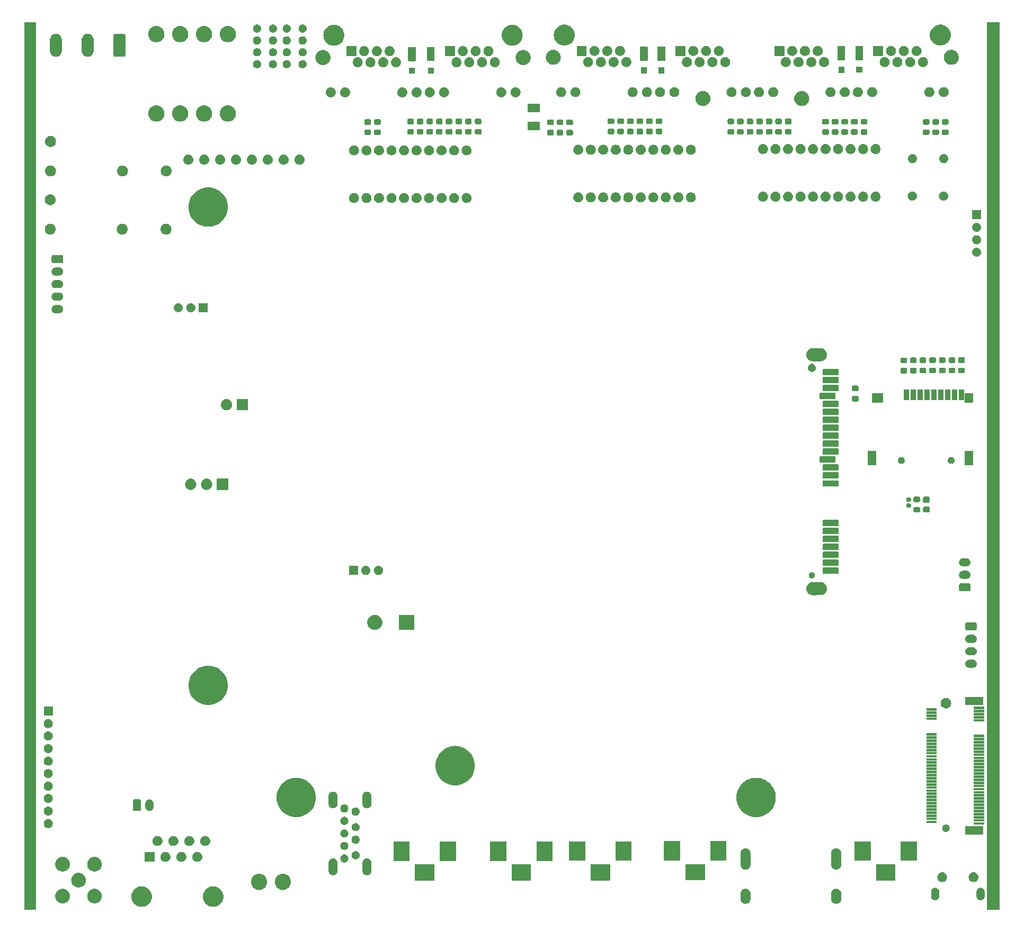
<source format=gbs>
G04 #@! TF.GenerationSoftware,KiCad,Pcbnew,8.0.0-rc1*
G04 #@! TF.CreationDate,2024-04-25T14:23:08+03:00*
G04 #@! TF.ProjectId,MXVR_3.0,4d585652-5f33-42e3-902e-6b696361645f,REV1*
G04 #@! TF.SameCoordinates,Original*
G04 #@! TF.FileFunction,Soldermask,Bot*
G04 #@! TF.FilePolarity,Negative*
%FSLAX46Y46*%
G04 Gerber Fmt 4.6, Leading zero omitted, Abs format (unit mm)*
G04 Created by KiCad (PCBNEW 8.0.0-rc1) date 2024-04-25 14:23:08*
%MOMM*%
%LPD*%
G01*
G04 APERTURE LIST*
G04 APERTURE END LIST*
G36*
X49470908Y-25539081D02*
G01*
X49475000Y-25548820D01*
X49475000Y-167511048D01*
X49470913Y-167520913D01*
X49461049Y-167525000D01*
X47638951Y-167525000D01*
X47629086Y-167520913D01*
X47625000Y-167511048D01*
X47625000Y-25558151D01*
X47629111Y-25548225D01*
X47638867Y-25544155D01*
X49461024Y-25535044D01*
X49470908Y-25539081D01*
G37*
G36*
X203470908Y-25549081D02*
G01*
X203475000Y-25558820D01*
X203475000Y-167511048D01*
X203470913Y-167520913D01*
X203461049Y-167525000D01*
X201478951Y-167525000D01*
X201469086Y-167520913D01*
X201465000Y-167511048D01*
X201465000Y-25568951D01*
X201469111Y-25559025D01*
X201478867Y-25554955D01*
X203461024Y-25545044D01*
X203470908Y-25549081D01*
G37*
G36*
X66420251Y-163753742D02*
G01*
X66483372Y-163753742D01*
X66552350Y-163764138D01*
X66618273Y-163769327D01*
X66671406Y-163782083D01*
X66727349Y-163790515D01*
X66800447Y-163813063D01*
X66870187Y-163829806D01*
X66915284Y-163848485D01*
X66963132Y-163863245D01*
X67038248Y-163899419D01*
X67109538Y-163928948D01*
X67146131Y-163951372D01*
X67185437Y-163970301D01*
X67260200Y-164021274D01*
X67330433Y-164064313D01*
X67358557Y-164088333D01*
X67389302Y-164109295D01*
X67461089Y-164175904D01*
X67527433Y-164232567D01*
X67547579Y-164256155D01*
X67570176Y-164277122D01*
X67636241Y-164359965D01*
X67695687Y-164429567D01*
X67708760Y-164450901D01*
X67724017Y-164470032D01*
X67781550Y-164569683D01*
X67831052Y-164650462D01*
X67838323Y-164668016D01*
X67847385Y-164683712D01*
X67893615Y-164801504D01*
X67930194Y-164889813D01*
X67933217Y-164902408D01*
X67937529Y-164913393D01*
X67969815Y-165054850D01*
X67990673Y-165141727D01*
X67991214Y-165148601D01*
X67992435Y-165153951D01*
X68008346Y-165366288D01*
X68011000Y-165400000D01*
X68008346Y-165433714D01*
X67992435Y-165646048D01*
X67991214Y-165651396D01*
X67990673Y-165658273D01*
X67969811Y-165745168D01*
X67937529Y-165886606D01*
X67933218Y-165897588D01*
X67930194Y-165910187D01*
X67893608Y-165998513D01*
X67847385Y-166116287D01*
X67838324Y-166131979D01*
X67831052Y-166149538D01*
X67781540Y-166230333D01*
X67724017Y-166329967D01*
X67708763Y-166349094D01*
X67695687Y-166370433D01*
X67636229Y-166440048D01*
X67570176Y-166522877D01*
X67547583Y-166543839D01*
X67527433Y-166567433D01*
X67461076Y-166624107D01*
X67389302Y-166690704D01*
X67358563Y-166711661D01*
X67330433Y-166735687D01*
X67260186Y-166778734D01*
X67185437Y-166829698D01*
X67146138Y-166848622D01*
X67109538Y-166871052D01*
X67038233Y-166900587D01*
X66963132Y-166936754D01*
X66915293Y-166951510D01*
X66870187Y-166970194D01*
X66800432Y-166986940D01*
X66727349Y-167009484D01*
X66671414Y-167017914D01*
X66618273Y-167030673D01*
X66552346Y-167035861D01*
X66483372Y-167046258D01*
X66420251Y-167046258D01*
X66360000Y-167051000D01*
X66299749Y-167046258D01*
X66236628Y-167046258D01*
X66167652Y-167035861D01*
X66101727Y-167030673D01*
X66048586Y-167017915D01*
X65992650Y-167009484D01*
X65919562Y-166986939D01*
X65849813Y-166970194D01*
X65804709Y-166951511D01*
X65756867Y-166936754D01*
X65681761Y-166900585D01*
X65610462Y-166871052D01*
X65573861Y-166848623D01*
X65534563Y-166829698D01*
X65459810Y-166778732D01*
X65389567Y-166735687D01*
X65361440Y-166711664D01*
X65330697Y-166690704D01*
X65258911Y-166624096D01*
X65192567Y-166567433D01*
X65172420Y-166543844D01*
X65149823Y-166522877D01*
X65083755Y-166440030D01*
X65024313Y-166370433D01*
X65011240Y-166349099D01*
X64995982Y-166329967D01*
X64938442Y-166230304D01*
X64888948Y-166149538D01*
X64881677Y-166131985D01*
X64872614Y-166116287D01*
X64826372Y-165998467D01*
X64789806Y-165910187D01*
X64786782Y-165897595D01*
X64782470Y-165886606D01*
X64750168Y-165745083D01*
X64729327Y-165658273D01*
X64728786Y-165651403D01*
X64727564Y-165646048D01*
X64711632Y-165433448D01*
X64709000Y-165400000D01*
X64711632Y-165366553D01*
X64727564Y-165153951D01*
X64728786Y-165148595D01*
X64729327Y-165141727D01*
X64750163Y-165054935D01*
X64782470Y-164913393D01*
X64786783Y-164902402D01*
X64789806Y-164889813D01*
X64826365Y-164801550D01*
X64872614Y-164683712D01*
X64881679Y-164668010D01*
X64888948Y-164650462D01*
X64938432Y-164569711D01*
X64995982Y-164470032D01*
X65011242Y-164450895D01*
X65024313Y-164429567D01*
X65083743Y-164359983D01*
X65149823Y-164277122D01*
X65172424Y-164256150D01*
X65192567Y-164232567D01*
X65258897Y-164175915D01*
X65330697Y-164109295D01*
X65361446Y-164088330D01*
X65389567Y-164064313D01*
X65459795Y-164021276D01*
X65534563Y-163970301D01*
X65573869Y-163951372D01*
X65610462Y-163928948D01*
X65681746Y-163899421D01*
X65756867Y-163863245D01*
X65804718Y-163848484D01*
X65849813Y-163829806D01*
X65919547Y-163813064D01*
X65992650Y-163790515D01*
X66048594Y-163782082D01*
X66101727Y-163769327D01*
X66167648Y-163764138D01*
X66236628Y-163753742D01*
X66299749Y-163753742D01*
X66360000Y-163749000D01*
X66420251Y-163753742D01*
G37*
G36*
X77850251Y-163753742D02*
G01*
X77913372Y-163753742D01*
X77982350Y-163764138D01*
X78048273Y-163769327D01*
X78101406Y-163782083D01*
X78157349Y-163790515D01*
X78230447Y-163813063D01*
X78300187Y-163829806D01*
X78345284Y-163848485D01*
X78393132Y-163863245D01*
X78468248Y-163899419D01*
X78539538Y-163928948D01*
X78576131Y-163951372D01*
X78615437Y-163970301D01*
X78690200Y-164021274D01*
X78760433Y-164064313D01*
X78788557Y-164088333D01*
X78819302Y-164109295D01*
X78891089Y-164175904D01*
X78957433Y-164232567D01*
X78977579Y-164256155D01*
X79000176Y-164277122D01*
X79066241Y-164359965D01*
X79125687Y-164429567D01*
X79138760Y-164450901D01*
X79154017Y-164470032D01*
X79211550Y-164569683D01*
X79261052Y-164650462D01*
X79268323Y-164668016D01*
X79277385Y-164683712D01*
X79323615Y-164801504D01*
X79360194Y-164889813D01*
X79363217Y-164902408D01*
X79367529Y-164913393D01*
X79399815Y-165054850D01*
X79420673Y-165141727D01*
X79421214Y-165148601D01*
X79422435Y-165153951D01*
X79438346Y-165366288D01*
X79441000Y-165400000D01*
X79438346Y-165433714D01*
X79422435Y-165646048D01*
X79421214Y-165651396D01*
X79420673Y-165658273D01*
X79399811Y-165745168D01*
X79367529Y-165886606D01*
X79363218Y-165897588D01*
X79360194Y-165910187D01*
X79323608Y-165998513D01*
X79277385Y-166116287D01*
X79268324Y-166131979D01*
X79261052Y-166149538D01*
X79211540Y-166230333D01*
X79154017Y-166329967D01*
X79138763Y-166349094D01*
X79125687Y-166370433D01*
X79066229Y-166440048D01*
X79000176Y-166522877D01*
X78977583Y-166543839D01*
X78957433Y-166567433D01*
X78891076Y-166624107D01*
X78819302Y-166690704D01*
X78788563Y-166711661D01*
X78760433Y-166735687D01*
X78690186Y-166778734D01*
X78615437Y-166829698D01*
X78576138Y-166848622D01*
X78539538Y-166871052D01*
X78468233Y-166900587D01*
X78393132Y-166936754D01*
X78345293Y-166951510D01*
X78300187Y-166970194D01*
X78230432Y-166986940D01*
X78157349Y-167009484D01*
X78101414Y-167017914D01*
X78048273Y-167030673D01*
X77982346Y-167035861D01*
X77913372Y-167046258D01*
X77850251Y-167046258D01*
X77790000Y-167051000D01*
X77729749Y-167046258D01*
X77666628Y-167046258D01*
X77597652Y-167035861D01*
X77531727Y-167030673D01*
X77478586Y-167017915D01*
X77422650Y-167009484D01*
X77349562Y-166986939D01*
X77279813Y-166970194D01*
X77234709Y-166951511D01*
X77186867Y-166936754D01*
X77111761Y-166900585D01*
X77040462Y-166871052D01*
X77003861Y-166848623D01*
X76964563Y-166829698D01*
X76889810Y-166778732D01*
X76819567Y-166735687D01*
X76791440Y-166711664D01*
X76760697Y-166690704D01*
X76688911Y-166624096D01*
X76622567Y-166567433D01*
X76602420Y-166543844D01*
X76579823Y-166522877D01*
X76513755Y-166440030D01*
X76454313Y-166370433D01*
X76441240Y-166349099D01*
X76425982Y-166329967D01*
X76368442Y-166230304D01*
X76318948Y-166149538D01*
X76311677Y-166131985D01*
X76302614Y-166116287D01*
X76256372Y-165998467D01*
X76219806Y-165910187D01*
X76216782Y-165897595D01*
X76212470Y-165886606D01*
X76180168Y-165745083D01*
X76159327Y-165658273D01*
X76158786Y-165651403D01*
X76157564Y-165646048D01*
X76141632Y-165433448D01*
X76139000Y-165400000D01*
X76141632Y-165366553D01*
X76157564Y-165153951D01*
X76158786Y-165148595D01*
X76159327Y-165141727D01*
X76180163Y-165054935D01*
X76212470Y-164913393D01*
X76216783Y-164902402D01*
X76219806Y-164889813D01*
X76256365Y-164801550D01*
X76302614Y-164683712D01*
X76311679Y-164668010D01*
X76318948Y-164650462D01*
X76368432Y-164569711D01*
X76425982Y-164470032D01*
X76441242Y-164450895D01*
X76454313Y-164429567D01*
X76513743Y-164359983D01*
X76579823Y-164277122D01*
X76602424Y-164256150D01*
X76622567Y-164232567D01*
X76688897Y-164175915D01*
X76760697Y-164109295D01*
X76791446Y-164088330D01*
X76819567Y-164064313D01*
X76889795Y-164021276D01*
X76964563Y-163970301D01*
X77003869Y-163951372D01*
X77040462Y-163928948D01*
X77111746Y-163899421D01*
X77186867Y-163863245D01*
X77234718Y-163848484D01*
X77279813Y-163829806D01*
X77349547Y-163813064D01*
X77422650Y-163790515D01*
X77478594Y-163782082D01*
X77531727Y-163769327D01*
X77597648Y-163764138D01*
X77666628Y-163753742D01*
X77729749Y-163753742D01*
X77790000Y-163749000D01*
X77850251Y-163753742D01*
G37*
G36*
X163102518Y-164193491D02*
G01*
X163247589Y-164253581D01*
X163378149Y-164340819D01*
X163489181Y-164451851D01*
X163576419Y-164582411D01*
X163636509Y-164727482D01*
X163667143Y-164881488D01*
X163671000Y-165760000D01*
X163667143Y-165838512D01*
X163636509Y-165992518D01*
X163576419Y-166137589D01*
X163489181Y-166268149D01*
X163378149Y-166379181D01*
X163247589Y-166466419D01*
X163102518Y-166526509D01*
X162948512Y-166557143D01*
X162791488Y-166557143D01*
X162637482Y-166526509D01*
X162492411Y-166466419D01*
X162361851Y-166379181D01*
X162250819Y-166268149D01*
X162163581Y-166137589D01*
X162103491Y-165992518D01*
X162072857Y-165838512D01*
X162069000Y-164960000D01*
X162072857Y-164881488D01*
X162103491Y-164727482D01*
X162163581Y-164582411D01*
X162250819Y-164451851D01*
X162361851Y-164340819D01*
X162492411Y-164253581D01*
X162637482Y-164193491D01*
X162791488Y-164162857D01*
X162948512Y-164162857D01*
X163102518Y-164193491D01*
G37*
G36*
X177602518Y-164193491D02*
G01*
X177747589Y-164253581D01*
X177878149Y-164340819D01*
X177989181Y-164451851D01*
X178076419Y-164582411D01*
X178136509Y-164727482D01*
X178167143Y-164881488D01*
X178171000Y-165760000D01*
X178167143Y-165838512D01*
X178136509Y-165992518D01*
X178076419Y-166137589D01*
X177989181Y-166268149D01*
X177878149Y-166379181D01*
X177747589Y-166466419D01*
X177602518Y-166526509D01*
X177448512Y-166557143D01*
X177291488Y-166557143D01*
X177137482Y-166526509D01*
X176992411Y-166466419D01*
X176861851Y-166379181D01*
X176750819Y-166268149D01*
X176663581Y-166137589D01*
X176603491Y-165992518D01*
X176572857Y-165838512D01*
X176569000Y-164960000D01*
X176572857Y-164881488D01*
X176603491Y-164727482D01*
X176663581Y-164582411D01*
X176750819Y-164451851D01*
X176861851Y-164340819D01*
X176992411Y-164253581D01*
X177137482Y-164193491D01*
X177291488Y-164162857D01*
X177448512Y-164162857D01*
X177602518Y-164193491D01*
G37*
G36*
X53785380Y-164149017D02*
G01*
X53838508Y-164149017D01*
X53885247Y-164157754D01*
X53934180Y-164162035D01*
X53994240Y-164178128D01*
X54051828Y-164188893D01*
X54090885Y-164204024D01*
X54132158Y-164215083D01*
X54194640Y-164244219D01*
X54254188Y-164267288D01*
X54284924Y-164286319D01*
X54317915Y-164301703D01*
X54380148Y-164345279D01*
X54438698Y-164381532D01*
X54461141Y-164401991D01*
X54485807Y-164419263D01*
X54544808Y-164478264D01*
X54599074Y-164527734D01*
X54613866Y-164547322D01*
X54630736Y-164564192D01*
X54683358Y-164639344D01*
X54729855Y-164700916D01*
X54738185Y-164717645D01*
X54748296Y-164732085D01*
X54791354Y-164824422D01*
X54826587Y-164895180D01*
X54830089Y-164907491D01*
X54834916Y-164917841D01*
X54865330Y-165031348D01*
X54885976Y-165103911D01*
X54886611Y-165110772D01*
X54887964Y-165115819D01*
X54902904Y-165286598D01*
X54906000Y-165320000D01*
X54902904Y-165353404D01*
X54887964Y-165524180D01*
X54886611Y-165529225D01*
X54885976Y-165536089D01*
X54865325Y-165608667D01*
X54834916Y-165722158D01*
X54830090Y-165732506D01*
X54826587Y-165744820D01*
X54791350Y-165815584D01*
X54748296Y-165907915D01*
X54738185Y-165922354D01*
X54729855Y-165939084D01*
X54683353Y-166000662D01*
X54630736Y-166075807D01*
X54613869Y-166092673D01*
X54599074Y-166112266D01*
X54544796Y-166161746D01*
X54485807Y-166220736D01*
X54461146Y-166238003D01*
X54438698Y-166258468D01*
X54380135Y-166294728D01*
X54317915Y-166338296D01*
X54284930Y-166353676D01*
X54254188Y-166372712D01*
X54194627Y-166395785D01*
X54132158Y-166424916D01*
X54090894Y-166435972D01*
X54051828Y-166451107D01*
X53994228Y-166461874D01*
X53934180Y-166477964D01*
X53885257Y-166482244D01*
X53838508Y-166490983D01*
X53785369Y-166490983D01*
X53730000Y-166495827D01*
X53674631Y-166490983D01*
X53621492Y-166490983D01*
X53574742Y-166482244D01*
X53525819Y-166477964D01*
X53465768Y-166461873D01*
X53408172Y-166451107D01*
X53369107Y-166435973D01*
X53327841Y-166424916D01*
X53265366Y-166395783D01*
X53205812Y-166372712D01*
X53175072Y-166353678D01*
X53142084Y-166338296D01*
X53079855Y-166294722D01*
X53021302Y-166258468D01*
X52998857Y-166238006D01*
X52974192Y-166220736D01*
X52915191Y-166161735D01*
X52860926Y-166112266D01*
X52846133Y-166092677D01*
X52829263Y-166075807D01*
X52776632Y-166000643D01*
X52730145Y-165939084D01*
X52721817Y-165922359D01*
X52711703Y-165907915D01*
X52668633Y-165815552D01*
X52633413Y-165744820D01*
X52629910Y-165732511D01*
X52625083Y-165722158D01*
X52594657Y-165608607D01*
X52574024Y-165536089D01*
X52573388Y-165529231D01*
X52572035Y-165524180D01*
X52557077Y-165353211D01*
X52554000Y-165320000D01*
X52557077Y-165286791D01*
X52572035Y-165115819D01*
X52573388Y-165110766D01*
X52574024Y-165103911D01*
X52594652Y-165031408D01*
X52625083Y-164917841D01*
X52629911Y-164907486D01*
X52633413Y-164895180D01*
X52668630Y-164824454D01*
X52711703Y-164732085D01*
X52721817Y-164717640D01*
X52730145Y-164700916D01*
X52776627Y-164639363D01*
X52829263Y-164564192D01*
X52846136Y-164547318D01*
X52860926Y-164527734D01*
X52915180Y-164478274D01*
X52974192Y-164419263D01*
X52998861Y-164401989D01*
X53021302Y-164381532D01*
X53079848Y-164345281D01*
X53142085Y-164301703D01*
X53175076Y-164286318D01*
X53205812Y-164267288D01*
X53265355Y-164244220D01*
X53327841Y-164215083D01*
X53369116Y-164204023D01*
X53408172Y-164188893D01*
X53465756Y-164178128D01*
X53525819Y-164162035D01*
X53574752Y-164157753D01*
X53621492Y-164149017D01*
X53674620Y-164149017D01*
X53730000Y-164144172D01*
X53785380Y-164149017D01*
G37*
G36*
X58885380Y-164149017D02*
G01*
X58938508Y-164149017D01*
X58985247Y-164157754D01*
X59034180Y-164162035D01*
X59094240Y-164178128D01*
X59151828Y-164188893D01*
X59190885Y-164204024D01*
X59232158Y-164215083D01*
X59294640Y-164244219D01*
X59354188Y-164267288D01*
X59384924Y-164286319D01*
X59417915Y-164301703D01*
X59480148Y-164345279D01*
X59538698Y-164381532D01*
X59561141Y-164401991D01*
X59585807Y-164419263D01*
X59644808Y-164478264D01*
X59699074Y-164527734D01*
X59713866Y-164547322D01*
X59730736Y-164564192D01*
X59783358Y-164639344D01*
X59829855Y-164700916D01*
X59838185Y-164717645D01*
X59848296Y-164732085D01*
X59891354Y-164824422D01*
X59926587Y-164895180D01*
X59930089Y-164907491D01*
X59934916Y-164917841D01*
X59965330Y-165031348D01*
X59985976Y-165103911D01*
X59986611Y-165110772D01*
X59987964Y-165115819D01*
X60002904Y-165286598D01*
X60006000Y-165320000D01*
X60002904Y-165353404D01*
X59987964Y-165524180D01*
X59986611Y-165529225D01*
X59985976Y-165536089D01*
X59965325Y-165608667D01*
X59934916Y-165722158D01*
X59930090Y-165732506D01*
X59926587Y-165744820D01*
X59891350Y-165815584D01*
X59848296Y-165907915D01*
X59838185Y-165922354D01*
X59829855Y-165939084D01*
X59783353Y-166000662D01*
X59730736Y-166075807D01*
X59713869Y-166092673D01*
X59699074Y-166112266D01*
X59644796Y-166161746D01*
X59585807Y-166220736D01*
X59561146Y-166238003D01*
X59538698Y-166258468D01*
X59480135Y-166294728D01*
X59417915Y-166338296D01*
X59384930Y-166353676D01*
X59354188Y-166372712D01*
X59294627Y-166395785D01*
X59232158Y-166424916D01*
X59190894Y-166435972D01*
X59151828Y-166451107D01*
X59094228Y-166461874D01*
X59034180Y-166477964D01*
X58985257Y-166482244D01*
X58938508Y-166490983D01*
X58885369Y-166490983D01*
X58830000Y-166495827D01*
X58774631Y-166490983D01*
X58721492Y-166490983D01*
X58674742Y-166482244D01*
X58625819Y-166477964D01*
X58565768Y-166461873D01*
X58508172Y-166451107D01*
X58469107Y-166435973D01*
X58427841Y-166424916D01*
X58365366Y-166395783D01*
X58305812Y-166372712D01*
X58275072Y-166353678D01*
X58242084Y-166338296D01*
X58179855Y-166294722D01*
X58121302Y-166258468D01*
X58098857Y-166238006D01*
X58074192Y-166220736D01*
X58015191Y-166161735D01*
X57960926Y-166112266D01*
X57946133Y-166092677D01*
X57929263Y-166075807D01*
X57876632Y-166000643D01*
X57830145Y-165939084D01*
X57821817Y-165922359D01*
X57811703Y-165907915D01*
X57768633Y-165815552D01*
X57733413Y-165744820D01*
X57729910Y-165732511D01*
X57725083Y-165722158D01*
X57694657Y-165608607D01*
X57674024Y-165536089D01*
X57673388Y-165529231D01*
X57672035Y-165524180D01*
X57657077Y-165353211D01*
X57654000Y-165320000D01*
X57657077Y-165286791D01*
X57672035Y-165115819D01*
X57673388Y-165110766D01*
X57674024Y-165103911D01*
X57694652Y-165031408D01*
X57725083Y-164917841D01*
X57729911Y-164907486D01*
X57733413Y-164895180D01*
X57768630Y-164824454D01*
X57811703Y-164732085D01*
X57821817Y-164717640D01*
X57830145Y-164700916D01*
X57876627Y-164639363D01*
X57929263Y-164564192D01*
X57946136Y-164547318D01*
X57960926Y-164527734D01*
X58015180Y-164478274D01*
X58074192Y-164419263D01*
X58098861Y-164401989D01*
X58121302Y-164381532D01*
X58179848Y-164345281D01*
X58242085Y-164301703D01*
X58275076Y-164286318D01*
X58305812Y-164267288D01*
X58365355Y-164244220D01*
X58427841Y-164215083D01*
X58469116Y-164204023D01*
X58508172Y-164188893D01*
X58565756Y-164178128D01*
X58625819Y-164162035D01*
X58674752Y-164157753D01*
X58721492Y-164149017D01*
X58774620Y-164149017D01*
X58830000Y-164144172D01*
X58885380Y-164149017D01*
G37*
G36*
X193373975Y-164013282D02*
G01*
X193491879Y-164062119D01*
X193597990Y-164133020D01*
X193688230Y-164223260D01*
X193759131Y-164329371D01*
X193807968Y-164447275D01*
X193832865Y-164572441D01*
X193836000Y-165336250D01*
X193832865Y-165400059D01*
X193807968Y-165525225D01*
X193759131Y-165643129D01*
X193688230Y-165749240D01*
X193597990Y-165839480D01*
X193491879Y-165910381D01*
X193373975Y-165959218D01*
X193248809Y-165984115D01*
X193121191Y-165984115D01*
X192996025Y-165959218D01*
X192878121Y-165910381D01*
X192772010Y-165839480D01*
X192681770Y-165749240D01*
X192610869Y-165643129D01*
X192562032Y-165525225D01*
X192537135Y-165400059D01*
X192534000Y-164636250D01*
X192537135Y-164572441D01*
X192562032Y-164447275D01*
X192610869Y-164329371D01*
X192681770Y-164223260D01*
X192772010Y-164133020D01*
X192878121Y-164062119D01*
X192996025Y-164013282D01*
X193121191Y-163988385D01*
X193248809Y-163988385D01*
X193373975Y-164013282D01*
G37*
G36*
X200623975Y-164013282D02*
G01*
X200741879Y-164062119D01*
X200847990Y-164133020D01*
X200938230Y-164223260D01*
X201009131Y-164329371D01*
X201057968Y-164447275D01*
X201082865Y-164572441D01*
X201086000Y-165336250D01*
X201082865Y-165400059D01*
X201057968Y-165525225D01*
X201009131Y-165643129D01*
X200938230Y-165749240D01*
X200847990Y-165839480D01*
X200741879Y-165910381D01*
X200623975Y-165959218D01*
X200498809Y-165984115D01*
X200371191Y-165984115D01*
X200246025Y-165959218D01*
X200128121Y-165910381D01*
X200022010Y-165839480D01*
X199931770Y-165749240D01*
X199860869Y-165643129D01*
X199812032Y-165525225D01*
X199787135Y-165400059D01*
X199784000Y-164636250D01*
X199787135Y-164572441D01*
X199812032Y-164447275D01*
X199860869Y-164329371D01*
X199931770Y-164223260D01*
X200022010Y-164133020D01*
X200128121Y-164062119D01*
X200246025Y-164013282D01*
X200371191Y-163988385D01*
X200498809Y-163988385D01*
X200623975Y-164013282D01*
G37*
G36*
X85360916Y-161766265D02*
G01*
X85579968Y-161824960D01*
X85785500Y-161920801D01*
X85971267Y-162050876D01*
X86131624Y-162211233D01*
X86261699Y-162397000D01*
X86357540Y-162602532D01*
X86416235Y-162821584D01*
X86436000Y-163047500D01*
X86416235Y-163273416D01*
X86357540Y-163492468D01*
X86261699Y-163698000D01*
X86131624Y-163883767D01*
X85971267Y-164044124D01*
X85785500Y-164174199D01*
X85579968Y-164270040D01*
X85360916Y-164328735D01*
X85135000Y-164348500D01*
X84909084Y-164328735D01*
X84690032Y-164270040D01*
X84484500Y-164174199D01*
X84298733Y-164044124D01*
X84138376Y-163883767D01*
X84008301Y-163698000D01*
X83912460Y-163492468D01*
X83853765Y-163273416D01*
X83834000Y-163047500D01*
X83853765Y-162821584D01*
X83912460Y-162602532D01*
X84008301Y-162397000D01*
X84138376Y-162211233D01*
X84298733Y-162050876D01*
X84484500Y-161920801D01*
X84690032Y-161824960D01*
X84909084Y-161766265D01*
X85135000Y-161746500D01*
X85360916Y-161766265D01*
G37*
G36*
X89170916Y-161766265D02*
G01*
X89389968Y-161824960D01*
X89595500Y-161920801D01*
X89781267Y-162050876D01*
X89941624Y-162211233D01*
X90071699Y-162397000D01*
X90167540Y-162602532D01*
X90226235Y-162821584D01*
X90246000Y-163047500D01*
X90226235Y-163273416D01*
X90167540Y-163492468D01*
X90071699Y-163698000D01*
X89941624Y-163883767D01*
X89781267Y-164044124D01*
X89595500Y-164174199D01*
X89389968Y-164270040D01*
X89170916Y-164328735D01*
X88945000Y-164348500D01*
X88719084Y-164328735D01*
X88500032Y-164270040D01*
X88294500Y-164174199D01*
X88108733Y-164044124D01*
X87948376Y-163883767D01*
X87818301Y-163698000D01*
X87722460Y-163492468D01*
X87663765Y-163273416D01*
X87644000Y-163047500D01*
X87663765Y-162821584D01*
X87722460Y-162602532D01*
X87818301Y-162397000D01*
X87948376Y-162211233D01*
X88108733Y-162050876D01*
X88294500Y-161920801D01*
X88500032Y-161824960D01*
X88719084Y-161766265D01*
X88945000Y-161746500D01*
X89170916Y-161766265D01*
G37*
G36*
X56335380Y-161599017D02*
G01*
X56388508Y-161599017D01*
X56435247Y-161607754D01*
X56484180Y-161612035D01*
X56544240Y-161628128D01*
X56601828Y-161638893D01*
X56640885Y-161654024D01*
X56682158Y-161665083D01*
X56744640Y-161694219D01*
X56804188Y-161717288D01*
X56834924Y-161736319D01*
X56867915Y-161751703D01*
X56930148Y-161795279D01*
X56988698Y-161831532D01*
X57011141Y-161851991D01*
X57035807Y-161869263D01*
X57094808Y-161928264D01*
X57149074Y-161977734D01*
X57163866Y-161997322D01*
X57180736Y-162014192D01*
X57233358Y-162089344D01*
X57279855Y-162150916D01*
X57288185Y-162167645D01*
X57298296Y-162182085D01*
X57341354Y-162274422D01*
X57376587Y-162345180D01*
X57380089Y-162357491D01*
X57384916Y-162367841D01*
X57415330Y-162481348D01*
X57435976Y-162553911D01*
X57436611Y-162560772D01*
X57437964Y-162565819D01*
X57452921Y-162736774D01*
X57456000Y-162770000D01*
X57452918Y-162803256D01*
X57437964Y-162974180D01*
X57436611Y-162979225D01*
X57435976Y-162986089D01*
X57415325Y-163058667D01*
X57384916Y-163172158D01*
X57380090Y-163182506D01*
X57376587Y-163194820D01*
X57341350Y-163265584D01*
X57298296Y-163357915D01*
X57288185Y-163372354D01*
X57279855Y-163389084D01*
X57233353Y-163450662D01*
X57180736Y-163525807D01*
X57163869Y-163542673D01*
X57149074Y-163562266D01*
X57094796Y-163611746D01*
X57035807Y-163670736D01*
X57011146Y-163688003D01*
X56988698Y-163708468D01*
X56930135Y-163744728D01*
X56867915Y-163788296D01*
X56834930Y-163803676D01*
X56804188Y-163822712D01*
X56744627Y-163845785D01*
X56682158Y-163874916D01*
X56640894Y-163885972D01*
X56601828Y-163901107D01*
X56544228Y-163911874D01*
X56484180Y-163927964D01*
X56435257Y-163932244D01*
X56388508Y-163940983D01*
X56335369Y-163940983D01*
X56280000Y-163945827D01*
X56224631Y-163940983D01*
X56171492Y-163940983D01*
X56124742Y-163932244D01*
X56075819Y-163927964D01*
X56015768Y-163911873D01*
X55958172Y-163901107D01*
X55919107Y-163885973D01*
X55877841Y-163874916D01*
X55815366Y-163845783D01*
X55755812Y-163822712D01*
X55725072Y-163803678D01*
X55692084Y-163788296D01*
X55629855Y-163744722D01*
X55571302Y-163708468D01*
X55548857Y-163688006D01*
X55524192Y-163670736D01*
X55465191Y-163611735D01*
X55410926Y-163562266D01*
X55396133Y-163542677D01*
X55379263Y-163525807D01*
X55326632Y-163450643D01*
X55280145Y-163389084D01*
X55271817Y-163372359D01*
X55261703Y-163357915D01*
X55218633Y-163265552D01*
X55183413Y-163194820D01*
X55179910Y-163182511D01*
X55175083Y-163172158D01*
X55144657Y-163058607D01*
X55124024Y-162986089D01*
X55123388Y-162979231D01*
X55122035Y-162974180D01*
X55107078Y-162803225D01*
X55104000Y-162770000D01*
X55107075Y-162736805D01*
X55122035Y-162565819D01*
X55123388Y-162560766D01*
X55124024Y-162553911D01*
X55144652Y-162481408D01*
X55175083Y-162367841D01*
X55179911Y-162357486D01*
X55183413Y-162345180D01*
X55218630Y-162274454D01*
X55261703Y-162182085D01*
X55271817Y-162167640D01*
X55280145Y-162150916D01*
X55326627Y-162089363D01*
X55379263Y-162014192D01*
X55396136Y-161997318D01*
X55410926Y-161977734D01*
X55465180Y-161928274D01*
X55524192Y-161869263D01*
X55548861Y-161851989D01*
X55571302Y-161831532D01*
X55629848Y-161795281D01*
X55692085Y-161751703D01*
X55725076Y-161736318D01*
X55755812Y-161717288D01*
X55815355Y-161694220D01*
X55877841Y-161665083D01*
X55919116Y-161654023D01*
X55958172Y-161638893D01*
X56015756Y-161628128D01*
X56075819Y-161612035D01*
X56124752Y-161607753D01*
X56171492Y-161599017D01*
X56224620Y-161599017D01*
X56280000Y-161594172D01*
X56335380Y-161599017D01*
G37*
G36*
X194482676Y-161549706D02*
G01*
X194646694Y-161607098D01*
X194793828Y-161699549D01*
X194916701Y-161822422D01*
X195009152Y-161969556D01*
X195066544Y-162133574D01*
X195086000Y-162306250D01*
X195066544Y-162478926D01*
X195009152Y-162642944D01*
X194916701Y-162790078D01*
X194793828Y-162912951D01*
X194646694Y-163005402D01*
X194482676Y-163062794D01*
X194310000Y-163082250D01*
X194137324Y-163062794D01*
X193973306Y-163005402D01*
X193826172Y-162912951D01*
X193703299Y-162790078D01*
X193610848Y-162642944D01*
X193553456Y-162478926D01*
X193534000Y-162306250D01*
X193553456Y-162133574D01*
X193610848Y-161969556D01*
X193703299Y-161822422D01*
X193826172Y-161699549D01*
X193973306Y-161607098D01*
X194137324Y-161549706D01*
X194310000Y-161530250D01*
X194482676Y-161549706D01*
G37*
G36*
X199482676Y-161549706D02*
G01*
X199646694Y-161607098D01*
X199793828Y-161699549D01*
X199916701Y-161822422D01*
X200009152Y-161969556D01*
X200066544Y-162133574D01*
X200086000Y-162306250D01*
X200066544Y-162478926D01*
X200009152Y-162642944D01*
X199916701Y-162790078D01*
X199793828Y-162912951D01*
X199646694Y-163005402D01*
X199482676Y-163062794D01*
X199310000Y-163082250D01*
X199137324Y-163062794D01*
X198973306Y-163005402D01*
X198826172Y-162912951D01*
X198703299Y-162790078D01*
X198610848Y-162642944D01*
X198553456Y-162478926D01*
X198534000Y-162306250D01*
X198553456Y-162133574D01*
X198610848Y-161969556D01*
X198703299Y-161822422D01*
X198826172Y-161699549D01*
X198973306Y-161607098D01*
X199137324Y-161549706D01*
X199310000Y-161530250D01*
X199482676Y-161549706D01*
G37*
G36*
X113119517Y-160255382D02*
G01*
X113136062Y-160266438D01*
X113147118Y-160282983D01*
X113151000Y-160302500D01*
X113151000Y-162802500D01*
X113147118Y-162822017D01*
X113136062Y-162838562D01*
X113119517Y-162849618D01*
X113100000Y-162853500D01*
X110100000Y-162853500D01*
X110080483Y-162849618D01*
X110063938Y-162838562D01*
X110052882Y-162822017D01*
X110049000Y-162802500D01*
X110049000Y-160302500D01*
X110052882Y-160282983D01*
X110063938Y-160266438D01*
X110080483Y-160255382D01*
X110100000Y-160251500D01*
X113100000Y-160251500D01*
X113119517Y-160255382D01*
G37*
G36*
X128574517Y-160245382D02*
G01*
X128591062Y-160256438D01*
X128602118Y-160272983D01*
X128606000Y-160292500D01*
X128606000Y-162792500D01*
X128602118Y-162812017D01*
X128591062Y-162828562D01*
X128574517Y-162839618D01*
X128555000Y-162843500D01*
X125555000Y-162843500D01*
X125535483Y-162839618D01*
X125518938Y-162828562D01*
X125507882Y-162812017D01*
X125504000Y-162792500D01*
X125504000Y-160292500D01*
X125507882Y-160272983D01*
X125518938Y-160256438D01*
X125535483Y-160245382D01*
X125555000Y-160241500D01*
X128555000Y-160241500D01*
X128574517Y-160245382D01*
G37*
G36*
X141199517Y-160222882D02*
G01*
X141216062Y-160233938D01*
X141227118Y-160250483D01*
X141231000Y-160270000D01*
X141231000Y-162770000D01*
X141227118Y-162789517D01*
X141216062Y-162806062D01*
X141199517Y-162817118D01*
X141180000Y-162821000D01*
X138180000Y-162821000D01*
X138160483Y-162817118D01*
X138143938Y-162806062D01*
X138132882Y-162789517D01*
X138129000Y-162770000D01*
X138129000Y-160270000D01*
X138132882Y-160250483D01*
X138143938Y-160233938D01*
X138160483Y-160222882D01*
X138180000Y-160219000D01*
X141180000Y-160219000D01*
X141199517Y-160222882D01*
G37*
G36*
X186809517Y-160222882D02*
G01*
X186826062Y-160233938D01*
X186837118Y-160250483D01*
X186841000Y-160270000D01*
X186841000Y-162770000D01*
X186837118Y-162789517D01*
X186826062Y-162806062D01*
X186809517Y-162817118D01*
X186790000Y-162821000D01*
X183790000Y-162821000D01*
X183770483Y-162817118D01*
X183753938Y-162806062D01*
X183742882Y-162789517D01*
X183739000Y-162770000D01*
X183739000Y-160270000D01*
X183742882Y-160250483D01*
X183753938Y-160233938D01*
X183770483Y-160222882D01*
X183790000Y-160219000D01*
X186790000Y-160219000D01*
X186809517Y-160222882D01*
G37*
G36*
X156359517Y-160202882D02*
G01*
X156376062Y-160213938D01*
X156387118Y-160230483D01*
X156391000Y-160250000D01*
X156391000Y-162750000D01*
X156387118Y-162769517D01*
X156376062Y-162786062D01*
X156359517Y-162797118D01*
X156340000Y-162801000D01*
X153340000Y-162801000D01*
X153320483Y-162797118D01*
X153303938Y-162786062D01*
X153292882Y-162769517D01*
X153289000Y-162750000D01*
X153289000Y-160250000D01*
X153292882Y-160230483D01*
X153303938Y-160213938D01*
X153320483Y-160202882D01*
X153340000Y-160199000D01*
X156340000Y-160199000D01*
X156359517Y-160202882D01*
G37*
G36*
X97153490Y-159329185D02*
G01*
X97280449Y-159381773D01*
X97394710Y-159458120D01*
X97491880Y-159555290D01*
X97568227Y-159669551D01*
X97620815Y-159796510D01*
X97647624Y-159931290D01*
X97651000Y-161300000D01*
X97647624Y-161368710D01*
X97620815Y-161503490D01*
X97568227Y-161630449D01*
X97491880Y-161744710D01*
X97394710Y-161841880D01*
X97280449Y-161918227D01*
X97153490Y-161970815D01*
X97018710Y-161997624D01*
X96881290Y-161997624D01*
X96746510Y-161970815D01*
X96619551Y-161918227D01*
X96505290Y-161841880D01*
X96408120Y-161744710D01*
X96331773Y-161630449D01*
X96279185Y-161503490D01*
X96252376Y-161368710D01*
X96249000Y-160000000D01*
X96252376Y-159931290D01*
X96279185Y-159796510D01*
X96331773Y-159669551D01*
X96408120Y-159555290D01*
X96505290Y-159458120D01*
X96619551Y-159381773D01*
X96746510Y-159329185D01*
X96881290Y-159302376D01*
X97018710Y-159302376D01*
X97153490Y-159329185D01*
G37*
G36*
X102573490Y-159329185D02*
G01*
X102700449Y-159381773D01*
X102814710Y-159458120D01*
X102911880Y-159555290D01*
X102988227Y-159669551D01*
X103040815Y-159796510D01*
X103067624Y-159931290D01*
X103071000Y-161300000D01*
X103067624Y-161368710D01*
X103040815Y-161503490D01*
X102988227Y-161630449D01*
X102911880Y-161744710D01*
X102814710Y-161841880D01*
X102700449Y-161918227D01*
X102573490Y-161970815D01*
X102438710Y-161997624D01*
X102301290Y-161997624D01*
X102166510Y-161970815D01*
X102039551Y-161918227D01*
X101925290Y-161841880D01*
X101828120Y-161744710D01*
X101751773Y-161630449D01*
X101699185Y-161503490D01*
X101672376Y-161368710D01*
X101669000Y-160000000D01*
X101672376Y-159931290D01*
X101699185Y-159796510D01*
X101751773Y-159669551D01*
X101828120Y-159555290D01*
X101925290Y-159458120D01*
X102039551Y-159381773D01*
X102166510Y-159329185D01*
X102301290Y-159302376D01*
X102438710Y-159302376D01*
X102573490Y-159329185D01*
G37*
G36*
X53785380Y-159049017D02*
G01*
X53838508Y-159049017D01*
X53885247Y-159057754D01*
X53934180Y-159062035D01*
X53994240Y-159078128D01*
X54051828Y-159088893D01*
X54090885Y-159104024D01*
X54132158Y-159115083D01*
X54194640Y-159144219D01*
X54254188Y-159167288D01*
X54284924Y-159186319D01*
X54317915Y-159201703D01*
X54380148Y-159245279D01*
X54438698Y-159281532D01*
X54461141Y-159301991D01*
X54485807Y-159319263D01*
X54544808Y-159378264D01*
X54599074Y-159427734D01*
X54613866Y-159447322D01*
X54630736Y-159464192D01*
X54683358Y-159539344D01*
X54729855Y-159600916D01*
X54738185Y-159617645D01*
X54748296Y-159632085D01*
X54791354Y-159724422D01*
X54826587Y-159795180D01*
X54830089Y-159807491D01*
X54834916Y-159817841D01*
X54865330Y-159931348D01*
X54885976Y-160003911D01*
X54886611Y-160010772D01*
X54887964Y-160015819D01*
X54902904Y-160186598D01*
X54906000Y-160220000D01*
X54902904Y-160253404D01*
X54887964Y-160424180D01*
X54886611Y-160429225D01*
X54885976Y-160436089D01*
X54865325Y-160508667D01*
X54834916Y-160622158D01*
X54830090Y-160632506D01*
X54826587Y-160644820D01*
X54791350Y-160715584D01*
X54748296Y-160807915D01*
X54738185Y-160822354D01*
X54729855Y-160839084D01*
X54683353Y-160900662D01*
X54630736Y-160975807D01*
X54613869Y-160992673D01*
X54599074Y-161012266D01*
X54544796Y-161061746D01*
X54485807Y-161120736D01*
X54461146Y-161138003D01*
X54438698Y-161158468D01*
X54380135Y-161194728D01*
X54317915Y-161238296D01*
X54284930Y-161253676D01*
X54254188Y-161272712D01*
X54194627Y-161295785D01*
X54132158Y-161324916D01*
X54090894Y-161335972D01*
X54051828Y-161351107D01*
X53994228Y-161361874D01*
X53934180Y-161377964D01*
X53885257Y-161382244D01*
X53838508Y-161390983D01*
X53785369Y-161390983D01*
X53730000Y-161395827D01*
X53674631Y-161390983D01*
X53621492Y-161390983D01*
X53574742Y-161382244D01*
X53525819Y-161377964D01*
X53465768Y-161361873D01*
X53408172Y-161351107D01*
X53369107Y-161335973D01*
X53327841Y-161324916D01*
X53265366Y-161295783D01*
X53205812Y-161272712D01*
X53175072Y-161253678D01*
X53142084Y-161238296D01*
X53079855Y-161194722D01*
X53021302Y-161158468D01*
X52998857Y-161138006D01*
X52974192Y-161120736D01*
X52915191Y-161061735D01*
X52860926Y-161012266D01*
X52846133Y-160992677D01*
X52829263Y-160975807D01*
X52776632Y-160900643D01*
X52730145Y-160839084D01*
X52721817Y-160822359D01*
X52711703Y-160807915D01*
X52668633Y-160715552D01*
X52633413Y-160644820D01*
X52629910Y-160632511D01*
X52625083Y-160622158D01*
X52594657Y-160508607D01*
X52574024Y-160436089D01*
X52573388Y-160429231D01*
X52572035Y-160424180D01*
X52557077Y-160253211D01*
X52554000Y-160220000D01*
X52557077Y-160186791D01*
X52572035Y-160015819D01*
X52573388Y-160010766D01*
X52574024Y-160003911D01*
X52594652Y-159931408D01*
X52625083Y-159817841D01*
X52629911Y-159807486D01*
X52633413Y-159795180D01*
X52668630Y-159724454D01*
X52711703Y-159632085D01*
X52721817Y-159617640D01*
X52730145Y-159600916D01*
X52776627Y-159539363D01*
X52829263Y-159464192D01*
X52846136Y-159447318D01*
X52860926Y-159427734D01*
X52915180Y-159378274D01*
X52974192Y-159319263D01*
X52998861Y-159301989D01*
X53021302Y-159281532D01*
X53079848Y-159245281D01*
X53142085Y-159201703D01*
X53175076Y-159186318D01*
X53205812Y-159167288D01*
X53265355Y-159144220D01*
X53327841Y-159115083D01*
X53369116Y-159104023D01*
X53408172Y-159088893D01*
X53465756Y-159078128D01*
X53525819Y-159062035D01*
X53574752Y-159057753D01*
X53621492Y-159049017D01*
X53674620Y-159049017D01*
X53730000Y-159044172D01*
X53785380Y-159049017D01*
G37*
G36*
X58885380Y-159049017D02*
G01*
X58938508Y-159049017D01*
X58985247Y-159057754D01*
X59034180Y-159062035D01*
X59094240Y-159078128D01*
X59151828Y-159088893D01*
X59190885Y-159104024D01*
X59232158Y-159115083D01*
X59294640Y-159144219D01*
X59354188Y-159167288D01*
X59384924Y-159186319D01*
X59417915Y-159201703D01*
X59480148Y-159245279D01*
X59538698Y-159281532D01*
X59561141Y-159301991D01*
X59585807Y-159319263D01*
X59644808Y-159378264D01*
X59699074Y-159427734D01*
X59713866Y-159447322D01*
X59730736Y-159464192D01*
X59783358Y-159539344D01*
X59829855Y-159600916D01*
X59838185Y-159617645D01*
X59848296Y-159632085D01*
X59891354Y-159724422D01*
X59926587Y-159795180D01*
X59930089Y-159807491D01*
X59934916Y-159817841D01*
X59965330Y-159931348D01*
X59985976Y-160003911D01*
X59986611Y-160010772D01*
X59987964Y-160015819D01*
X60002904Y-160186598D01*
X60006000Y-160220000D01*
X60002904Y-160253404D01*
X59987964Y-160424180D01*
X59986611Y-160429225D01*
X59985976Y-160436089D01*
X59965325Y-160508667D01*
X59934916Y-160622158D01*
X59930090Y-160632506D01*
X59926587Y-160644820D01*
X59891350Y-160715584D01*
X59848296Y-160807915D01*
X59838185Y-160822354D01*
X59829855Y-160839084D01*
X59783353Y-160900662D01*
X59730736Y-160975807D01*
X59713869Y-160992673D01*
X59699074Y-161012266D01*
X59644796Y-161061746D01*
X59585807Y-161120736D01*
X59561146Y-161138003D01*
X59538698Y-161158468D01*
X59480135Y-161194728D01*
X59417915Y-161238296D01*
X59384930Y-161253676D01*
X59354188Y-161272712D01*
X59294627Y-161295785D01*
X59232158Y-161324916D01*
X59190894Y-161335972D01*
X59151828Y-161351107D01*
X59094228Y-161361874D01*
X59034180Y-161377964D01*
X58985257Y-161382244D01*
X58938508Y-161390983D01*
X58885369Y-161390983D01*
X58830000Y-161395827D01*
X58774631Y-161390983D01*
X58721492Y-161390983D01*
X58674742Y-161382244D01*
X58625819Y-161377964D01*
X58565768Y-161361873D01*
X58508172Y-161351107D01*
X58469107Y-161335973D01*
X58427841Y-161324916D01*
X58365366Y-161295783D01*
X58305812Y-161272712D01*
X58275072Y-161253678D01*
X58242084Y-161238296D01*
X58179855Y-161194722D01*
X58121302Y-161158468D01*
X58098857Y-161138006D01*
X58074192Y-161120736D01*
X58015191Y-161061735D01*
X57960926Y-161012266D01*
X57946133Y-160992677D01*
X57929263Y-160975807D01*
X57876632Y-160900643D01*
X57830145Y-160839084D01*
X57821817Y-160822359D01*
X57811703Y-160807915D01*
X57768633Y-160715552D01*
X57733413Y-160644820D01*
X57729910Y-160632511D01*
X57725083Y-160622158D01*
X57694657Y-160508607D01*
X57674024Y-160436089D01*
X57673388Y-160429231D01*
X57672035Y-160424180D01*
X57657077Y-160253211D01*
X57654000Y-160220000D01*
X57657077Y-160186791D01*
X57672035Y-160015819D01*
X57673388Y-160010766D01*
X57674024Y-160003911D01*
X57694652Y-159931408D01*
X57725083Y-159817841D01*
X57729911Y-159807486D01*
X57733413Y-159795180D01*
X57768630Y-159724454D01*
X57811703Y-159632085D01*
X57821817Y-159617640D01*
X57830145Y-159600916D01*
X57876627Y-159539363D01*
X57929263Y-159464192D01*
X57946136Y-159447318D01*
X57960926Y-159427734D01*
X58015180Y-159378274D01*
X58074192Y-159319263D01*
X58098861Y-159301989D01*
X58121302Y-159281532D01*
X58179848Y-159245281D01*
X58242085Y-159201703D01*
X58275076Y-159186318D01*
X58305812Y-159167288D01*
X58365355Y-159144220D01*
X58427841Y-159115083D01*
X58469116Y-159104023D01*
X58508172Y-159088893D01*
X58565756Y-159078128D01*
X58625819Y-159062035D01*
X58674752Y-159057753D01*
X58721492Y-159049017D01*
X58774620Y-159049017D01*
X58830000Y-159044172D01*
X58885380Y-159049017D01*
G37*
G36*
X163102518Y-157733491D02*
G01*
X163247589Y-157793581D01*
X163378149Y-157880819D01*
X163489181Y-157991851D01*
X163576419Y-158122411D01*
X163636509Y-158267482D01*
X163667143Y-158421488D01*
X163671000Y-160300000D01*
X163667143Y-160378512D01*
X163636509Y-160532518D01*
X163576419Y-160677589D01*
X163489181Y-160808149D01*
X163378149Y-160919181D01*
X163247589Y-161006419D01*
X163102518Y-161066509D01*
X162948512Y-161097143D01*
X162791488Y-161097143D01*
X162637482Y-161066509D01*
X162492411Y-161006419D01*
X162361851Y-160919181D01*
X162250819Y-160808149D01*
X162163581Y-160677589D01*
X162103491Y-160532518D01*
X162072857Y-160378512D01*
X162069000Y-158500000D01*
X162072857Y-158421488D01*
X162103491Y-158267482D01*
X162163581Y-158122411D01*
X162250819Y-157991851D01*
X162361851Y-157880819D01*
X162492411Y-157793581D01*
X162637482Y-157733491D01*
X162791488Y-157702857D01*
X162948512Y-157702857D01*
X163102518Y-157733491D01*
G37*
G36*
X177602518Y-157733491D02*
G01*
X177747589Y-157793581D01*
X177878149Y-157880819D01*
X177989181Y-157991851D01*
X178076419Y-158122411D01*
X178136509Y-158267482D01*
X178167143Y-158421488D01*
X178171000Y-160300000D01*
X178167143Y-160378512D01*
X178136509Y-160532518D01*
X178076419Y-160677589D01*
X177989181Y-160808149D01*
X177878149Y-160919181D01*
X177747589Y-161006419D01*
X177602518Y-161066509D01*
X177448512Y-161097143D01*
X177291488Y-161097143D01*
X177137482Y-161066509D01*
X176992411Y-161006419D01*
X176861851Y-160919181D01*
X176750819Y-160808149D01*
X176663581Y-160677589D01*
X176603491Y-160532518D01*
X176572857Y-160378512D01*
X176569000Y-158500000D01*
X176572857Y-158421488D01*
X176603491Y-158267482D01*
X176663581Y-158122411D01*
X176750819Y-157991851D01*
X176861851Y-157880819D01*
X176992411Y-157793581D01*
X177137482Y-157733491D01*
X177291488Y-157702857D01*
X177448512Y-157702857D01*
X177602518Y-157733491D01*
G37*
G36*
X98990848Y-158691304D02*
G01*
X99129810Y-158764238D01*
X99247280Y-158868307D01*
X99336432Y-158997465D01*
X99392083Y-159144206D01*
X99411000Y-159300000D01*
X99392083Y-159455794D01*
X99336432Y-159602535D01*
X99247280Y-159731693D01*
X99129810Y-159835762D01*
X98990848Y-159908696D01*
X98838469Y-159946253D01*
X98681531Y-159946253D01*
X98529152Y-159908696D01*
X98390190Y-159835762D01*
X98272720Y-159731693D01*
X98183568Y-159602535D01*
X98127917Y-159455794D01*
X98109000Y-159300000D01*
X98127917Y-159144206D01*
X98183568Y-158997465D01*
X98272720Y-158868307D01*
X98390190Y-158764238D01*
X98529152Y-158691304D01*
X98681531Y-158653747D01*
X98838469Y-158653747D01*
X98990848Y-158691304D01*
G37*
G36*
X68399517Y-158252882D02*
G01*
X68416062Y-158263938D01*
X68427118Y-158280483D01*
X68431000Y-158300000D01*
X68431000Y-159800000D01*
X68427118Y-159819517D01*
X68416062Y-159836062D01*
X68399517Y-159847118D01*
X68380000Y-159851000D01*
X66880000Y-159851000D01*
X66860483Y-159847118D01*
X66843938Y-159836062D01*
X66832882Y-159819517D01*
X66829000Y-159800000D01*
X66829000Y-158300000D01*
X66832882Y-158280483D01*
X66843938Y-158263938D01*
X66860483Y-158252882D01*
X66880000Y-158249000D01*
X68380000Y-158249000D01*
X68399517Y-158252882D01*
G37*
G36*
X70211127Y-158253634D02*
G01*
X70253700Y-158253634D01*
X70301725Y-158263842D01*
X70348239Y-158269083D01*
X70382062Y-158280918D01*
X70417445Y-158288439D01*
X70468437Y-158311141D01*
X70517541Y-158328324D01*
X70543098Y-158344383D01*
X70570377Y-158356528D01*
X70621242Y-158393483D01*
X70669415Y-158423753D01*
X70686715Y-158441053D01*
X70705808Y-158454925D01*
X70753010Y-158507348D01*
X70796247Y-158550585D01*
X70806192Y-158566412D01*
X70817824Y-158579331D01*
X70857614Y-158648250D01*
X70891676Y-158702459D01*
X70895929Y-158714613D01*
X70901522Y-158724301D01*
X70930160Y-158812442D01*
X70950917Y-158871761D01*
X70951704Y-158878746D01*
X70953254Y-158883517D01*
X70967309Y-159017242D01*
X70971000Y-159050000D01*
X70967308Y-159082760D01*
X70953254Y-159216482D01*
X70951704Y-159221251D01*
X70950917Y-159228239D01*
X70930156Y-159287570D01*
X70901522Y-159375698D01*
X70895930Y-159385383D01*
X70891676Y-159397541D01*
X70857607Y-159451760D01*
X70817824Y-159520668D01*
X70806194Y-159533584D01*
X70796247Y-159549415D01*
X70753001Y-159592660D01*
X70705808Y-159645074D01*
X70686718Y-159658943D01*
X70669415Y-159676247D01*
X70621231Y-159706522D01*
X70570377Y-159743471D01*
X70543104Y-159755613D01*
X70517541Y-159771676D01*
X70468426Y-159788861D01*
X70417445Y-159811560D01*
X70382067Y-159819079D01*
X70348239Y-159830917D01*
X70301722Y-159836158D01*
X70253700Y-159846366D01*
X70211127Y-159846366D01*
X70170000Y-159851000D01*
X70128873Y-159846366D01*
X70086300Y-159846366D01*
X70038276Y-159836158D01*
X69991761Y-159830917D01*
X69957933Y-159819080D01*
X69922554Y-159811560D01*
X69871568Y-159788860D01*
X69822459Y-159771676D01*
X69796898Y-159755614D01*
X69769622Y-159743471D01*
X69718760Y-159706517D01*
X69670585Y-159676247D01*
X69653283Y-159658945D01*
X69634191Y-159645074D01*
X69586988Y-159592650D01*
X69543753Y-159549415D01*
X69533808Y-159533587D01*
X69522175Y-159520668D01*
X69482380Y-159451740D01*
X69448324Y-159397541D01*
X69444071Y-159385388D01*
X69438477Y-159375698D01*
X69409829Y-159287530D01*
X69389083Y-159228239D01*
X69388296Y-159221256D01*
X69386745Y-159216482D01*
X69372676Y-159082628D01*
X69369000Y-159050000D01*
X69372676Y-159017374D01*
X69386745Y-158883517D01*
X69388296Y-158878742D01*
X69389083Y-158871761D01*
X69409825Y-158812482D01*
X69438477Y-158724301D01*
X69444072Y-158714609D01*
X69448324Y-158702459D01*
X69482373Y-158648270D01*
X69522175Y-158579331D01*
X69533810Y-158566408D01*
X69543753Y-158550585D01*
X69586979Y-158507358D01*
X69634191Y-158454925D01*
X69653287Y-158441050D01*
X69670585Y-158423753D01*
X69718755Y-158393485D01*
X69769623Y-158356528D01*
X69796901Y-158344382D01*
X69822459Y-158328324D01*
X69871559Y-158311142D01*
X69922554Y-158288439D01*
X69957939Y-158280917D01*
X69991761Y-158269083D01*
X70038273Y-158263842D01*
X70086300Y-158253634D01*
X70128873Y-158253634D01*
X70170000Y-158249000D01*
X70211127Y-158253634D01*
G37*
G36*
X72751127Y-158253634D02*
G01*
X72793700Y-158253634D01*
X72841725Y-158263842D01*
X72888239Y-158269083D01*
X72922062Y-158280918D01*
X72957445Y-158288439D01*
X73008437Y-158311141D01*
X73057541Y-158328324D01*
X73083098Y-158344383D01*
X73110377Y-158356528D01*
X73161242Y-158393483D01*
X73209415Y-158423753D01*
X73226715Y-158441053D01*
X73245808Y-158454925D01*
X73293010Y-158507348D01*
X73336247Y-158550585D01*
X73346192Y-158566412D01*
X73357824Y-158579331D01*
X73397614Y-158648250D01*
X73431676Y-158702459D01*
X73435929Y-158714613D01*
X73441522Y-158724301D01*
X73470160Y-158812442D01*
X73490917Y-158871761D01*
X73491704Y-158878746D01*
X73493254Y-158883517D01*
X73507309Y-159017242D01*
X73511000Y-159050000D01*
X73507308Y-159082760D01*
X73493254Y-159216482D01*
X73491704Y-159221251D01*
X73490917Y-159228239D01*
X73470156Y-159287570D01*
X73441522Y-159375698D01*
X73435930Y-159385383D01*
X73431676Y-159397541D01*
X73397607Y-159451760D01*
X73357824Y-159520668D01*
X73346194Y-159533584D01*
X73336247Y-159549415D01*
X73293001Y-159592660D01*
X73245808Y-159645074D01*
X73226718Y-159658943D01*
X73209415Y-159676247D01*
X73161231Y-159706522D01*
X73110377Y-159743471D01*
X73083104Y-159755613D01*
X73057541Y-159771676D01*
X73008426Y-159788861D01*
X72957445Y-159811560D01*
X72922067Y-159819079D01*
X72888239Y-159830917D01*
X72841722Y-159836158D01*
X72793700Y-159846366D01*
X72751127Y-159846366D01*
X72710000Y-159851000D01*
X72668873Y-159846366D01*
X72626300Y-159846366D01*
X72578276Y-159836158D01*
X72531761Y-159830917D01*
X72497933Y-159819080D01*
X72462554Y-159811560D01*
X72411568Y-159788860D01*
X72362459Y-159771676D01*
X72336898Y-159755614D01*
X72309622Y-159743471D01*
X72258760Y-159706517D01*
X72210585Y-159676247D01*
X72193283Y-159658945D01*
X72174191Y-159645074D01*
X72126988Y-159592650D01*
X72083753Y-159549415D01*
X72073808Y-159533587D01*
X72062175Y-159520668D01*
X72022380Y-159451740D01*
X71988324Y-159397541D01*
X71984071Y-159385388D01*
X71978477Y-159375698D01*
X71949829Y-159287530D01*
X71929083Y-159228239D01*
X71928296Y-159221256D01*
X71926745Y-159216482D01*
X71912676Y-159082628D01*
X71909000Y-159050000D01*
X71912676Y-159017374D01*
X71926745Y-158883517D01*
X71928296Y-158878742D01*
X71929083Y-158871761D01*
X71949825Y-158812482D01*
X71978477Y-158724301D01*
X71984072Y-158714609D01*
X71988324Y-158702459D01*
X72022373Y-158648270D01*
X72062175Y-158579331D01*
X72073810Y-158566408D01*
X72083753Y-158550585D01*
X72126979Y-158507358D01*
X72174191Y-158454925D01*
X72193287Y-158441050D01*
X72210585Y-158423753D01*
X72258755Y-158393485D01*
X72309623Y-158356528D01*
X72336901Y-158344382D01*
X72362459Y-158328324D01*
X72411559Y-158311142D01*
X72462554Y-158288439D01*
X72497939Y-158280917D01*
X72531761Y-158269083D01*
X72578273Y-158263842D01*
X72626300Y-158253634D01*
X72668873Y-158253634D01*
X72710000Y-158249000D01*
X72751127Y-158253634D01*
G37*
G36*
X75291127Y-158253634D02*
G01*
X75333700Y-158253634D01*
X75381725Y-158263842D01*
X75428239Y-158269083D01*
X75462062Y-158280918D01*
X75497445Y-158288439D01*
X75548437Y-158311141D01*
X75597541Y-158328324D01*
X75623098Y-158344383D01*
X75650377Y-158356528D01*
X75701242Y-158393483D01*
X75749415Y-158423753D01*
X75766715Y-158441053D01*
X75785808Y-158454925D01*
X75833010Y-158507348D01*
X75876247Y-158550585D01*
X75886192Y-158566412D01*
X75897824Y-158579331D01*
X75937614Y-158648250D01*
X75971676Y-158702459D01*
X75975929Y-158714613D01*
X75981522Y-158724301D01*
X76010160Y-158812442D01*
X76030917Y-158871761D01*
X76031704Y-158878746D01*
X76033254Y-158883517D01*
X76047309Y-159017242D01*
X76051000Y-159050000D01*
X76047308Y-159082760D01*
X76033254Y-159216482D01*
X76031704Y-159221251D01*
X76030917Y-159228239D01*
X76010156Y-159287570D01*
X75981522Y-159375698D01*
X75975930Y-159385383D01*
X75971676Y-159397541D01*
X75937607Y-159451760D01*
X75897824Y-159520668D01*
X75886194Y-159533584D01*
X75876247Y-159549415D01*
X75833001Y-159592660D01*
X75785808Y-159645074D01*
X75766718Y-159658943D01*
X75749415Y-159676247D01*
X75701231Y-159706522D01*
X75650377Y-159743471D01*
X75623104Y-159755613D01*
X75597541Y-159771676D01*
X75548426Y-159788861D01*
X75497445Y-159811560D01*
X75462067Y-159819079D01*
X75428239Y-159830917D01*
X75381722Y-159836158D01*
X75333700Y-159846366D01*
X75291127Y-159846366D01*
X75250000Y-159851000D01*
X75208873Y-159846366D01*
X75166300Y-159846366D01*
X75118276Y-159836158D01*
X75071761Y-159830917D01*
X75037933Y-159819080D01*
X75002554Y-159811560D01*
X74951568Y-159788860D01*
X74902459Y-159771676D01*
X74876898Y-159755614D01*
X74849622Y-159743471D01*
X74798760Y-159706517D01*
X74750585Y-159676247D01*
X74733283Y-159658945D01*
X74714191Y-159645074D01*
X74666988Y-159592650D01*
X74623753Y-159549415D01*
X74613808Y-159533587D01*
X74602175Y-159520668D01*
X74562380Y-159451740D01*
X74528324Y-159397541D01*
X74524071Y-159385388D01*
X74518477Y-159375698D01*
X74489829Y-159287530D01*
X74469083Y-159228239D01*
X74468296Y-159221256D01*
X74466745Y-159216482D01*
X74452676Y-159082628D01*
X74449000Y-159050000D01*
X74452676Y-159017374D01*
X74466745Y-158883517D01*
X74468296Y-158878742D01*
X74469083Y-158871761D01*
X74489825Y-158812482D01*
X74518477Y-158724301D01*
X74524072Y-158714609D01*
X74528324Y-158702459D01*
X74562373Y-158648270D01*
X74602175Y-158579331D01*
X74613810Y-158566408D01*
X74623753Y-158550585D01*
X74666979Y-158507358D01*
X74714191Y-158454925D01*
X74733287Y-158441050D01*
X74750585Y-158423753D01*
X74798755Y-158393485D01*
X74849623Y-158356528D01*
X74876901Y-158344382D01*
X74902459Y-158328324D01*
X74951559Y-158311142D01*
X75002554Y-158288439D01*
X75037939Y-158280917D01*
X75071761Y-158269083D01*
X75118273Y-158263842D01*
X75166300Y-158253634D01*
X75208873Y-158253634D01*
X75250000Y-158249000D01*
X75291127Y-158253634D01*
G37*
G36*
X109169517Y-156605382D02*
G01*
X109186062Y-156616438D01*
X109197118Y-156632983D01*
X109201000Y-156652500D01*
X109201000Y-159652500D01*
X109197118Y-159672017D01*
X109186062Y-159688562D01*
X109169517Y-159699618D01*
X109150000Y-159703500D01*
X106650000Y-159703500D01*
X106630483Y-159699618D01*
X106613938Y-159688562D01*
X106602882Y-159672017D01*
X106599000Y-159652500D01*
X106599000Y-156652500D01*
X106602882Y-156632983D01*
X106613938Y-156616438D01*
X106630483Y-156605382D01*
X106650000Y-156601500D01*
X109150000Y-156601500D01*
X109169517Y-156605382D01*
G37*
G36*
X116569517Y-156605382D02*
G01*
X116586062Y-156616438D01*
X116597118Y-156632983D01*
X116601000Y-156652500D01*
X116601000Y-159652500D01*
X116597118Y-159672017D01*
X116586062Y-159688562D01*
X116569517Y-159699618D01*
X116550000Y-159703500D01*
X114050000Y-159703500D01*
X114030483Y-159699618D01*
X114013938Y-159688562D01*
X114002882Y-159672017D01*
X113999000Y-159652500D01*
X113999000Y-156652500D01*
X114002882Y-156632983D01*
X114013938Y-156616438D01*
X114030483Y-156605382D01*
X114050000Y-156601500D01*
X116550000Y-156601500D01*
X116569517Y-156605382D01*
G37*
G36*
X124624517Y-156595382D02*
G01*
X124641062Y-156606438D01*
X124652118Y-156622983D01*
X124656000Y-156642500D01*
X124656000Y-159642500D01*
X124652118Y-159662017D01*
X124641062Y-159678562D01*
X124624517Y-159689618D01*
X124605000Y-159693500D01*
X122105000Y-159693500D01*
X122085483Y-159689618D01*
X122068938Y-159678562D01*
X122057882Y-159662017D01*
X122054000Y-159642500D01*
X122054000Y-156642500D01*
X122057882Y-156622983D01*
X122068938Y-156606438D01*
X122085483Y-156595382D01*
X122105000Y-156591500D01*
X124605000Y-156591500D01*
X124624517Y-156595382D01*
G37*
G36*
X132024517Y-156595382D02*
G01*
X132041062Y-156606438D01*
X132052118Y-156622983D01*
X132056000Y-156642500D01*
X132056000Y-159642500D01*
X132052118Y-159662017D01*
X132041062Y-159678562D01*
X132024517Y-159689618D01*
X132005000Y-159693500D01*
X129505000Y-159693500D01*
X129485483Y-159689618D01*
X129468938Y-159678562D01*
X129457882Y-159662017D01*
X129454000Y-159642500D01*
X129454000Y-156642500D01*
X129457882Y-156622983D01*
X129468938Y-156606438D01*
X129485483Y-156595382D01*
X129505000Y-156591500D01*
X132005000Y-156591500D01*
X132024517Y-156595382D01*
G37*
G36*
X137249517Y-156572882D02*
G01*
X137266062Y-156583938D01*
X137277118Y-156600483D01*
X137281000Y-156620000D01*
X137281000Y-159620000D01*
X137277118Y-159639517D01*
X137266062Y-159656062D01*
X137249517Y-159667118D01*
X137230000Y-159671000D01*
X134730000Y-159671000D01*
X134710483Y-159667118D01*
X134693938Y-159656062D01*
X134682882Y-159639517D01*
X134679000Y-159620000D01*
X134679000Y-156620000D01*
X134682882Y-156600483D01*
X134693938Y-156583938D01*
X134710483Y-156572882D01*
X134730000Y-156569000D01*
X137230000Y-156569000D01*
X137249517Y-156572882D01*
G37*
G36*
X144649517Y-156572882D02*
G01*
X144666062Y-156583938D01*
X144677118Y-156600483D01*
X144681000Y-156620000D01*
X144681000Y-159620000D01*
X144677118Y-159639517D01*
X144666062Y-159656062D01*
X144649517Y-159667118D01*
X144630000Y-159671000D01*
X142130000Y-159671000D01*
X142110483Y-159667118D01*
X142093938Y-159656062D01*
X142082882Y-159639517D01*
X142079000Y-159620000D01*
X142079000Y-156620000D01*
X142082882Y-156600483D01*
X142093938Y-156583938D01*
X142110483Y-156572882D01*
X142130000Y-156569000D01*
X144630000Y-156569000D01*
X144649517Y-156572882D01*
G37*
G36*
X182859517Y-156572882D02*
G01*
X182876062Y-156583938D01*
X182887118Y-156600483D01*
X182891000Y-156620000D01*
X182891000Y-159620000D01*
X182887118Y-159639517D01*
X182876062Y-159656062D01*
X182859517Y-159667118D01*
X182840000Y-159671000D01*
X180340000Y-159671000D01*
X180320483Y-159667118D01*
X180303938Y-159656062D01*
X180292882Y-159639517D01*
X180289000Y-159620000D01*
X180289000Y-156620000D01*
X180292882Y-156600483D01*
X180303938Y-156583938D01*
X180320483Y-156572882D01*
X180340000Y-156569000D01*
X182840000Y-156569000D01*
X182859517Y-156572882D01*
G37*
G36*
X190259517Y-156572882D02*
G01*
X190276062Y-156583938D01*
X190287118Y-156600483D01*
X190291000Y-156620000D01*
X190291000Y-159620000D01*
X190287118Y-159639517D01*
X190276062Y-159656062D01*
X190259517Y-159667118D01*
X190240000Y-159671000D01*
X187740000Y-159671000D01*
X187720483Y-159667118D01*
X187703938Y-159656062D01*
X187692882Y-159639517D01*
X187689000Y-159620000D01*
X187689000Y-156620000D01*
X187692882Y-156600483D01*
X187703938Y-156583938D01*
X187720483Y-156572882D01*
X187740000Y-156569000D01*
X190240000Y-156569000D01*
X190259517Y-156572882D01*
G37*
G36*
X152409517Y-156552882D02*
G01*
X152426062Y-156563938D01*
X152437118Y-156580483D01*
X152441000Y-156600000D01*
X152441000Y-159600000D01*
X152437118Y-159619517D01*
X152426062Y-159636062D01*
X152409517Y-159647118D01*
X152390000Y-159651000D01*
X149890000Y-159651000D01*
X149870483Y-159647118D01*
X149853938Y-159636062D01*
X149842882Y-159619517D01*
X149839000Y-159600000D01*
X149839000Y-156600000D01*
X149842882Y-156580483D01*
X149853938Y-156563938D01*
X149870483Y-156552882D01*
X149890000Y-156549000D01*
X152390000Y-156549000D01*
X152409517Y-156552882D01*
G37*
G36*
X159809517Y-156552882D02*
G01*
X159826062Y-156563938D01*
X159837118Y-156580483D01*
X159841000Y-156600000D01*
X159841000Y-159600000D01*
X159837118Y-159619517D01*
X159826062Y-159636062D01*
X159809517Y-159647118D01*
X159790000Y-159651000D01*
X157290000Y-159651000D01*
X157270483Y-159647118D01*
X157253938Y-159636062D01*
X157242882Y-159619517D01*
X157239000Y-159600000D01*
X157239000Y-156600000D01*
X157242882Y-156580483D01*
X157253938Y-156563938D01*
X157270483Y-156552882D01*
X157290000Y-156549000D01*
X159790000Y-156549000D01*
X159809517Y-156552882D01*
G37*
G36*
X100790848Y-158191304D02*
G01*
X100929810Y-158264238D01*
X101047280Y-158368307D01*
X101136432Y-158497465D01*
X101192083Y-158644206D01*
X101211000Y-158800000D01*
X101192083Y-158955794D01*
X101136432Y-159102535D01*
X101047280Y-159231693D01*
X100929810Y-159335762D01*
X100790848Y-159408696D01*
X100638469Y-159446253D01*
X100481531Y-159446253D01*
X100329152Y-159408696D01*
X100190190Y-159335762D01*
X100072720Y-159231693D01*
X99983568Y-159102535D01*
X99927917Y-158955794D01*
X99909000Y-158800000D01*
X99927917Y-158644206D01*
X99983568Y-158497465D01*
X100072720Y-158368307D01*
X100190190Y-158264238D01*
X100329152Y-158191304D01*
X100481531Y-158153747D01*
X100638469Y-158153747D01*
X100790848Y-158191304D01*
G37*
G36*
X98990848Y-156691304D02*
G01*
X99129810Y-156764238D01*
X99247280Y-156868307D01*
X99336432Y-156997465D01*
X99392083Y-157144206D01*
X99411000Y-157300000D01*
X99392083Y-157455794D01*
X99336432Y-157602535D01*
X99247280Y-157731693D01*
X99129810Y-157835762D01*
X98990848Y-157908696D01*
X98838469Y-157946253D01*
X98681531Y-157946253D01*
X98529152Y-157908696D01*
X98390190Y-157835762D01*
X98272720Y-157731693D01*
X98183568Y-157602535D01*
X98127917Y-157455794D01*
X98109000Y-157300000D01*
X98127917Y-157144206D01*
X98183568Y-156997465D01*
X98272720Y-156868307D01*
X98390190Y-156764238D01*
X98529152Y-156691304D01*
X98681531Y-156653747D01*
X98838469Y-156653747D01*
X98990848Y-156691304D01*
G37*
G36*
X68941127Y-155713634D02*
G01*
X68983700Y-155713634D01*
X69031725Y-155723842D01*
X69078239Y-155729083D01*
X69112062Y-155740918D01*
X69147445Y-155748439D01*
X69198437Y-155771141D01*
X69247541Y-155788324D01*
X69273098Y-155804383D01*
X69300377Y-155816528D01*
X69351242Y-155853483D01*
X69399415Y-155883753D01*
X69416715Y-155901053D01*
X69435808Y-155914925D01*
X69483010Y-155967348D01*
X69526247Y-156010585D01*
X69536192Y-156026412D01*
X69547824Y-156039331D01*
X69587614Y-156108250D01*
X69621676Y-156162459D01*
X69625929Y-156174613D01*
X69631522Y-156184301D01*
X69660160Y-156272442D01*
X69680917Y-156331761D01*
X69681704Y-156338746D01*
X69683254Y-156343517D01*
X69697309Y-156477242D01*
X69701000Y-156510000D01*
X69697308Y-156542760D01*
X69683254Y-156676482D01*
X69681704Y-156681251D01*
X69680917Y-156688239D01*
X69660156Y-156747570D01*
X69631522Y-156835698D01*
X69625930Y-156845383D01*
X69621676Y-156857541D01*
X69587607Y-156911760D01*
X69547824Y-156980668D01*
X69536194Y-156993584D01*
X69526247Y-157009415D01*
X69483001Y-157052660D01*
X69435808Y-157105074D01*
X69416718Y-157118943D01*
X69399415Y-157136247D01*
X69351231Y-157166522D01*
X69300377Y-157203471D01*
X69273104Y-157215613D01*
X69247541Y-157231676D01*
X69198426Y-157248861D01*
X69147445Y-157271560D01*
X69112067Y-157279079D01*
X69078239Y-157290917D01*
X69031722Y-157296158D01*
X68983700Y-157306366D01*
X68941127Y-157306366D01*
X68900000Y-157311000D01*
X68858873Y-157306366D01*
X68816300Y-157306366D01*
X68768276Y-157296158D01*
X68721761Y-157290917D01*
X68687933Y-157279080D01*
X68652554Y-157271560D01*
X68601568Y-157248860D01*
X68552459Y-157231676D01*
X68526898Y-157215614D01*
X68499622Y-157203471D01*
X68448760Y-157166517D01*
X68400585Y-157136247D01*
X68383283Y-157118945D01*
X68364191Y-157105074D01*
X68316988Y-157052650D01*
X68273753Y-157009415D01*
X68263808Y-156993587D01*
X68252175Y-156980668D01*
X68212380Y-156911740D01*
X68178324Y-156857541D01*
X68174071Y-156845388D01*
X68168477Y-156835698D01*
X68139829Y-156747530D01*
X68119083Y-156688239D01*
X68118296Y-156681256D01*
X68116745Y-156676482D01*
X68102676Y-156542628D01*
X68099000Y-156510000D01*
X68102676Y-156477374D01*
X68116745Y-156343517D01*
X68118296Y-156338742D01*
X68119083Y-156331761D01*
X68139825Y-156272482D01*
X68168477Y-156184301D01*
X68174072Y-156174609D01*
X68178324Y-156162459D01*
X68212373Y-156108270D01*
X68252175Y-156039331D01*
X68263810Y-156026408D01*
X68273753Y-156010585D01*
X68316979Y-155967358D01*
X68364191Y-155914925D01*
X68383287Y-155901050D01*
X68400585Y-155883753D01*
X68448755Y-155853485D01*
X68499623Y-155816528D01*
X68526901Y-155804382D01*
X68552459Y-155788324D01*
X68601559Y-155771142D01*
X68652554Y-155748439D01*
X68687939Y-155740917D01*
X68721761Y-155729083D01*
X68768273Y-155723842D01*
X68816300Y-155713634D01*
X68858873Y-155713634D01*
X68900000Y-155709000D01*
X68941127Y-155713634D01*
G37*
G36*
X71481127Y-155713634D02*
G01*
X71523700Y-155713634D01*
X71571725Y-155723842D01*
X71618239Y-155729083D01*
X71652062Y-155740918D01*
X71687445Y-155748439D01*
X71738437Y-155771141D01*
X71787541Y-155788324D01*
X71813098Y-155804383D01*
X71840377Y-155816528D01*
X71891242Y-155853483D01*
X71939415Y-155883753D01*
X71956715Y-155901053D01*
X71975808Y-155914925D01*
X72023010Y-155967348D01*
X72066247Y-156010585D01*
X72076192Y-156026412D01*
X72087824Y-156039331D01*
X72127614Y-156108250D01*
X72161676Y-156162459D01*
X72165929Y-156174613D01*
X72171522Y-156184301D01*
X72200160Y-156272442D01*
X72220917Y-156331761D01*
X72221704Y-156338746D01*
X72223254Y-156343517D01*
X72237309Y-156477242D01*
X72241000Y-156510000D01*
X72237308Y-156542760D01*
X72223254Y-156676482D01*
X72221704Y-156681251D01*
X72220917Y-156688239D01*
X72200156Y-156747570D01*
X72171522Y-156835698D01*
X72165930Y-156845383D01*
X72161676Y-156857541D01*
X72127607Y-156911760D01*
X72087824Y-156980668D01*
X72076194Y-156993584D01*
X72066247Y-157009415D01*
X72023001Y-157052660D01*
X71975808Y-157105074D01*
X71956718Y-157118943D01*
X71939415Y-157136247D01*
X71891231Y-157166522D01*
X71840377Y-157203471D01*
X71813104Y-157215613D01*
X71787541Y-157231676D01*
X71738426Y-157248861D01*
X71687445Y-157271560D01*
X71652067Y-157279079D01*
X71618239Y-157290917D01*
X71571722Y-157296158D01*
X71523700Y-157306366D01*
X71481127Y-157306366D01*
X71440000Y-157311000D01*
X71398873Y-157306366D01*
X71356300Y-157306366D01*
X71308276Y-157296158D01*
X71261761Y-157290917D01*
X71227933Y-157279080D01*
X71192554Y-157271560D01*
X71141568Y-157248860D01*
X71092459Y-157231676D01*
X71066898Y-157215614D01*
X71039622Y-157203471D01*
X70988760Y-157166517D01*
X70940585Y-157136247D01*
X70923283Y-157118945D01*
X70904191Y-157105074D01*
X70856988Y-157052650D01*
X70813753Y-157009415D01*
X70803808Y-156993587D01*
X70792175Y-156980668D01*
X70752380Y-156911740D01*
X70718324Y-156857541D01*
X70714071Y-156845388D01*
X70708477Y-156835698D01*
X70679829Y-156747530D01*
X70659083Y-156688239D01*
X70658296Y-156681256D01*
X70656745Y-156676482D01*
X70642676Y-156542628D01*
X70639000Y-156510000D01*
X70642676Y-156477374D01*
X70656745Y-156343517D01*
X70658296Y-156338742D01*
X70659083Y-156331761D01*
X70679825Y-156272482D01*
X70708477Y-156184301D01*
X70714072Y-156174609D01*
X70718324Y-156162459D01*
X70752373Y-156108270D01*
X70792175Y-156039331D01*
X70803810Y-156026408D01*
X70813753Y-156010585D01*
X70856979Y-155967358D01*
X70904191Y-155914925D01*
X70923287Y-155901050D01*
X70940585Y-155883753D01*
X70988755Y-155853485D01*
X71039623Y-155816528D01*
X71066901Y-155804382D01*
X71092459Y-155788324D01*
X71141559Y-155771142D01*
X71192554Y-155748439D01*
X71227939Y-155740917D01*
X71261761Y-155729083D01*
X71308273Y-155723842D01*
X71356300Y-155713634D01*
X71398873Y-155713634D01*
X71440000Y-155709000D01*
X71481127Y-155713634D01*
G37*
G36*
X74021127Y-155713634D02*
G01*
X74063700Y-155713634D01*
X74111725Y-155723842D01*
X74158239Y-155729083D01*
X74192062Y-155740918D01*
X74227445Y-155748439D01*
X74278437Y-155771141D01*
X74327541Y-155788324D01*
X74353098Y-155804383D01*
X74380377Y-155816528D01*
X74431242Y-155853483D01*
X74479415Y-155883753D01*
X74496715Y-155901053D01*
X74515808Y-155914925D01*
X74563010Y-155967348D01*
X74606247Y-156010585D01*
X74616192Y-156026412D01*
X74627824Y-156039331D01*
X74667614Y-156108250D01*
X74701676Y-156162459D01*
X74705929Y-156174613D01*
X74711522Y-156184301D01*
X74740160Y-156272442D01*
X74760917Y-156331761D01*
X74761704Y-156338746D01*
X74763254Y-156343517D01*
X74777309Y-156477242D01*
X74781000Y-156510000D01*
X74777308Y-156542760D01*
X74763254Y-156676482D01*
X74761704Y-156681251D01*
X74760917Y-156688239D01*
X74740156Y-156747570D01*
X74711522Y-156835698D01*
X74705930Y-156845383D01*
X74701676Y-156857541D01*
X74667607Y-156911760D01*
X74627824Y-156980668D01*
X74616194Y-156993584D01*
X74606247Y-157009415D01*
X74563001Y-157052660D01*
X74515808Y-157105074D01*
X74496718Y-157118943D01*
X74479415Y-157136247D01*
X74431231Y-157166522D01*
X74380377Y-157203471D01*
X74353104Y-157215613D01*
X74327541Y-157231676D01*
X74278426Y-157248861D01*
X74227445Y-157271560D01*
X74192067Y-157279079D01*
X74158239Y-157290917D01*
X74111722Y-157296158D01*
X74063700Y-157306366D01*
X74021127Y-157306366D01*
X73980000Y-157311000D01*
X73938873Y-157306366D01*
X73896300Y-157306366D01*
X73848276Y-157296158D01*
X73801761Y-157290917D01*
X73767933Y-157279080D01*
X73732554Y-157271560D01*
X73681568Y-157248860D01*
X73632459Y-157231676D01*
X73606898Y-157215614D01*
X73579622Y-157203471D01*
X73528760Y-157166517D01*
X73480585Y-157136247D01*
X73463283Y-157118945D01*
X73444191Y-157105074D01*
X73396988Y-157052650D01*
X73353753Y-157009415D01*
X73343808Y-156993587D01*
X73332175Y-156980668D01*
X73292380Y-156911740D01*
X73258324Y-156857541D01*
X73254071Y-156845388D01*
X73248477Y-156835698D01*
X73219829Y-156747530D01*
X73199083Y-156688239D01*
X73198296Y-156681256D01*
X73196745Y-156676482D01*
X73182676Y-156542628D01*
X73179000Y-156510000D01*
X73182676Y-156477374D01*
X73196745Y-156343517D01*
X73198296Y-156338742D01*
X73199083Y-156331761D01*
X73219825Y-156272482D01*
X73248477Y-156184301D01*
X73254072Y-156174609D01*
X73258324Y-156162459D01*
X73292373Y-156108270D01*
X73332175Y-156039331D01*
X73343810Y-156026408D01*
X73353753Y-156010585D01*
X73396979Y-155967358D01*
X73444191Y-155914925D01*
X73463287Y-155901050D01*
X73480585Y-155883753D01*
X73528755Y-155853485D01*
X73579623Y-155816528D01*
X73606901Y-155804382D01*
X73632459Y-155788324D01*
X73681559Y-155771142D01*
X73732554Y-155748439D01*
X73767939Y-155740917D01*
X73801761Y-155729083D01*
X73848273Y-155723842D01*
X73896300Y-155713634D01*
X73938873Y-155713634D01*
X73980000Y-155709000D01*
X74021127Y-155713634D01*
G37*
G36*
X76561127Y-155713634D02*
G01*
X76603700Y-155713634D01*
X76651725Y-155723842D01*
X76698239Y-155729083D01*
X76732062Y-155740918D01*
X76767445Y-155748439D01*
X76818437Y-155771141D01*
X76867541Y-155788324D01*
X76893098Y-155804383D01*
X76920377Y-155816528D01*
X76971242Y-155853483D01*
X77019415Y-155883753D01*
X77036715Y-155901053D01*
X77055808Y-155914925D01*
X77103010Y-155967348D01*
X77146247Y-156010585D01*
X77156192Y-156026412D01*
X77167824Y-156039331D01*
X77207614Y-156108250D01*
X77241676Y-156162459D01*
X77245929Y-156174613D01*
X77251522Y-156184301D01*
X77280160Y-156272442D01*
X77300917Y-156331761D01*
X77301704Y-156338746D01*
X77303254Y-156343517D01*
X77317309Y-156477242D01*
X77321000Y-156510000D01*
X77317308Y-156542760D01*
X77303254Y-156676482D01*
X77301704Y-156681251D01*
X77300917Y-156688239D01*
X77280156Y-156747570D01*
X77251522Y-156835698D01*
X77245930Y-156845383D01*
X77241676Y-156857541D01*
X77207607Y-156911760D01*
X77167824Y-156980668D01*
X77156194Y-156993584D01*
X77146247Y-157009415D01*
X77103001Y-157052660D01*
X77055808Y-157105074D01*
X77036718Y-157118943D01*
X77019415Y-157136247D01*
X76971231Y-157166522D01*
X76920377Y-157203471D01*
X76893104Y-157215613D01*
X76867541Y-157231676D01*
X76818426Y-157248861D01*
X76767445Y-157271560D01*
X76732067Y-157279079D01*
X76698239Y-157290917D01*
X76651722Y-157296158D01*
X76603700Y-157306366D01*
X76561127Y-157306366D01*
X76520000Y-157311000D01*
X76478873Y-157306366D01*
X76436300Y-157306366D01*
X76388276Y-157296158D01*
X76341761Y-157290917D01*
X76307933Y-157279080D01*
X76272554Y-157271560D01*
X76221568Y-157248860D01*
X76172459Y-157231676D01*
X76146898Y-157215614D01*
X76119622Y-157203471D01*
X76068760Y-157166517D01*
X76020585Y-157136247D01*
X76003283Y-157118945D01*
X75984191Y-157105074D01*
X75936988Y-157052650D01*
X75893753Y-157009415D01*
X75883808Y-156993587D01*
X75872175Y-156980668D01*
X75832380Y-156911740D01*
X75798324Y-156857541D01*
X75794071Y-156845388D01*
X75788477Y-156835698D01*
X75759829Y-156747530D01*
X75739083Y-156688239D01*
X75738296Y-156681256D01*
X75736745Y-156676482D01*
X75722676Y-156542628D01*
X75719000Y-156510000D01*
X75722676Y-156477374D01*
X75736745Y-156343517D01*
X75738296Y-156338742D01*
X75739083Y-156331761D01*
X75759825Y-156272482D01*
X75788477Y-156184301D01*
X75794072Y-156174609D01*
X75798324Y-156162459D01*
X75832373Y-156108270D01*
X75872175Y-156039331D01*
X75883810Y-156026408D01*
X75893753Y-156010585D01*
X75936979Y-155967358D01*
X75984191Y-155914925D01*
X76003287Y-155901050D01*
X76020585Y-155883753D01*
X76068755Y-155853485D01*
X76119623Y-155816528D01*
X76146901Y-155804382D01*
X76172459Y-155788324D01*
X76221559Y-155771142D01*
X76272554Y-155748439D01*
X76307939Y-155740917D01*
X76341761Y-155729083D01*
X76388273Y-155723842D01*
X76436300Y-155713634D01*
X76478873Y-155713634D01*
X76520000Y-155709000D01*
X76561127Y-155713634D01*
G37*
G36*
X100790848Y-155691304D02*
G01*
X100929810Y-155764238D01*
X101047280Y-155868307D01*
X101136432Y-155997465D01*
X101192083Y-156144206D01*
X101211000Y-156300000D01*
X101192083Y-156455794D01*
X101136432Y-156602535D01*
X101047280Y-156731693D01*
X100929810Y-156835762D01*
X100790848Y-156908696D01*
X100638469Y-156946253D01*
X100481531Y-156946253D01*
X100329152Y-156908696D01*
X100190190Y-156835762D01*
X100072720Y-156731693D01*
X99983568Y-156602535D01*
X99927917Y-156455794D01*
X99909000Y-156300000D01*
X99927917Y-156144206D01*
X99983568Y-155997465D01*
X100072720Y-155868307D01*
X100190190Y-155764238D01*
X100329152Y-155691304D01*
X100481531Y-155653747D01*
X100638469Y-155653747D01*
X100790848Y-155691304D01*
G37*
G36*
X98990848Y-154691304D02*
G01*
X99129810Y-154764238D01*
X99247280Y-154868307D01*
X99336432Y-154997465D01*
X99392083Y-155144206D01*
X99411000Y-155300000D01*
X99392083Y-155455794D01*
X99336432Y-155602535D01*
X99247280Y-155731693D01*
X99129810Y-155835762D01*
X98990848Y-155908696D01*
X98838469Y-155946253D01*
X98681531Y-155946253D01*
X98529152Y-155908696D01*
X98390190Y-155835762D01*
X98272720Y-155731693D01*
X98183568Y-155602535D01*
X98127917Y-155455794D01*
X98109000Y-155300000D01*
X98127917Y-155144206D01*
X98183568Y-154997465D01*
X98272720Y-154868307D01*
X98390190Y-154764238D01*
X98529152Y-154691304D01*
X98681531Y-154653747D01*
X98838469Y-154653747D01*
X98990848Y-154691304D01*
G37*
G36*
X200804417Y-154167882D02*
G01*
X200820962Y-154178938D01*
X200832018Y-154195483D01*
X200835900Y-154215000D01*
X200835900Y-155415000D01*
X200832018Y-155434517D01*
X200820962Y-155451062D01*
X200804417Y-155462118D01*
X200784900Y-155466000D01*
X198034900Y-155466000D01*
X198015383Y-155462118D01*
X197998838Y-155451062D01*
X197987782Y-155434517D01*
X197983900Y-155415000D01*
X197983900Y-154215000D01*
X197987782Y-154195483D01*
X197998838Y-154178938D01*
X198015383Y-154167882D01*
X198034900Y-154164000D01*
X200784900Y-154164000D01*
X200804417Y-154167882D01*
G37*
G36*
X194945675Y-153868710D02*
G01*
X194982305Y-153868710D01*
X195024306Y-153879062D01*
X195065450Y-153884479D01*
X195093612Y-153896144D01*
X195122897Y-153903362D01*
X195167298Y-153926665D01*
X195210400Y-153944519D01*
X195230064Y-153959608D01*
X195251120Y-153970659D01*
X195294171Y-154008798D01*
X195334871Y-154040029D01*
X195346437Y-154055102D01*
X195359509Y-154066683D01*
X195396994Y-154120989D01*
X195430381Y-154164500D01*
X195435413Y-154176648D01*
X195441765Y-154185851D01*
X195469312Y-154258489D01*
X195490421Y-154309450D01*
X195491368Y-154316647D01*
X195493114Y-154321250D01*
X195506639Y-154432642D01*
X195510900Y-154465000D01*
X195506639Y-154497360D01*
X195493114Y-154608749D01*
X195491368Y-154613350D01*
X195490421Y-154620550D01*
X195469308Y-154671520D01*
X195441765Y-154744148D01*
X195435414Y-154753348D01*
X195430381Y-154765500D01*
X195396987Y-154809019D01*
X195359509Y-154863316D01*
X195346439Y-154874894D01*
X195334871Y-154889971D01*
X195294162Y-154921207D01*
X195251120Y-154959340D01*
X195230068Y-154970388D01*
X195210400Y-154985481D01*
X195167289Y-155003337D01*
X195122897Y-155026637D01*
X195093616Y-155033853D01*
X195065450Y-155045521D01*
X195024304Y-155050938D01*
X194982305Y-155061290D01*
X194945675Y-155061290D01*
X194909900Y-155066000D01*
X194874125Y-155061290D01*
X194837495Y-155061290D01*
X194795495Y-155050937D01*
X194754350Y-155045521D01*
X194726184Y-155033854D01*
X194696902Y-155026637D01*
X194652505Y-155003335D01*
X194609400Y-154985481D01*
X194589733Y-154970390D01*
X194568679Y-154959340D01*
X194525629Y-154921201D01*
X194484929Y-154889971D01*
X194473362Y-154874897D01*
X194460290Y-154863316D01*
X194422802Y-154809006D01*
X194389419Y-154765500D01*
X194384387Y-154753352D01*
X194378034Y-154744148D01*
X194350479Y-154671492D01*
X194329379Y-154620550D01*
X194328431Y-154613354D01*
X194326685Y-154608749D01*
X194313147Y-154497262D01*
X194308900Y-154465000D01*
X194313147Y-154432739D01*
X194326685Y-154321250D01*
X194328431Y-154316643D01*
X194329379Y-154309450D01*
X194350475Y-154258518D01*
X194378034Y-154185851D01*
X194384388Y-154176645D01*
X194389419Y-154164500D01*
X194422795Y-154121002D01*
X194460290Y-154066683D01*
X194473364Y-154055099D01*
X194484929Y-154040029D01*
X194525621Y-154008804D01*
X194568679Y-153970659D01*
X194589737Y-153959606D01*
X194609400Y-153944519D01*
X194652496Y-153926667D01*
X194696902Y-153903362D01*
X194726188Y-153896143D01*
X194754350Y-153884479D01*
X194795492Y-153879062D01*
X194837495Y-153868710D01*
X194874125Y-153868710D01*
X194909900Y-153864000D01*
X194945675Y-153868710D01*
G37*
G36*
X100790848Y-153691304D02*
G01*
X100929810Y-153764238D01*
X101047280Y-153868307D01*
X101136432Y-153997465D01*
X101192083Y-154144206D01*
X101211000Y-154300000D01*
X101192083Y-154455794D01*
X101136432Y-154602535D01*
X101047280Y-154731693D01*
X100929810Y-154835762D01*
X100790848Y-154908696D01*
X100638469Y-154946253D01*
X100481531Y-154946253D01*
X100329152Y-154908696D01*
X100190190Y-154835762D01*
X100072720Y-154731693D01*
X99983568Y-154602535D01*
X99927917Y-154455794D01*
X99909000Y-154300000D01*
X99927917Y-154144206D01*
X99983568Y-153997465D01*
X100072720Y-153868307D01*
X100190190Y-153764238D01*
X100329152Y-153691304D01*
X100481531Y-153653747D01*
X100638469Y-153653747D01*
X100790848Y-153691304D01*
G37*
G36*
X51601550Y-153012202D02*
G01*
X51755000Y-153065897D01*
X51892654Y-153152390D01*
X52007610Y-153267346D01*
X52094103Y-153405000D01*
X52147798Y-153558450D01*
X52166000Y-153720000D01*
X52147798Y-153881550D01*
X52094103Y-154035000D01*
X52007610Y-154172654D01*
X51892654Y-154287610D01*
X51755000Y-154374103D01*
X51601550Y-154427798D01*
X51440000Y-154446000D01*
X51278450Y-154427798D01*
X51125000Y-154374103D01*
X50987346Y-154287610D01*
X50872390Y-154172654D01*
X50785897Y-154035000D01*
X50732202Y-153881550D01*
X50714000Y-153720000D01*
X50732202Y-153558450D01*
X50785897Y-153405000D01*
X50872390Y-153267346D01*
X50987346Y-153152390D01*
X51125000Y-153065897D01*
X51278450Y-153012202D01*
X51440000Y-152994000D01*
X51601550Y-153012202D01*
G37*
G36*
X98990848Y-152691304D02*
G01*
X99129810Y-152764238D01*
X99247280Y-152868307D01*
X99336432Y-152997465D01*
X99392083Y-153144206D01*
X99411000Y-153300000D01*
X99392083Y-153455794D01*
X99336432Y-153602535D01*
X99247280Y-153731693D01*
X99129810Y-153835762D01*
X98990848Y-153908696D01*
X98838469Y-153946253D01*
X98681531Y-153946253D01*
X98529152Y-153908696D01*
X98390190Y-153835762D01*
X98272720Y-153731693D01*
X98183568Y-153602535D01*
X98127917Y-153455794D01*
X98109000Y-153300000D01*
X98127917Y-153144206D01*
X98183568Y-152997465D01*
X98272720Y-152868307D01*
X98390190Y-152764238D01*
X98529152Y-152691304D01*
X98681531Y-152653747D01*
X98838469Y-152653747D01*
X98990848Y-152691304D01*
G37*
G36*
X200979417Y-153517882D02*
G01*
X200995962Y-153528938D01*
X201007018Y-153545483D01*
X201010900Y-153565000D01*
X201010900Y-153865000D01*
X201007018Y-153884517D01*
X200995962Y-153901062D01*
X200979417Y-153912118D01*
X200959900Y-153916000D01*
X199409900Y-153916000D01*
X199390383Y-153912118D01*
X199373838Y-153901062D01*
X199362782Y-153884517D01*
X199358900Y-153865000D01*
X199358900Y-153565000D01*
X199362782Y-153545483D01*
X199373838Y-153528938D01*
X199390383Y-153517882D01*
X199409900Y-153514000D01*
X200959900Y-153514000D01*
X200979417Y-153517882D01*
G37*
G36*
X193429417Y-153267882D02*
G01*
X193445962Y-153278938D01*
X193457018Y-153295483D01*
X193460900Y-153315000D01*
X193460900Y-153615000D01*
X193457018Y-153634517D01*
X193445962Y-153651062D01*
X193429417Y-153662118D01*
X193409900Y-153666000D01*
X191859900Y-153666000D01*
X191840383Y-153662118D01*
X191823838Y-153651062D01*
X191812782Y-153634517D01*
X191808900Y-153615000D01*
X191808900Y-153315000D01*
X191812782Y-153295483D01*
X191823838Y-153278938D01*
X191840383Y-153267882D01*
X191859900Y-153264000D01*
X193409900Y-153264000D01*
X193429417Y-153267882D01*
G37*
G36*
X200979417Y-153017882D02*
G01*
X200995962Y-153028938D01*
X201007018Y-153045483D01*
X201010900Y-153065000D01*
X201010900Y-153365000D01*
X201007018Y-153384517D01*
X200995962Y-153401062D01*
X200979417Y-153412118D01*
X200959900Y-153416000D01*
X199409900Y-153416000D01*
X199390383Y-153412118D01*
X199373838Y-153401062D01*
X199362782Y-153384517D01*
X199358900Y-153365000D01*
X199358900Y-153065000D01*
X199362782Y-153045483D01*
X199373838Y-153028938D01*
X199390383Y-153017882D01*
X199409900Y-153014000D01*
X200959900Y-153014000D01*
X200979417Y-153017882D01*
G37*
G36*
X193429417Y-152767882D02*
G01*
X193445962Y-152778938D01*
X193457018Y-152795483D01*
X193460900Y-152815000D01*
X193460900Y-153115000D01*
X193457018Y-153134517D01*
X193445962Y-153151062D01*
X193429417Y-153162118D01*
X193409900Y-153166000D01*
X191859900Y-153166000D01*
X191840383Y-153162118D01*
X191823838Y-153151062D01*
X191812782Y-153134517D01*
X191808900Y-153115000D01*
X191808900Y-152815000D01*
X191812782Y-152795483D01*
X191823838Y-152778938D01*
X191840383Y-152767882D01*
X191859900Y-152764000D01*
X193409900Y-152764000D01*
X193429417Y-152767882D01*
G37*
G36*
X200979417Y-152517882D02*
G01*
X200995962Y-152528938D01*
X201007018Y-152545483D01*
X201010900Y-152565000D01*
X201010900Y-152865000D01*
X201007018Y-152884517D01*
X200995962Y-152901062D01*
X200979417Y-152912118D01*
X200959900Y-152916000D01*
X199409900Y-152916000D01*
X199390383Y-152912118D01*
X199373838Y-152901062D01*
X199362782Y-152884517D01*
X199358900Y-152865000D01*
X199358900Y-152565000D01*
X199362782Y-152545483D01*
X199373838Y-152528938D01*
X199390383Y-152517882D01*
X199409900Y-152514000D01*
X200959900Y-152514000D01*
X200979417Y-152517882D01*
G37*
G36*
X91422800Y-146418813D02*
G01*
X91771163Y-146478002D01*
X92110709Y-146575824D01*
X92437168Y-146711047D01*
X92746433Y-146881972D01*
X93034616Y-147086449D01*
X93298093Y-147321907D01*
X93533551Y-147585384D01*
X93738028Y-147873567D01*
X93908953Y-148182832D01*
X94044176Y-148509291D01*
X94141998Y-148848837D01*
X94201187Y-149197200D01*
X94221000Y-149550000D01*
X94201187Y-149902800D01*
X94141998Y-150251163D01*
X94044176Y-150590709D01*
X93908953Y-150917168D01*
X93738028Y-151226433D01*
X93533551Y-151514616D01*
X93298093Y-151778093D01*
X93034616Y-152013551D01*
X92746433Y-152218028D01*
X92437168Y-152388953D01*
X92110709Y-152524176D01*
X91771163Y-152621998D01*
X91422800Y-152681187D01*
X91070000Y-152701000D01*
X90717200Y-152681187D01*
X90368837Y-152621998D01*
X90029291Y-152524176D01*
X89702832Y-152388953D01*
X89393567Y-152218028D01*
X89105384Y-152013551D01*
X88841907Y-151778093D01*
X88606449Y-151514616D01*
X88401972Y-151226433D01*
X88231047Y-150917168D01*
X88095824Y-150590709D01*
X87998002Y-150251163D01*
X87938813Y-149902800D01*
X87919000Y-149550000D01*
X87938813Y-149197200D01*
X87998002Y-148848837D01*
X88095824Y-148509291D01*
X88231047Y-148182832D01*
X88401972Y-147873567D01*
X88606449Y-147585384D01*
X88841907Y-147321907D01*
X89105384Y-147086449D01*
X89393567Y-146881972D01*
X89702832Y-146711047D01*
X90029291Y-146575824D01*
X90368837Y-146478002D01*
X90717200Y-146418813D01*
X91070000Y-146399000D01*
X91422800Y-146418813D01*
G37*
G36*
X164922800Y-146418813D02*
G01*
X165271163Y-146478002D01*
X165610709Y-146575824D01*
X165937168Y-146711047D01*
X166246433Y-146881972D01*
X166534616Y-147086449D01*
X166798093Y-147321907D01*
X167033551Y-147585384D01*
X167238028Y-147873567D01*
X167408953Y-148182832D01*
X167544176Y-148509291D01*
X167641998Y-148848837D01*
X167701187Y-149197200D01*
X167721000Y-149550000D01*
X167701187Y-149902800D01*
X167641998Y-150251163D01*
X167544176Y-150590709D01*
X167408953Y-150917168D01*
X167238028Y-151226433D01*
X167033551Y-151514616D01*
X166798093Y-151778093D01*
X166534616Y-152013551D01*
X166246433Y-152218028D01*
X165937168Y-152388953D01*
X165610709Y-152524176D01*
X165271163Y-152621998D01*
X164922800Y-152681187D01*
X164570000Y-152701000D01*
X164217200Y-152681187D01*
X163868837Y-152621998D01*
X163529291Y-152524176D01*
X163202832Y-152388953D01*
X162893567Y-152218028D01*
X162605384Y-152013551D01*
X162341907Y-151778093D01*
X162106449Y-151514616D01*
X161901972Y-151226433D01*
X161731047Y-150917168D01*
X161595824Y-150590709D01*
X161498002Y-150251163D01*
X161438813Y-149902800D01*
X161419000Y-149550000D01*
X161438813Y-149197200D01*
X161498002Y-148848837D01*
X161595824Y-148509291D01*
X161731047Y-148182832D01*
X161901972Y-147873567D01*
X162106449Y-147585384D01*
X162341907Y-147321907D01*
X162605384Y-147086449D01*
X162893567Y-146881972D01*
X163202832Y-146711047D01*
X163529291Y-146575824D01*
X163868837Y-146478002D01*
X164217200Y-146418813D01*
X164570000Y-146399000D01*
X164922800Y-146418813D01*
G37*
G36*
X193429417Y-152267882D02*
G01*
X193445962Y-152278938D01*
X193457018Y-152295483D01*
X193460900Y-152315000D01*
X193460900Y-152615000D01*
X193457018Y-152634517D01*
X193445962Y-152651062D01*
X193429417Y-152662118D01*
X193409900Y-152666000D01*
X191859900Y-152666000D01*
X191840383Y-152662118D01*
X191823838Y-152651062D01*
X191812782Y-152634517D01*
X191808900Y-152615000D01*
X191808900Y-152315000D01*
X191812782Y-152295483D01*
X191823838Y-152278938D01*
X191840383Y-152267882D01*
X191859900Y-152264000D01*
X193409900Y-152264000D01*
X193429417Y-152267882D01*
G37*
G36*
X100790848Y-151191304D02*
G01*
X100929810Y-151264238D01*
X101047280Y-151368307D01*
X101136432Y-151497465D01*
X101192083Y-151644206D01*
X101211000Y-151800000D01*
X101192083Y-151955794D01*
X101136432Y-152102535D01*
X101047280Y-152231693D01*
X100929810Y-152335762D01*
X100790848Y-152408696D01*
X100638469Y-152446253D01*
X100481531Y-152446253D01*
X100329152Y-152408696D01*
X100190190Y-152335762D01*
X100072720Y-152231693D01*
X99983568Y-152102535D01*
X99927917Y-151955794D01*
X99909000Y-151800000D01*
X99927917Y-151644206D01*
X99983568Y-151497465D01*
X100072720Y-151368307D01*
X100190190Y-151264238D01*
X100329152Y-151191304D01*
X100481531Y-151153747D01*
X100638469Y-151153747D01*
X100790848Y-151191304D01*
G37*
G36*
X51601550Y-151012202D02*
G01*
X51755000Y-151065897D01*
X51892654Y-151152390D01*
X52007610Y-151267346D01*
X52094103Y-151405000D01*
X52147798Y-151558450D01*
X52166000Y-151720000D01*
X52147798Y-151881550D01*
X52094103Y-152035000D01*
X52007610Y-152172654D01*
X51892654Y-152287610D01*
X51755000Y-152374103D01*
X51601550Y-152427798D01*
X51440000Y-152446000D01*
X51278450Y-152427798D01*
X51125000Y-152374103D01*
X50987346Y-152287610D01*
X50872390Y-152172654D01*
X50785897Y-152035000D01*
X50732202Y-151881550D01*
X50714000Y-151720000D01*
X50732202Y-151558450D01*
X50785897Y-151405000D01*
X50872390Y-151267346D01*
X50987346Y-151152390D01*
X51125000Y-151065897D01*
X51278450Y-151012202D01*
X51440000Y-150994000D01*
X51601550Y-151012202D01*
G37*
G36*
X200979417Y-152017882D02*
G01*
X200995962Y-152028938D01*
X201007018Y-152045483D01*
X201010900Y-152065000D01*
X201010900Y-152365000D01*
X201007018Y-152384517D01*
X200995962Y-152401062D01*
X200979417Y-152412118D01*
X200959900Y-152416000D01*
X199409900Y-152416000D01*
X199390383Y-152412118D01*
X199373838Y-152401062D01*
X199362782Y-152384517D01*
X199358900Y-152365000D01*
X199358900Y-152065000D01*
X199362782Y-152045483D01*
X199373838Y-152028938D01*
X199390383Y-152017882D01*
X199409900Y-152014000D01*
X200959900Y-152014000D01*
X200979417Y-152017882D01*
G37*
G36*
X193429417Y-151767882D02*
G01*
X193445962Y-151778938D01*
X193457018Y-151795483D01*
X193460900Y-151815000D01*
X193460900Y-152115000D01*
X193457018Y-152134517D01*
X193445962Y-152151062D01*
X193429417Y-152162118D01*
X193409900Y-152166000D01*
X191859900Y-152166000D01*
X191840383Y-152162118D01*
X191823838Y-152151062D01*
X191812782Y-152134517D01*
X191808900Y-152115000D01*
X191808900Y-151815000D01*
X191812782Y-151795483D01*
X191823838Y-151778938D01*
X191840383Y-151767882D01*
X191859900Y-151764000D01*
X193409900Y-151764000D01*
X193429417Y-151767882D01*
G37*
G36*
X98990848Y-150691304D02*
G01*
X99129810Y-150764238D01*
X99247280Y-150868307D01*
X99336432Y-150997465D01*
X99392083Y-151144206D01*
X99411000Y-151300000D01*
X99392083Y-151455794D01*
X99336432Y-151602535D01*
X99247280Y-151731693D01*
X99129810Y-151835762D01*
X98990848Y-151908696D01*
X98838469Y-151946253D01*
X98681531Y-151946253D01*
X98529152Y-151908696D01*
X98390190Y-151835762D01*
X98272720Y-151731693D01*
X98183568Y-151602535D01*
X98127917Y-151455794D01*
X98109000Y-151300000D01*
X98127917Y-151144206D01*
X98183568Y-150997465D01*
X98272720Y-150868307D01*
X98390190Y-150764238D01*
X98529152Y-150691304D01*
X98681531Y-150653747D01*
X98838469Y-150653747D01*
X98990848Y-150691304D01*
G37*
G36*
X200979417Y-151517882D02*
G01*
X200995962Y-151528938D01*
X201007018Y-151545483D01*
X201010900Y-151565000D01*
X201010900Y-151865000D01*
X201007018Y-151884517D01*
X200995962Y-151901062D01*
X200979417Y-151912118D01*
X200959900Y-151916000D01*
X199409900Y-151916000D01*
X199390383Y-151912118D01*
X199373838Y-151901062D01*
X199362782Y-151884517D01*
X199358900Y-151865000D01*
X199358900Y-151565000D01*
X199362782Y-151545483D01*
X199373838Y-151528938D01*
X199390383Y-151517882D01*
X199409900Y-151514000D01*
X200959900Y-151514000D01*
X200979417Y-151517882D01*
G37*
G36*
X66028914Y-149861995D02*
G01*
X66033645Y-149864084D01*
X66036811Y-149864501D01*
X66076442Y-149882981D01*
X66130106Y-149906676D01*
X66208324Y-149984894D01*
X66232028Y-150038579D01*
X66250498Y-150078188D01*
X66250914Y-150081351D01*
X66253005Y-150086086D01*
X66261000Y-150155000D01*
X66261000Y-151405000D01*
X66253005Y-151473914D01*
X66250914Y-151478648D01*
X66250498Y-151481811D01*
X66232036Y-151521402D01*
X66208324Y-151575106D01*
X66130106Y-151653324D01*
X66076402Y-151677036D01*
X66036811Y-151695498D01*
X66033648Y-151695914D01*
X66028914Y-151698005D01*
X65960000Y-151706000D01*
X65260000Y-151706000D01*
X65191086Y-151698005D01*
X65186351Y-151695914D01*
X65183188Y-151695498D01*
X65143579Y-151677028D01*
X65089894Y-151653324D01*
X65011676Y-151575106D01*
X64987981Y-151521442D01*
X64969501Y-151481811D01*
X64969084Y-151478645D01*
X64966995Y-151473914D01*
X64959000Y-151405000D01*
X64959000Y-150155000D01*
X64966995Y-150086086D01*
X64969084Y-150081354D01*
X64969501Y-150078188D01*
X64987989Y-150038538D01*
X65011676Y-149984894D01*
X65089894Y-149906676D01*
X65143538Y-149882989D01*
X65183188Y-149864501D01*
X65186354Y-149864084D01*
X65191086Y-149861995D01*
X65260000Y-149854000D01*
X65960000Y-149854000D01*
X66028914Y-149861995D01*
G37*
G36*
X67798975Y-149882032D02*
G01*
X67916879Y-149930869D01*
X68022990Y-150001770D01*
X68113230Y-150092010D01*
X68184131Y-150198121D01*
X68232968Y-150316025D01*
X68257865Y-150441191D01*
X68261000Y-151055000D01*
X68257865Y-151118809D01*
X68232968Y-151243975D01*
X68184131Y-151361879D01*
X68113230Y-151467990D01*
X68022990Y-151558230D01*
X67916879Y-151629131D01*
X67798975Y-151677968D01*
X67673809Y-151702865D01*
X67546191Y-151702865D01*
X67421025Y-151677968D01*
X67303121Y-151629131D01*
X67197010Y-151558230D01*
X67106770Y-151467990D01*
X67035869Y-151361879D01*
X66987032Y-151243975D01*
X66962135Y-151118809D01*
X66959000Y-150505000D01*
X66962135Y-150441191D01*
X66987032Y-150316025D01*
X67035869Y-150198121D01*
X67106770Y-150092010D01*
X67197010Y-150001770D01*
X67303121Y-149930869D01*
X67421025Y-149882032D01*
X67546191Y-149857135D01*
X67673809Y-149857135D01*
X67798975Y-149882032D01*
G37*
G36*
X193429417Y-151267882D02*
G01*
X193445962Y-151278938D01*
X193457018Y-151295483D01*
X193460900Y-151315000D01*
X193460900Y-151615000D01*
X193457018Y-151634517D01*
X193445962Y-151651062D01*
X193429417Y-151662118D01*
X193409900Y-151666000D01*
X191859900Y-151666000D01*
X191840383Y-151662118D01*
X191823838Y-151651062D01*
X191812782Y-151634517D01*
X191808900Y-151615000D01*
X191808900Y-151315000D01*
X191812782Y-151295483D01*
X191823838Y-151278938D01*
X191840383Y-151267882D01*
X191859900Y-151264000D01*
X193409900Y-151264000D01*
X193429417Y-151267882D01*
G37*
G36*
X200979417Y-151017882D02*
G01*
X200995962Y-151028938D01*
X201007018Y-151045483D01*
X201010900Y-151065000D01*
X201010900Y-151365000D01*
X201007018Y-151384517D01*
X200995962Y-151401062D01*
X200979417Y-151412118D01*
X200959900Y-151416000D01*
X199409900Y-151416000D01*
X199390383Y-151412118D01*
X199373838Y-151401062D01*
X199362782Y-151384517D01*
X199358900Y-151365000D01*
X199358900Y-151065000D01*
X199362782Y-151045483D01*
X199373838Y-151028938D01*
X199390383Y-151017882D01*
X199409900Y-151014000D01*
X200959900Y-151014000D01*
X200979417Y-151017882D01*
G37*
G36*
X97153490Y-148629185D02*
G01*
X97280449Y-148681773D01*
X97394710Y-148758120D01*
X97491880Y-148855290D01*
X97568227Y-148969551D01*
X97620815Y-149096510D01*
X97647624Y-149231290D01*
X97651000Y-150600000D01*
X97647624Y-150668710D01*
X97620815Y-150803490D01*
X97568227Y-150930449D01*
X97491880Y-151044710D01*
X97394710Y-151141880D01*
X97280449Y-151218227D01*
X97153490Y-151270815D01*
X97018710Y-151297624D01*
X96881290Y-151297624D01*
X96746510Y-151270815D01*
X96619551Y-151218227D01*
X96505290Y-151141880D01*
X96408120Y-151044710D01*
X96331773Y-150930449D01*
X96279185Y-150803490D01*
X96252376Y-150668710D01*
X96249000Y-149300000D01*
X96252376Y-149231290D01*
X96279185Y-149096510D01*
X96331773Y-148969551D01*
X96408120Y-148855290D01*
X96505290Y-148758120D01*
X96619551Y-148681773D01*
X96746510Y-148629185D01*
X96881290Y-148602376D01*
X97018710Y-148602376D01*
X97153490Y-148629185D01*
G37*
G36*
X102573490Y-148629185D02*
G01*
X102700449Y-148681773D01*
X102814710Y-148758120D01*
X102911880Y-148855290D01*
X102988227Y-148969551D01*
X103040815Y-149096510D01*
X103067624Y-149231290D01*
X103071000Y-150600000D01*
X103067624Y-150668710D01*
X103040815Y-150803490D01*
X102988227Y-150930449D01*
X102911880Y-151044710D01*
X102814710Y-151141880D01*
X102700449Y-151218227D01*
X102573490Y-151270815D01*
X102438710Y-151297624D01*
X102301290Y-151297624D01*
X102166510Y-151270815D01*
X102039551Y-151218227D01*
X101925290Y-151141880D01*
X101828120Y-151044710D01*
X101751773Y-150930449D01*
X101699185Y-150803490D01*
X101672376Y-150668710D01*
X101669000Y-149300000D01*
X101672376Y-149231290D01*
X101699185Y-149096510D01*
X101751773Y-148969551D01*
X101828120Y-148855290D01*
X101925290Y-148758120D01*
X102039551Y-148681773D01*
X102166510Y-148629185D01*
X102301290Y-148602376D01*
X102438710Y-148602376D01*
X102573490Y-148629185D01*
G37*
G36*
X193429417Y-150767882D02*
G01*
X193445962Y-150778938D01*
X193457018Y-150795483D01*
X193460900Y-150815000D01*
X193460900Y-151115000D01*
X193457018Y-151134517D01*
X193445962Y-151151062D01*
X193429417Y-151162118D01*
X193409900Y-151166000D01*
X191859900Y-151166000D01*
X191840383Y-151162118D01*
X191823838Y-151151062D01*
X191812782Y-151134517D01*
X191808900Y-151115000D01*
X191808900Y-150815000D01*
X191812782Y-150795483D01*
X191823838Y-150778938D01*
X191840383Y-150767882D01*
X191859900Y-150764000D01*
X193409900Y-150764000D01*
X193429417Y-150767882D01*
G37*
G36*
X200979417Y-150517882D02*
G01*
X200995962Y-150528938D01*
X201007018Y-150545483D01*
X201010900Y-150565000D01*
X201010900Y-150865000D01*
X201007018Y-150884517D01*
X200995962Y-150901062D01*
X200979417Y-150912118D01*
X200959900Y-150916000D01*
X199409900Y-150916000D01*
X199390383Y-150912118D01*
X199373838Y-150901062D01*
X199362782Y-150884517D01*
X199358900Y-150865000D01*
X199358900Y-150565000D01*
X199362782Y-150545483D01*
X199373838Y-150528938D01*
X199390383Y-150517882D01*
X199409900Y-150514000D01*
X200959900Y-150514000D01*
X200979417Y-150517882D01*
G37*
G36*
X193429417Y-150267882D02*
G01*
X193445962Y-150278938D01*
X193457018Y-150295483D01*
X193460900Y-150315000D01*
X193460900Y-150615000D01*
X193457018Y-150634517D01*
X193445962Y-150651062D01*
X193429417Y-150662118D01*
X193409900Y-150666000D01*
X191859900Y-150666000D01*
X191840383Y-150662118D01*
X191823838Y-150651062D01*
X191812782Y-150634517D01*
X191808900Y-150615000D01*
X191808900Y-150315000D01*
X191812782Y-150295483D01*
X191823838Y-150278938D01*
X191840383Y-150267882D01*
X191859900Y-150264000D01*
X193409900Y-150264000D01*
X193429417Y-150267882D01*
G37*
G36*
X51601550Y-149012202D02*
G01*
X51755000Y-149065897D01*
X51892654Y-149152390D01*
X52007610Y-149267346D01*
X52094103Y-149405000D01*
X52147798Y-149558450D01*
X52166000Y-149720000D01*
X52147798Y-149881550D01*
X52094103Y-150035000D01*
X52007610Y-150172654D01*
X51892654Y-150287610D01*
X51755000Y-150374103D01*
X51601550Y-150427798D01*
X51440000Y-150446000D01*
X51278450Y-150427798D01*
X51125000Y-150374103D01*
X50987346Y-150287610D01*
X50872390Y-150172654D01*
X50785897Y-150035000D01*
X50732202Y-149881550D01*
X50714000Y-149720000D01*
X50732202Y-149558450D01*
X50785897Y-149405000D01*
X50872390Y-149267346D01*
X50987346Y-149152390D01*
X51125000Y-149065897D01*
X51278450Y-149012202D01*
X51440000Y-148994000D01*
X51601550Y-149012202D01*
G37*
G36*
X200979417Y-150017882D02*
G01*
X200995962Y-150028938D01*
X201007018Y-150045483D01*
X201010900Y-150065000D01*
X201010900Y-150365000D01*
X201007018Y-150384517D01*
X200995962Y-150401062D01*
X200979417Y-150412118D01*
X200959900Y-150416000D01*
X199409900Y-150416000D01*
X199390383Y-150412118D01*
X199373838Y-150401062D01*
X199362782Y-150384517D01*
X199358900Y-150365000D01*
X199358900Y-150065000D01*
X199362782Y-150045483D01*
X199373838Y-150028938D01*
X199390383Y-150017882D01*
X199409900Y-150014000D01*
X200959900Y-150014000D01*
X200979417Y-150017882D01*
G37*
G36*
X193429417Y-149767882D02*
G01*
X193445962Y-149778938D01*
X193457018Y-149795483D01*
X193460900Y-149815000D01*
X193460900Y-150115000D01*
X193457018Y-150134517D01*
X193445962Y-150151062D01*
X193429417Y-150162118D01*
X193409900Y-150166000D01*
X191859900Y-150166000D01*
X191840383Y-150162118D01*
X191823838Y-150151062D01*
X191812782Y-150134517D01*
X191808900Y-150115000D01*
X191808900Y-149815000D01*
X191812782Y-149795483D01*
X191823838Y-149778938D01*
X191840383Y-149767882D01*
X191859900Y-149764000D01*
X193409900Y-149764000D01*
X193429417Y-149767882D01*
G37*
G36*
X200979417Y-149517882D02*
G01*
X200995962Y-149528938D01*
X201007018Y-149545483D01*
X201010900Y-149565000D01*
X201010900Y-149865000D01*
X201007018Y-149884517D01*
X200995962Y-149901062D01*
X200979417Y-149912118D01*
X200959900Y-149916000D01*
X199409900Y-149916000D01*
X199390383Y-149912118D01*
X199373838Y-149901062D01*
X199362782Y-149884517D01*
X199358900Y-149865000D01*
X199358900Y-149565000D01*
X199362782Y-149545483D01*
X199373838Y-149528938D01*
X199390383Y-149517882D01*
X199409900Y-149514000D01*
X200959900Y-149514000D01*
X200979417Y-149517882D01*
G37*
G36*
X193429417Y-149267882D02*
G01*
X193445962Y-149278938D01*
X193457018Y-149295483D01*
X193460900Y-149315000D01*
X193460900Y-149615000D01*
X193457018Y-149634517D01*
X193445962Y-149651062D01*
X193429417Y-149662118D01*
X193409900Y-149666000D01*
X191859900Y-149666000D01*
X191840383Y-149662118D01*
X191823838Y-149651062D01*
X191812782Y-149634517D01*
X191808900Y-149615000D01*
X191808900Y-149315000D01*
X191812782Y-149295483D01*
X191823838Y-149278938D01*
X191840383Y-149267882D01*
X191859900Y-149264000D01*
X193409900Y-149264000D01*
X193429417Y-149267882D01*
G37*
G36*
X200979417Y-149017882D02*
G01*
X200995962Y-149028938D01*
X201007018Y-149045483D01*
X201010900Y-149065000D01*
X201010900Y-149365000D01*
X201007018Y-149384517D01*
X200995962Y-149401062D01*
X200979417Y-149412118D01*
X200959900Y-149416000D01*
X199409900Y-149416000D01*
X199390383Y-149412118D01*
X199373838Y-149401062D01*
X199362782Y-149384517D01*
X199358900Y-149365000D01*
X199358900Y-149065000D01*
X199362782Y-149045483D01*
X199373838Y-149028938D01*
X199390383Y-149017882D01*
X199409900Y-149014000D01*
X200959900Y-149014000D01*
X200979417Y-149017882D01*
G37*
G36*
X193429417Y-148767882D02*
G01*
X193445962Y-148778938D01*
X193457018Y-148795483D01*
X193460900Y-148815000D01*
X193460900Y-149115000D01*
X193457018Y-149134517D01*
X193445962Y-149151062D01*
X193429417Y-149162118D01*
X193409900Y-149166000D01*
X191859900Y-149166000D01*
X191840383Y-149162118D01*
X191823838Y-149151062D01*
X191812782Y-149134517D01*
X191808900Y-149115000D01*
X191808900Y-148815000D01*
X191812782Y-148795483D01*
X191823838Y-148778938D01*
X191840383Y-148767882D01*
X191859900Y-148764000D01*
X193409900Y-148764000D01*
X193429417Y-148767882D01*
G37*
G36*
X200979417Y-148517882D02*
G01*
X200995962Y-148528938D01*
X201007018Y-148545483D01*
X201010900Y-148565000D01*
X201010900Y-148865000D01*
X201007018Y-148884517D01*
X200995962Y-148901062D01*
X200979417Y-148912118D01*
X200959900Y-148916000D01*
X199409900Y-148916000D01*
X199390383Y-148912118D01*
X199373838Y-148901062D01*
X199362782Y-148884517D01*
X199358900Y-148865000D01*
X199358900Y-148565000D01*
X199362782Y-148545483D01*
X199373838Y-148528938D01*
X199390383Y-148517882D01*
X199409900Y-148514000D01*
X200959900Y-148514000D01*
X200979417Y-148517882D01*
G37*
G36*
X193429417Y-148267882D02*
G01*
X193445962Y-148278938D01*
X193457018Y-148295483D01*
X193460900Y-148315000D01*
X193460900Y-148615000D01*
X193457018Y-148634517D01*
X193445962Y-148651062D01*
X193429417Y-148662118D01*
X193409900Y-148666000D01*
X191859900Y-148666000D01*
X191840383Y-148662118D01*
X191823838Y-148651062D01*
X191812782Y-148634517D01*
X191808900Y-148615000D01*
X191808900Y-148315000D01*
X191812782Y-148295483D01*
X191823838Y-148278938D01*
X191840383Y-148267882D01*
X191859900Y-148264000D01*
X193409900Y-148264000D01*
X193429417Y-148267882D01*
G37*
G36*
X51601550Y-147012202D02*
G01*
X51755000Y-147065897D01*
X51892654Y-147152390D01*
X52007610Y-147267346D01*
X52094103Y-147405000D01*
X52147798Y-147558450D01*
X52166000Y-147720000D01*
X52147798Y-147881550D01*
X52094103Y-148035000D01*
X52007610Y-148172654D01*
X51892654Y-148287610D01*
X51755000Y-148374103D01*
X51601550Y-148427798D01*
X51440000Y-148446000D01*
X51278450Y-148427798D01*
X51125000Y-148374103D01*
X50987346Y-148287610D01*
X50872390Y-148172654D01*
X50785897Y-148035000D01*
X50732202Y-147881550D01*
X50714000Y-147720000D01*
X50732202Y-147558450D01*
X50785897Y-147405000D01*
X50872390Y-147267346D01*
X50987346Y-147152390D01*
X51125000Y-147065897D01*
X51278450Y-147012202D01*
X51440000Y-146994000D01*
X51601550Y-147012202D01*
G37*
G36*
X200979417Y-148017882D02*
G01*
X200995962Y-148028938D01*
X201007018Y-148045483D01*
X201010900Y-148065000D01*
X201010900Y-148365000D01*
X201007018Y-148384517D01*
X200995962Y-148401062D01*
X200979417Y-148412118D01*
X200959900Y-148416000D01*
X199409900Y-148416000D01*
X199390383Y-148412118D01*
X199373838Y-148401062D01*
X199362782Y-148384517D01*
X199358900Y-148365000D01*
X199358900Y-148065000D01*
X199362782Y-148045483D01*
X199373838Y-148028938D01*
X199390383Y-148017882D01*
X199409900Y-148014000D01*
X200959900Y-148014000D01*
X200979417Y-148017882D01*
G37*
G36*
X193429417Y-147767882D02*
G01*
X193445962Y-147778938D01*
X193457018Y-147795483D01*
X193460900Y-147815000D01*
X193460900Y-148115000D01*
X193457018Y-148134517D01*
X193445962Y-148151062D01*
X193429417Y-148162118D01*
X193409900Y-148166000D01*
X191859900Y-148166000D01*
X191840383Y-148162118D01*
X191823838Y-148151062D01*
X191812782Y-148134517D01*
X191808900Y-148115000D01*
X191808900Y-147815000D01*
X191812782Y-147795483D01*
X191823838Y-147778938D01*
X191840383Y-147767882D01*
X191859900Y-147764000D01*
X193409900Y-147764000D01*
X193429417Y-147767882D01*
G37*
G36*
X200979417Y-147517882D02*
G01*
X200995962Y-147528938D01*
X201007018Y-147545483D01*
X201010900Y-147565000D01*
X201010900Y-147865000D01*
X201007018Y-147884517D01*
X200995962Y-147901062D01*
X200979417Y-147912118D01*
X200959900Y-147916000D01*
X199409900Y-147916000D01*
X199390383Y-147912118D01*
X199373838Y-147901062D01*
X199362782Y-147884517D01*
X199358900Y-147865000D01*
X199358900Y-147565000D01*
X199362782Y-147545483D01*
X199373838Y-147528938D01*
X199390383Y-147517882D01*
X199409900Y-147514000D01*
X200959900Y-147514000D01*
X200979417Y-147517882D01*
G37*
G36*
X193429417Y-147267882D02*
G01*
X193445962Y-147278938D01*
X193457018Y-147295483D01*
X193460900Y-147315000D01*
X193460900Y-147615000D01*
X193457018Y-147634517D01*
X193445962Y-147651062D01*
X193429417Y-147662118D01*
X193409900Y-147666000D01*
X191859900Y-147666000D01*
X191840383Y-147662118D01*
X191823838Y-147651062D01*
X191812782Y-147634517D01*
X191808900Y-147615000D01*
X191808900Y-147315000D01*
X191812782Y-147295483D01*
X191823838Y-147278938D01*
X191840383Y-147267882D01*
X191859900Y-147264000D01*
X193409900Y-147264000D01*
X193429417Y-147267882D01*
G37*
G36*
X116817814Y-141333813D02*
G01*
X117166177Y-141393002D01*
X117505723Y-141490824D01*
X117832182Y-141626047D01*
X118141447Y-141796972D01*
X118429630Y-142001449D01*
X118693107Y-142236907D01*
X118928565Y-142500384D01*
X119133042Y-142788567D01*
X119303967Y-143097832D01*
X119439190Y-143424291D01*
X119537012Y-143763837D01*
X119596201Y-144112200D01*
X119616014Y-144465000D01*
X119596201Y-144817800D01*
X119537012Y-145166163D01*
X119439190Y-145505709D01*
X119303967Y-145832168D01*
X119133042Y-146141433D01*
X118928565Y-146429616D01*
X118693107Y-146693093D01*
X118429630Y-146928551D01*
X118141447Y-147133028D01*
X117832182Y-147303953D01*
X117505723Y-147439176D01*
X117166177Y-147536998D01*
X116817814Y-147596187D01*
X116465014Y-147616000D01*
X116112214Y-147596187D01*
X115763851Y-147536998D01*
X115424305Y-147439176D01*
X115097846Y-147303953D01*
X114788581Y-147133028D01*
X114500398Y-146928551D01*
X114236921Y-146693093D01*
X114001463Y-146429616D01*
X113796986Y-146141433D01*
X113626061Y-145832168D01*
X113490838Y-145505709D01*
X113393016Y-145166163D01*
X113333827Y-144817800D01*
X113314014Y-144465000D01*
X113333827Y-144112200D01*
X113393016Y-143763837D01*
X113490838Y-143424291D01*
X113626061Y-143097832D01*
X113796986Y-142788567D01*
X114001463Y-142500384D01*
X114236921Y-142236907D01*
X114500398Y-142001449D01*
X114788581Y-141796972D01*
X115097846Y-141626047D01*
X115424305Y-141490824D01*
X115763851Y-141393002D01*
X116112214Y-141333813D01*
X116465014Y-141314000D01*
X116817814Y-141333813D01*
G37*
G36*
X200979417Y-147017882D02*
G01*
X200995962Y-147028938D01*
X201007018Y-147045483D01*
X201010900Y-147065000D01*
X201010900Y-147365000D01*
X201007018Y-147384517D01*
X200995962Y-147401062D01*
X200979417Y-147412118D01*
X200959900Y-147416000D01*
X199409900Y-147416000D01*
X199390383Y-147412118D01*
X199373838Y-147401062D01*
X199362782Y-147384517D01*
X199358900Y-147365000D01*
X199358900Y-147065000D01*
X199362782Y-147045483D01*
X199373838Y-147028938D01*
X199390383Y-147017882D01*
X199409900Y-147014000D01*
X200959900Y-147014000D01*
X200979417Y-147017882D01*
G37*
G36*
X193429417Y-146767882D02*
G01*
X193445962Y-146778938D01*
X193457018Y-146795483D01*
X193460900Y-146815000D01*
X193460900Y-147115000D01*
X193457018Y-147134517D01*
X193445962Y-147151062D01*
X193429417Y-147162118D01*
X193409900Y-147166000D01*
X191859900Y-147166000D01*
X191840383Y-147162118D01*
X191823838Y-147151062D01*
X191812782Y-147134517D01*
X191808900Y-147115000D01*
X191808900Y-146815000D01*
X191812782Y-146795483D01*
X191823838Y-146778938D01*
X191840383Y-146767882D01*
X191859900Y-146764000D01*
X193409900Y-146764000D01*
X193429417Y-146767882D01*
G37*
G36*
X200979417Y-146517882D02*
G01*
X200995962Y-146528938D01*
X201007018Y-146545483D01*
X201010900Y-146565000D01*
X201010900Y-146865000D01*
X201007018Y-146884517D01*
X200995962Y-146901062D01*
X200979417Y-146912118D01*
X200959900Y-146916000D01*
X199409900Y-146916000D01*
X199390383Y-146912118D01*
X199373838Y-146901062D01*
X199362782Y-146884517D01*
X199358900Y-146865000D01*
X199358900Y-146565000D01*
X199362782Y-146545483D01*
X199373838Y-146528938D01*
X199390383Y-146517882D01*
X199409900Y-146514000D01*
X200959900Y-146514000D01*
X200979417Y-146517882D01*
G37*
G36*
X193429417Y-146267882D02*
G01*
X193445962Y-146278938D01*
X193457018Y-146295483D01*
X193460900Y-146315000D01*
X193460900Y-146615000D01*
X193457018Y-146634517D01*
X193445962Y-146651062D01*
X193429417Y-146662118D01*
X193409900Y-146666000D01*
X191859900Y-146666000D01*
X191840383Y-146662118D01*
X191823838Y-146651062D01*
X191812782Y-146634517D01*
X191808900Y-146615000D01*
X191808900Y-146315000D01*
X191812782Y-146295483D01*
X191823838Y-146278938D01*
X191840383Y-146267882D01*
X191859900Y-146264000D01*
X193409900Y-146264000D01*
X193429417Y-146267882D01*
G37*
G36*
X51601550Y-145012202D02*
G01*
X51755000Y-145065897D01*
X51892654Y-145152390D01*
X52007610Y-145267346D01*
X52094103Y-145405000D01*
X52147798Y-145558450D01*
X52166000Y-145720000D01*
X52147798Y-145881550D01*
X52094103Y-146035000D01*
X52007610Y-146172654D01*
X51892654Y-146287610D01*
X51755000Y-146374103D01*
X51601550Y-146427798D01*
X51440000Y-146446000D01*
X51278450Y-146427798D01*
X51125000Y-146374103D01*
X50987346Y-146287610D01*
X50872390Y-146172654D01*
X50785897Y-146035000D01*
X50732202Y-145881550D01*
X50714000Y-145720000D01*
X50732202Y-145558450D01*
X50785897Y-145405000D01*
X50872390Y-145267346D01*
X50987346Y-145152390D01*
X51125000Y-145065897D01*
X51278450Y-145012202D01*
X51440000Y-144994000D01*
X51601550Y-145012202D01*
G37*
G36*
X200979417Y-146017882D02*
G01*
X200995962Y-146028938D01*
X201007018Y-146045483D01*
X201010900Y-146065000D01*
X201010900Y-146365000D01*
X201007018Y-146384517D01*
X200995962Y-146401062D01*
X200979417Y-146412118D01*
X200959900Y-146416000D01*
X199409900Y-146416000D01*
X199390383Y-146412118D01*
X199373838Y-146401062D01*
X199362782Y-146384517D01*
X199358900Y-146365000D01*
X199358900Y-146065000D01*
X199362782Y-146045483D01*
X199373838Y-146028938D01*
X199390383Y-146017882D01*
X199409900Y-146014000D01*
X200959900Y-146014000D01*
X200979417Y-146017882D01*
G37*
G36*
X193429417Y-145767882D02*
G01*
X193445962Y-145778938D01*
X193457018Y-145795483D01*
X193460900Y-145815000D01*
X193460900Y-146115000D01*
X193457018Y-146134517D01*
X193445962Y-146151062D01*
X193429417Y-146162118D01*
X193409900Y-146166000D01*
X191859900Y-146166000D01*
X191840383Y-146162118D01*
X191823838Y-146151062D01*
X191812782Y-146134517D01*
X191808900Y-146115000D01*
X191808900Y-145815000D01*
X191812782Y-145795483D01*
X191823838Y-145778938D01*
X191840383Y-145767882D01*
X191859900Y-145764000D01*
X193409900Y-145764000D01*
X193429417Y-145767882D01*
G37*
G36*
X200979417Y-145517882D02*
G01*
X200995962Y-145528938D01*
X201007018Y-145545483D01*
X201010900Y-145565000D01*
X201010900Y-145865000D01*
X201007018Y-145884517D01*
X200995962Y-145901062D01*
X200979417Y-145912118D01*
X200959900Y-145916000D01*
X199409900Y-145916000D01*
X199390383Y-145912118D01*
X199373838Y-145901062D01*
X199362782Y-145884517D01*
X199358900Y-145865000D01*
X199358900Y-145565000D01*
X199362782Y-145545483D01*
X199373838Y-145528938D01*
X199390383Y-145517882D01*
X199409900Y-145514000D01*
X200959900Y-145514000D01*
X200979417Y-145517882D01*
G37*
G36*
X193429417Y-145267882D02*
G01*
X193445962Y-145278938D01*
X193457018Y-145295483D01*
X193460900Y-145315000D01*
X193460900Y-145615000D01*
X193457018Y-145634517D01*
X193445962Y-145651062D01*
X193429417Y-145662118D01*
X193409900Y-145666000D01*
X191859900Y-145666000D01*
X191840383Y-145662118D01*
X191823838Y-145651062D01*
X191812782Y-145634517D01*
X191808900Y-145615000D01*
X191808900Y-145315000D01*
X191812782Y-145295483D01*
X191823838Y-145278938D01*
X191840383Y-145267882D01*
X191859900Y-145264000D01*
X193409900Y-145264000D01*
X193429417Y-145267882D01*
G37*
G36*
X200979417Y-145017882D02*
G01*
X200995962Y-145028938D01*
X201007018Y-145045483D01*
X201010900Y-145065000D01*
X201010900Y-145365000D01*
X201007018Y-145384517D01*
X200995962Y-145401062D01*
X200979417Y-145412118D01*
X200959900Y-145416000D01*
X199409900Y-145416000D01*
X199390383Y-145412118D01*
X199373838Y-145401062D01*
X199362782Y-145384517D01*
X199358900Y-145365000D01*
X199358900Y-145065000D01*
X199362782Y-145045483D01*
X199373838Y-145028938D01*
X199390383Y-145017882D01*
X199409900Y-145014000D01*
X200959900Y-145014000D01*
X200979417Y-145017882D01*
G37*
G36*
X193429417Y-144767882D02*
G01*
X193445962Y-144778938D01*
X193457018Y-144795483D01*
X193460900Y-144815000D01*
X193460900Y-145115000D01*
X193457018Y-145134517D01*
X193445962Y-145151062D01*
X193429417Y-145162118D01*
X193409900Y-145166000D01*
X191859900Y-145166000D01*
X191840383Y-145162118D01*
X191823838Y-145151062D01*
X191812782Y-145134517D01*
X191808900Y-145115000D01*
X191808900Y-144815000D01*
X191812782Y-144795483D01*
X191823838Y-144778938D01*
X191840383Y-144767882D01*
X191859900Y-144764000D01*
X193409900Y-144764000D01*
X193429417Y-144767882D01*
G37*
G36*
X200979417Y-144517882D02*
G01*
X200995962Y-144528938D01*
X201007018Y-144545483D01*
X201010900Y-144565000D01*
X201010900Y-144865000D01*
X201007018Y-144884517D01*
X200995962Y-144901062D01*
X200979417Y-144912118D01*
X200959900Y-144916000D01*
X199409900Y-144916000D01*
X199390383Y-144912118D01*
X199373838Y-144901062D01*
X199362782Y-144884517D01*
X199358900Y-144865000D01*
X199358900Y-144565000D01*
X199362782Y-144545483D01*
X199373838Y-144528938D01*
X199390383Y-144517882D01*
X199409900Y-144514000D01*
X200959900Y-144514000D01*
X200979417Y-144517882D01*
G37*
G36*
X193429417Y-144267882D02*
G01*
X193445962Y-144278938D01*
X193457018Y-144295483D01*
X193460900Y-144315000D01*
X193460900Y-144615000D01*
X193457018Y-144634517D01*
X193445962Y-144651062D01*
X193429417Y-144662118D01*
X193409900Y-144666000D01*
X191859900Y-144666000D01*
X191840383Y-144662118D01*
X191823838Y-144651062D01*
X191812782Y-144634517D01*
X191808900Y-144615000D01*
X191808900Y-144315000D01*
X191812782Y-144295483D01*
X191823838Y-144278938D01*
X191840383Y-144267882D01*
X191859900Y-144264000D01*
X193409900Y-144264000D01*
X193429417Y-144267882D01*
G37*
G36*
X51601550Y-143012202D02*
G01*
X51755000Y-143065897D01*
X51892654Y-143152390D01*
X52007610Y-143267346D01*
X52094103Y-143405000D01*
X52147798Y-143558450D01*
X52166000Y-143720000D01*
X52147798Y-143881550D01*
X52094103Y-144035000D01*
X52007610Y-144172654D01*
X51892654Y-144287610D01*
X51755000Y-144374103D01*
X51601550Y-144427798D01*
X51440000Y-144446000D01*
X51278450Y-144427798D01*
X51125000Y-144374103D01*
X50987346Y-144287610D01*
X50872390Y-144172654D01*
X50785897Y-144035000D01*
X50732202Y-143881550D01*
X50714000Y-143720000D01*
X50732202Y-143558450D01*
X50785897Y-143405000D01*
X50872390Y-143267346D01*
X50987346Y-143152390D01*
X51125000Y-143065897D01*
X51278450Y-143012202D01*
X51440000Y-142994000D01*
X51601550Y-143012202D01*
G37*
G36*
X200979417Y-144017882D02*
G01*
X200995962Y-144028938D01*
X201007018Y-144045483D01*
X201010900Y-144065000D01*
X201010900Y-144365000D01*
X201007018Y-144384517D01*
X200995962Y-144401062D01*
X200979417Y-144412118D01*
X200959900Y-144416000D01*
X199409900Y-144416000D01*
X199390383Y-144412118D01*
X199373838Y-144401062D01*
X199362782Y-144384517D01*
X199358900Y-144365000D01*
X199358900Y-144065000D01*
X199362782Y-144045483D01*
X199373838Y-144028938D01*
X199390383Y-144017882D01*
X199409900Y-144014000D01*
X200959900Y-144014000D01*
X200979417Y-144017882D01*
G37*
G36*
X193429417Y-143767882D02*
G01*
X193445962Y-143778938D01*
X193457018Y-143795483D01*
X193460900Y-143815000D01*
X193460900Y-144115000D01*
X193457018Y-144134517D01*
X193445962Y-144151062D01*
X193429417Y-144162118D01*
X193409900Y-144166000D01*
X191859900Y-144166000D01*
X191840383Y-144162118D01*
X191823838Y-144151062D01*
X191812782Y-144134517D01*
X191808900Y-144115000D01*
X191808900Y-143815000D01*
X191812782Y-143795483D01*
X191823838Y-143778938D01*
X191840383Y-143767882D01*
X191859900Y-143764000D01*
X193409900Y-143764000D01*
X193429417Y-143767882D01*
G37*
G36*
X200979417Y-143517882D02*
G01*
X200995962Y-143528938D01*
X201007018Y-143545483D01*
X201010900Y-143565000D01*
X201010900Y-143865000D01*
X201007018Y-143884517D01*
X200995962Y-143901062D01*
X200979417Y-143912118D01*
X200959900Y-143916000D01*
X199409900Y-143916000D01*
X199390383Y-143912118D01*
X199373838Y-143901062D01*
X199362782Y-143884517D01*
X199358900Y-143865000D01*
X199358900Y-143565000D01*
X199362782Y-143545483D01*
X199373838Y-143528938D01*
X199390383Y-143517882D01*
X199409900Y-143514000D01*
X200959900Y-143514000D01*
X200979417Y-143517882D01*
G37*
G36*
X193429417Y-143267882D02*
G01*
X193445962Y-143278938D01*
X193457018Y-143295483D01*
X193460900Y-143315000D01*
X193460900Y-143615000D01*
X193457018Y-143634517D01*
X193445962Y-143651062D01*
X193429417Y-143662118D01*
X193409900Y-143666000D01*
X191859900Y-143666000D01*
X191840383Y-143662118D01*
X191823838Y-143651062D01*
X191812782Y-143634517D01*
X191808900Y-143615000D01*
X191808900Y-143315000D01*
X191812782Y-143295483D01*
X191823838Y-143278938D01*
X191840383Y-143267882D01*
X191859900Y-143264000D01*
X193409900Y-143264000D01*
X193429417Y-143267882D01*
G37*
G36*
X200979417Y-143017882D02*
G01*
X200995962Y-143028938D01*
X201007018Y-143045483D01*
X201010900Y-143065000D01*
X201010900Y-143365000D01*
X201007018Y-143384517D01*
X200995962Y-143401062D01*
X200979417Y-143412118D01*
X200959900Y-143416000D01*
X199409900Y-143416000D01*
X199390383Y-143412118D01*
X199373838Y-143401062D01*
X199362782Y-143384517D01*
X199358900Y-143365000D01*
X199358900Y-143065000D01*
X199362782Y-143045483D01*
X199373838Y-143028938D01*
X199390383Y-143017882D01*
X199409900Y-143014000D01*
X200959900Y-143014000D01*
X200979417Y-143017882D01*
G37*
G36*
X193429417Y-142767882D02*
G01*
X193445962Y-142778938D01*
X193457018Y-142795483D01*
X193460900Y-142815000D01*
X193460900Y-143115000D01*
X193457018Y-143134517D01*
X193445962Y-143151062D01*
X193429417Y-143162118D01*
X193409900Y-143166000D01*
X191859900Y-143166000D01*
X191840383Y-143162118D01*
X191823838Y-143151062D01*
X191812782Y-143134517D01*
X191808900Y-143115000D01*
X191808900Y-142815000D01*
X191812782Y-142795483D01*
X191823838Y-142778938D01*
X191840383Y-142767882D01*
X191859900Y-142764000D01*
X193409900Y-142764000D01*
X193429417Y-142767882D01*
G37*
G36*
X200979417Y-142517882D02*
G01*
X200995962Y-142528938D01*
X201007018Y-142545483D01*
X201010900Y-142565000D01*
X201010900Y-142865000D01*
X201007018Y-142884517D01*
X200995962Y-142901062D01*
X200979417Y-142912118D01*
X200959900Y-142916000D01*
X199409900Y-142916000D01*
X199390383Y-142912118D01*
X199373838Y-142901062D01*
X199362782Y-142884517D01*
X199358900Y-142865000D01*
X199358900Y-142565000D01*
X199362782Y-142545483D01*
X199373838Y-142528938D01*
X199390383Y-142517882D01*
X199409900Y-142514000D01*
X200959900Y-142514000D01*
X200979417Y-142517882D01*
G37*
G36*
X193429417Y-142267882D02*
G01*
X193445962Y-142278938D01*
X193457018Y-142295483D01*
X193460900Y-142315000D01*
X193460900Y-142615000D01*
X193457018Y-142634517D01*
X193445962Y-142651062D01*
X193429417Y-142662118D01*
X193409900Y-142666000D01*
X191859900Y-142666000D01*
X191840383Y-142662118D01*
X191823838Y-142651062D01*
X191812782Y-142634517D01*
X191808900Y-142615000D01*
X191808900Y-142315000D01*
X191812782Y-142295483D01*
X191823838Y-142278938D01*
X191840383Y-142267882D01*
X191859900Y-142264000D01*
X193409900Y-142264000D01*
X193429417Y-142267882D01*
G37*
G36*
X51601550Y-141012202D02*
G01*
X51755000Y-141065897D01*
X51892654Y-141152390D01*
X52007610Y-141267346D01*
X52094103Y-141405000D01*
X52147798Y-141558450D01*
X52166000Y-141720000D01*
X52147798Y-141881550D01*
X52094103Y-142035000D01*
X52007610Y-142172654D01*
X51892654Y-142287610D01*
X51755000Y-142374103D01*
X51601550Y-142427798D01*
X51440000Y-142446000D01*
X51278450Y-142427798D01*
X51125000Y-142374103D01*
X50987346Y-142287610D01*
X50872390Y-142172654D01*
X50785897Y-142035000D01*
X50732202Y-141881550D01*
X50714000Y-141720000D01*
X50732202Y-141558450D01*
X50785897Y-141405000D01*
X50872390Y-141267346D01*
X50987346Y-141152390D01*
X51125000Y-141065897D01*
X51278450Y-141012202D01*
X51440000Y-140994000D01*
X51601550Y-141012202D01*
G37*
G36*
X200979417Y-142017882D02*
G01*
X200995962Y-142028938D01*
X201007018Y-142045483D01*
X201010900Y-142065000D01*
X201010900Y-142365000D01*
X201007018Y-142384517D01*
X200995962Y-142401062D01*
X200979417Y-142412118D01*
X200959900Y-142416000D01*
X199409900Y-142416000D01*
X199390383Y-142412118D01*
X199373838Y-142401062D01*
X199362782Y-142384517D01*
X199358900Y-142365000D01*
X199358900Y-142065000D01*
X199362782Y-142045483D01*
X199373838Y-142028938D01*
X199390383Y-142017882D01*
X199409900Y-142014000D01*
X200959900Y-142014000D01*
X200979417Y-142017882D01*
G37*
G36*
X193429417Y-141767882D02*
G01*
X193445962Y-141778938D01*
X193457018Y-141795483D01*
X193460900Y-141815000D01*
X193460900Y-142115000D01*
X193457018Y-142134517D01*
X193445962Y-142151062D01*
X193429417Y-142162118D01*
X193409900Y-142166000D01*
X191859900Y-142166000D01*
X191840383Y-142162118D01*
X191823838Y-142151062D01*
X191812782Y-142134517D01*
X191808900Y-142115000D01*
X191808900Y-141815000D01*
X191812782Y-141795483D01*
X191823838Y-141778938D01*
X191840383Y-141767882D01*
X191859900Y-141764000D01*
X193409900Y-141764000D01*
X193429417Y-141767882D01*
G37*
G36*
X200979417Y-141517882D02*
G01*
X200995962Y-141528938D01*
X201007018Y-141545483D01*
X201010900Y-141565000D01*
X201010900Y-141865000D01*
X201007018Y-141884517D01*
X200995962Y-141901062D01*
X200979417Y-141912118D01*
X200959900Y-141916000D01*
X199409900Y-141916000D01*
X199390383Y-141912118D01*
X199373838Y-141901062D01*
X199362782Y-141884517D01*
X199358900Y-141865000D01*
X199358900Y-141565000D01*
X199362782Y-141545483D01*
X199373838Y-141528938D01*
X199390383Y-141517882D01*
X199409900Y-141514000D01*
X200959900Y-141514000D01*
X200979417Y-141517882D01*
G37*
G36*
X193429417Y-141267882D02*
G01*
X193445962Y-141278938D01*
X193457018Y-141295483D01*
X193460900Y-141315000D01*
X193460900Y-141615000D01*
X193457018Y-141634517D01*
X193445962Y-141651062D01*
X193429417Y-141662118D01*
X193409900Y-141666000D01*
X191859900Y-141666000D01*
X191840383Y-141662118D01*
X191823838Y-141651062D01*
X191812782Y-141634517D01*
X191808900Y-141615000D01*
X191808900Y-141315000D01*
X191812782Y-141295483D01*
X191823838Y-141278938D01*
X191840383Y-141267882D01*
X191859900Y-141264000D01*
X193409900Y-141264000D01*
X193429417Y-141267882D01*
G37*
G36*
X200979417Y-141017882D02*
G01*
X200995962Y-141028938D01*
X201007018Y-141045483D01*
X201010900Y-141065000D01*
X201010900Y-141365000D01*
X201007018Y-141384517D01*
X200995962Y-141401062D01*
X200979417Y-141412118D01*
X200959900Y-141416000D01*
X199409900Y-141416000D01*
X199390383Y-141412118D01*
X199373838Y-141401062D01*
X199362782Y-141384517D01*
X199358900Y-141365000D01*
X199358900Y-141065000D01*
X199362782Y-141045483D01*
X199373838Y-141028938D01*
X199390383Y-141017882D01*
X199409900Y-141014000D01*
X200959900Y-141014000D01*
X200979417Y-141017882D01*
G37*
G36*
X193429417Y-140767882D02*
G01*
X193445962Y-140778938D01*
X193457018Y-140795483D01*
X193460900Y-140815000D01*
X193460900Y-141115000D01*
X193457018Y-141134517D01*
X193445962Y-141151062D01*
X193429417Y-141162118D01*
X193409900Y-141166000D01*
X191859900Y-141166000D01*
X191840383Y-141162118D01*
X191823838Y-141151062D01*
X191812782Y-141134517D01*
X191808900Y-141115000D01*
X191808900Y-140815000D01*
X191812782Y-140795483D01*
X191823838Y-140778938D01*
X191840383Y-140767882D01*
X191859900Y-140764000D01*
X193409900Y-140764000D01*
X193429417Y-140767882D01*
G37*
G36*
X200979417Y-140517882D02*
G01*
X200995962Y-140528938D01*
X201007018Y-140545483D01*
X201010900Y-140565000D01*
X201010900Y-140865000D01*
X201007018Y-140884517D01*
X200995962Y-140901062D01*
X200979417Y-140912118D01*
X200959900Y-140916000D01*
X199409900Y-140916000D01*
X199390383Y-140912118D01*
X199373838Y-140901062D01*
X199362782Y-140884517D01*
X199358900Y-140865000D01*
X199358900Y-140565000D01*
X199362782Y-140545483D01*
X199373838Y-140528938D01*
X199390383Y-140517882D01*
X199409900Y-140514000D01*
X200959900Y-140514000D01*
X200979417Y-140517882D01*
G37*
G36*
X193429417Y-140267882D02*
G01*
X193445962Y-140278938D01*
X193457018Y-140295483D01*
X193460900Y-140315000D01*
X193460900Y-140615000D01*
X193457018Y-140634517D01*
X193445962Y-140651062D01*
X193429417Y-140662118D01*
X193409900Y-140666000D01*
X191859900Y-140666000D01*
X191840383Y-140662118D01*
X191823838Y-140651062D01*
X191812782Y-140634517D01*
X191808900Y-140615000D01*
X191808900Y-140315000D01*
X191812782Y-140295483D01*
X191823838Y-140278938D01*
X191840383Y-140267882D01*
X191859900Y-140264000D01*
X193409900Y-140264000D01*
X193429417Y-140267882D01*
G37*
G36*
X51601550Y-139012202D02*
G01*
X51755000Y-139065897D01*
X51892654Y-139152390D01*
X52007610Y-139267346D01*
X52094103Y-139405000D01*
X52147798Y-139558450D01*
X52166000Y-139720000D01*
X52147798Y-139881550D01*
X52094103Y-140035000D01*
X52007610Y-140172654D01*
X51892654Y-140287610D01*
X51755000Y-140374103D01*
X51601550Y-140427798D01*
X51440000Y-140446000D01*
X51278450Y-140427798D01*
X51125000Y-140374103D01*
X50987346Y-140287610D01*
X50872390Y-140172654D01*
X50785897Y-140035000D01*
X50732202Y-139881550D01*
X50714000Y-139720000D01*
X50732202Y-139558450D01*
X50785897Y-139405000D01*
X50872390Y-139267346D01*
X50987346Y-139152390D01*
X51125000Y-139065897D01*
X51278450Y-139012202D01*
X51440000Y-138994000D01*
X51601550Y-139012202D01*
G37*
G36*
X200979417Y-140017882D02*
G01*
X200995962Y-140028938D01*
X201007018Y-140045483D01*
X201010900Y-140065000D01*
X201010900Y-140365000D01*
X201007018Y-140384517D01*
X200995962Y-140401062D01*
X200979417Y-140412118D01*
X200959900Y-140416000D01*
X199409900Y-140416000D01*
X199390383Y-140412118D01*
X199373838Y-140401062D01*
X199362782Y-140384517D01*
X199358900Y-140365000D01*
X199358900Y-140065000D01*
X199362782Y-140045483D01*
X199373838Y-140028938D01*
X199390383Y-140017882D01*
X199409900Y-140014000D01*
X200959900Y-140014000D01*
X200979417Y-140017882D01*
G37*
G36*
X193429417Y-139767882D02*
G01*
X193445962Y-139778938D01*
X193457018Y-139795483D01*
X193460900Y-139815000D01*
X193460900Y-140115000D01*
X193457018Y-140134517D01*
X193445962Y-140151062D01*
X193429417Y-140162118D01*
X193409900Y-140166000D01*
X191859900Y-140166000D01*
X191840383Y-140162118D01*
X191823838Y-140151062D01*
X191812782Y-140134517D01*
X191808900Y-140115000D01*
X191808900Y-139815000D01*
X191812782Y-139795483D01*
X191823838Y-139778938D01*
X191840383Y-139767882D01*
X191859900Y-139764000D01*
X193409900Y-139764000D01*
X193429417Y-139767882D01*
G37*
G36*
X200979417Y-139517882D02*
G01*
X200995962Y-139528938D01*
X201007018Y-139545483D01*
X201010900Y-139565000D01*
X201010900Y-139865000D01*
X201007018Y-139884517D01*
X200995962Y-139901062D01*
X200979417Y-139912118D01*
X200959900Y-139916000D01*
X199409900Y-139916000D01*
X199390383Y-139912118D01*
X199373838Y-139901062D01*
X199362782Y-139884517D01*
X199358900Y-139865000D01*
X199358900Y-139565000D01*
X199362782Y-139545483D01*
X199373838Y-139528938D01*
X199390383Y-139517882D01*
X199409900Y-139514000D01*
X200959900Y-139514000D01*
X200979417Y-139517882D01*
G37*
G36*
X193429417Y-139267882D02*
G01*
X193445962Y-139278938D01*
X193457018Y-139295483D01*
X193460900Y-139315000D01*
X193460900Y-139615000D01*
X193457018Y-139634517D01*
X193445962Y-139651062D01*
X193429417Y-139662118D01*
X193409900Y-139666000D01*
X191859900Y-139666000D01*
X191840383Y-139662118D01*
X191823838Y-139651062D01*
X191812782Y-139634517D01*
X191808900Y-139615000D01*
X191808900Y-139315000D01*
X191812782Y-139295483D01*
X191823838Y-139278938D01*
X191840383Y-139267882D01*
X191859900Y-139264000D01*
X193409900Y-139264000D01*
X193429417Y-139267882D01*
G37*
G36*
X51601550Y-137012202D02*
G01*
X51755000Y-137065897D01*
X51892654Y-137152390D01*
X52007610Y-137267346D01*
X52094103Y-137405000D01*
X52147798Y-137558450D01*
X52166000Y-137720000D01*
X52147798Y-137881550D01*
X52094103Y-138035000D01*
X52007610Y-138172654D01*
X51892654Y-138287610D01*
X51755000Y-138374103D01*
X51601550Y-138427798D01*
X51440000Y-138446000D01*
X51278450Y-138427798D01*
X51125000Y-138374103D01*
X50987346Y-138287610D01*
X50872390Y-138172654D01*
X50785897Y-138035000D01*
X50732202Y-137881550D01*
X50714000Y-137720000D01*
X50732202Y-137558450D01*
X50785897Y-137405000D01*
X50872390Y-137267346D01*
X50987346Y-137152390D01*
X51125000Y-137065897D01*
X51278450Y-137012202D01*
X51440000Y-136994000D01*
X51601550Y-137012202D01*
G37*
G36*
X200979417Y-137017882D02*
G01*
X200995962Y-137028938D01*
X201007018Y-137045483D01*
X201010900Y-137065000D01*
X201010900Y-137365000D01*
X201007018Y-137384517D01*
X200995962Y-137401062D01*
X200979417Y-137412118D01*
X200959900Y-137416000D01*
X199409900Y-137416000D01*
X199390383Y-137412118D01*
X199373838Y-137401062D01*
X199362782Y-137384517D01*
X199358900Y-137365000D01*
X199358900Y-137065000D01*
X199362782Y-137045483D01*
X199373838Y-137028938D01*
X199390383Y-137017882D01*
X199409900Y-137014000D01*
X200959900Y-137014000D01*
X200979417Y-137017882D01*
G37*
G36*
X193429417Y-136767882D02*
G01*
X193445962Y-136778938D01*
X193457018Y-136795483D01*
X193460900Y-136815000D01*
X193460900Y-137115000D01*
X193457018Y-137134517D01*
X193445962Y-137151062D01*
X193429417Y-137162118D01*
X193409900Y-137166000D01*
X191859900Y-137166000D01*
X191840383Y-137162118D01*
X191823838Y-137151062D01*
X191812782Y-137134517D01*
X191808900Y-137115000D01*
X191808900Y-136815000D01*
X191812782Y-136795483D01*
X191823838Y-136778938D01*
X191840383Y-136767882D01*
X191859900Y-136764000D01*
X193409900Y-136764000D01*
X193429417Y-136767882D01*
G37*
G36*
X200979417Y-136517882D02*
G01*
X200995962Y-136528938D01*
X201007018Y-136545483D01*
X201010900Y-136565000D01*
X201010900Y-136865000D01*
X201007018Y-136884517D01*
X200995962Y-136901062D01*
X200979417Y-136912118D01*
X200959900Y-136916000D01*
X199409900Y-136916000D01*
X199390383Y-136912118D01*
X199373838Y-136901062D01*
X199362782Y-136884517D01*
X199358900Y-136865000D01*
X199358900Y-136565000D01*
X199362782Y-136545483D01*
X199373838Y-136528938D01*
X199390383Y-136517882D01*
X199409900Y-136514000D01*
X200959900Y-136514000D01*
X200979417Y-136517882D01*
G37*
G36*
X193429417Y-136267882D02*
G01*
X193445962Y-136278938D01*
X193457018Y-136295483D01*
X193460900Y-136315000D01*
X193460900Y-136615000D01*
X193457018Y-136634517D01*
X193445962Y-136651062D01*
X193429417Y-136662118D01*
X193409900Y-136666000D01*
X191859900Y-136666000D01*
X191840383Y-136662118D01*
X191823838Y-136651062D01*
X191812782Y-136634517D01*
X191808900Y-136615000D01*
X191808900Y-136315000D01*
X191812782Y-136295483D01*
X191823838Y-136278938D01*
X191840383Y-136267882D01*
X191859900Y-136264000D01*
X193409900Y-136264000D01*
X193429417Y-136267882D01*
G37*
G36*
X52134517Y-134997882D02*
G01*
X52151062Y-135008938D01*
X52162118Y-135025483D01*
X52166000Y-135045000D01*
X52166000Y-136395000D01*
X52162118Y-136414517D01*
X52151062Y-136431062D01*
X52134517Y-136442118D01*
X52115000Y-136446000D01*
X50765000Y-136446000D01*
X50745483Y-136442118D01*
X50728938Y-136431062D01*
X50717882Y-136414517D01*
X50714000Y-136395000D01*
X50714000Y-135045000D01*
X50717882Y-135025483D01*
X50728938Y-135008938D01*
X50745483Y-134997882D01*
X50765000Y-134994000D01*
X52115000Y-134994000D01*
X52134517Y-134997882D01*
G37*
G36*
X200979417Y-136017882D02*
G01*
X200995962Y-136028938D01*
X201007018Y-136045483D01*
X201010900Y-136065000D01*
X201010900Y-136365000D01*
X201007018Y-136384517D01*
X200995962Y-136401062D01*
X200979417Y-136412118D01*
X200959900Y-136416000D01*
X199409900Y-136416000D01*
X199390383Y-136412118D01*
X199373838Y-136401062D01*
X199362782Y-136384517D01*
X199358900Y-136365000D01*
X199358900Y-136065000D01*
X199362782Y-136045483D01*
X199373838Y-136028938D01*
X199390383Y-136017882D01*
X199409900Y-136014000D01*
X200959900Y-136014000D01*
X200979417Y-136017882D01*
G37*
G36*
X193429417Y-135767882D02*
G01*
X193445962Y-135778938D01*
X193457018Y-135795483D01*
X193460900Y-135815000D01*
X193460900Y-136115000D01*
X193457018Y-136134517D01*
X193445962Y-136151062D01*
X193429417Y-136162118D01*
X193409900Y-136166000D01*
X191859900Y-136166000D01*
X191840383Y-136162118D01*
X191823838Y-136151062D01*
X191812782Y-136134517D01*
X191808900Y-136115000D01*
X191808900Y-135815000D01*
X191812782Y-135795483D01*
X191823838Y-135778938D01*
X191840383Y-135767882D01*
X191859900Y-135764000D01*
X193409900Y-135764000D01*
X193429417Y-135767882D01*
G37*
G36*
X200979417Y-135517882D02*
G01*
X200995962Y-135528938D01*
X201007018Y-135545483D01*
X201010900Y-135565000D01*
X201010900Y-135865000D01*
X201007018Y-135884517D01*
X200995962Y-135901062D01*
X200979417Y-135912118D01*
X200959900Y-135916000D01*
X199409900Y-135916000D01*
X199390383Y-135912118D01*
X199373838Y-135901062D01*
X199362782Y-135884517D01*
X199358900Y-135865000D01*
X199358900Y-135565000D01*
X199362782Y-135545483D01*
X199373838Y-135528938D01*
X199390383Y-135517882D01*
X199409900Y-135514000D01*
X200959900Y-135514000D01*
X200979417Y-135517882D01*
G37*
G36*
X193429417Y-135267882D02*
G01*
X193445962Y-135278938D01*
X193457018Y-135295483D01*
X193460900Y-135315000D01*
X193460900Y-135615000D01*
X193457018Y-135634517D01*
X193445962Y-135651062D01*
X193429417Y-135662118D01*
X193409900Y-135666000D01*
X191859900Y-135666000D01*
X191840383Y-135662118D01*
X191823838Y-135651062D01*
X191812782Y-135634517D01*
X191808900Y-135615000D01*
X191808900Y-135315000D01*
X191812782Y-135295483D01*
X191823838Y-135278938D01*
X191840383Y-135267882D01*
X191859900Y-135264000D01*
X193409900Y-135264000D01*
X193429417Y-135267882D01*
G37*
G36*
X200979417Y-135017882D02*
G01*
X200995962Y-135028938D01*
X201007018Y-135045483D01*
X201010900Y-135065000D01*
X201010900Y-135365000D01*
X201007018Y-135384517D01*
X200995962Y-135401062D01*
X200979417Y-135412118D01*
X200959900Y-135416000D01*
X199409900Y-135416000D01*
X199390383Y-135412118D01*
X199373838Y-135401062D01*
X199362782Y-135384517D01*
X199358900Y-135365000D01*
X199358900Y-135065000D01*
X199362782Y-135045483D01*
X199373838Y-135028938D01*
X199390383Y-135017882D01*
X199409900Y-135014000D01*
X200959900Y-135014000D01*
X200979417Y-135017882D01*
G37*
G36*
X195172873Y-133655651D02*
G01*
X195335400Y-133728012D01*
X195479330Y-133832584D01*
X195598373Y-133964795D01*
X195687327Y-134118867D01*
X195742304Y-134288067D01*
X195760900Y-134465000D01*
X195742304Y-134641933D01*
X195687327Y-134811133D01*
X195598373Y-134965205D01*
X195479330Y-135097416D01*
X195335400Y-135201988D01*
X195172873Y-135274349D01*
X194998854Y-135311338D01*
X194820946Y-135311338D01*
X194646927Y-135274349D01*
X194484400Y-135201988D01*
X194340470Y-135097416D01*
X194221427Y-134965205D01*
X194132473Y-134811133D01*
X194077496Y-134641933D01*
X194058900Y-134465000D01*
X194077496Y-134288067D01*
X194132473Y-134118867D01*
X194221427Y-133964795D01*
X194340470Y-133832584D01*
X194484400Y-133728012D01*
X194646927Y-133655651D01*
X194820946Y-133618662D01*
X194998854Y-133618662D01*
X195172873Y-133655651D01*
G37*
G36*
X77352800Y-128486315D02*
G01*
X77701163Y-128545504D01*
X78040709Y-128643326D01*
X78367168Y-128778549D01*
X78676433Y-128949474D01*
X78964616Y-129153951D01*
X79228093Y-129389409D01*
X79463551Y-129652886D01*
X79668028Y-129941069D01*
X79838953Y-130250334D01*
X79974176Y-130576793D01*
X80071998Y-130916339D01*
X80131187Y-131264702D01*
X80151000Y-131617502D01*
X80131187Y-131970302D01*
X80071998Y-132318665D01*
X79974176Y-132658211D01*
X79838953Y-132984670D01*
X79668028Y-133293935D01*
X79463551Y-133582118D01*
X79228093Y-133845595D01*
X78964616Y-134081053D01*
X78676433Y-134285530D01*
X78367168Y-134456455D01*
X78040709Y-134591678D01*
X77701163Y-134689500D01*
X77352800Y-134748689D01*
X77000000Y-134768502D01*
X76647200Y-134748689D01*
X76298837Y-134689500D01*
X75959291Y-134591678D01*
X75632832Y-134456455D01*
X75323567Y-134285530D01*
X75035384Y-134081053D01*
X74771907Y-133845595D01*
X74536449Y-133582118D01*
X74331972Y-133293935D01*
X74161047Y-132984670D01*
X74025824Y-132658211D01*
X73928002Y-132318665D01*
X73868813Y-131970302D01*
X73849000Y-131617502D01*
X73868813Y-131264702D01*
X73928002Y-130916339D01*
X74025824Y-130576793D01*
X74161047Y-130250334D01*
X74331972Y-129941069D01*
X74536449Y-129652886D01*
X74771907Y-129389409D01*
X75035384Y-129153951D01*
X75323567Y-128949474D01*
X75632832Y-128778549D01*
X75959291Y-128643326D01*
X76298837Y-128545504D01*
X76647200Y-128486315D01*
X77000000Y-128466502D01*
X77352800Y-128486315D01*
G37*
G36*
X200804417Y-133467882D02*
G01*
X200820962Y-133478938D01*
X200832018Y-133495483D01*
X200835900Y-133515000D01*
X200835900Y-134715000D01*
X200832018Y-134734517D01*
X200820962Y-134751062D01*
X200804417Y-134762118D01*
X200784900Y-134766000D01*
X198034900Y-134766000D01*
X198015383Y-134762118D01*
X197998838Y-134751062D01*
X197987782Y-134734517D01*
X197983900Y-134715000D01*
X197983900Y-133515000D01*
X197987782Y-133495483D01*
X197998838Y-133478938D01*
X198015383Y-133467882D01*
X198034900Y-133464000D01*
X200784900Y-133464000D01*
X200804417Y-133467882D01*
G37*
G36*
X199268809Y-127512135D02*
G01*
X199393975Y-127537032D01*
X199511879Y-127585869D01*
X199617990Y-127656770D01*
X199708230Y-127747010D01*
X199779131Y-127853121D01*
X199827968Y-127971025D01*
X199852865Y-128096191D01*
X199852865Y-128223809D01*
X199827968Y-128348975D01*
X199779131Y-128466879D01*
X199708230Y-128572990D01*
X199617990Y-128663230D01*
X199511879Y-128734131D01*
X199393975Y-128782968D01*
X199268809Y-128807865D01*
X198655000Y-128811000D01*
X198591191Y-128807865D01*
X198466025Y-128782968D01*
X198348121Y-128734131D01*
X198242010Y-128663230D01*
X198151770Y-128572990D01*
X198080869Y-128466879D01*
X198032032Y-128348975D01*
X198007135Y-128223809D01*
X198007135Y-128096191D01*
X198032032Y-127971025D01*
X198080869Y-127853121D01*
X198151770Y-127747010D01*
X198242010Y-127656770D01*
X198348121Y-127585869D01*
X198466025Y-127537032D01*
X198591191Y-127512135D01*
X199203777Y-127509006D01*
X199204007Y-127509005D01*
X199204008Y-127509005D01*
X199205000Y-127509000D01*
X199268809Y-127512135D01*
G37*
G36*
X199268809Y-125512135D02*
G01*
X199393975Y-125537032D01*
X199511879Y-125585869D01*
X199617990Y-125656770D01*
X199708230Y-125747010D01*
X199779131Y-125853121D01*
X199827968Y-125971025D01*
X199852865Y-126096191D01*
X199852865Y-126223809D01*
X199827968Y-126348975D01*
X199779131Y-126466879D01*
X199708230Y-126572990D01*
X199617990Y-126663230D01*
X199511879Y-126734131D01*
X199393975Y-126782968D01*
X199268809Y-126807865D01*
X198655000Y-126811000D01*
X198591191Y-126807865D01*
X198466025Y-126782968D01*
X198348121Y-126734131D01*
X198242010Y-126663230D01*
X198151770Y-126572990D01*
X198080869Y-126466879D01*
X198032032Y-126348975D01*
X198007135Y-126223809D01*
X198007135Y-126096191D01*
X198032032Y-125971025D01*
X198080869Y-125853121D01*
X198151770Y-125747010D01*
X198242010Y-125656770D01*
X198348121Y-125585869D01*
X198466025Y-125537032D01*
X198591191Y-125512135D01*
X199203777Y-125509006D01*
X199204007Y-125509005D01*
X199204008Y-125509005D01*
X199205000Y-125509000D01*
X199268809Y-125512135D01*
G37*
G36*
X199268809Y-123512135D02*
G01*
X199393975Y-123537032D01*
X199511879Y-123585869D01*
X199617990Y-123656770D01*
X199708230Y-123747010D01*
X199779131Y-123853121D01*
X199827968Y-123971025D01*
X199852865Y-124096191D01*
X199852865Y-124223809D01*
X199827968Y-124348975D01*
X199779131Y-124466879D01*
X199708230Y-124572990D01*
X199617990Y-124663230D01*
X199511879Y-124734131D01*
X199393975Y-124782968D01*
X199268809Y-124807865D01*
X198655000Y-124811000D01*
X198591191Y-124807865D01*
X198466025Y-124782968D01*
X198348121Y-124734131D01*
X198242010Y-124663230D01*
X198151770Y-124572990D01*
X198080869Y-124466879D01*
X198032032Y-124348975D01*
X198007135Y-124223809D01*
X198007135Y-124096191D01*
X198032032Y-123971025D01*
X198080869Y-123853121D01*
X198151770Y-123747010D01*
X198242010Y-123656770D01*
X198348121Y-123585869D01*
X198466025Y-123537032D01*
X198591191Y-123512135D01*
X199203777Y-123509006D01*
X199204007Y-123509005D01*
X199204008Y-123509005D01*
X199205000Y-123509000D01*
X199268809Y-123512135D01*
G37*
G36*
X199623914Y-121516995D02*
G01*
X199628645Y-121519084D01*
X199631811Y-121519501D01*
X199671442Y-121537981D01*
X199725106Y-121561676D01*
X199803324Y-121639894D01*
X199827028Y-121693579D01*
X199845498Y-121733188D01*
X199845914Y-121736351D01*
X199848005Y-121741086D01*
X199856000Y-121810000D01*
X199856000Y-122510000D01*
X199848005Y-122578914D01*
X199845914Y-122583648D01*
X199845498Y-122586811D01*
X199827036Y-122626402D01*
X199803324Y-122680106D01*
X199725106Y-122758324D01*
X199671402Y-122782036D01*
X199631811Y-122800498D01*
X199628648Y-122800914D01*
X199623914Y-122803005D01*
X199555000Y-122811000D01*
X198305000Y-122811000D01*
X198236086Y-122803005D01*
X198231351Y-122800914D01*
X198228188Y-122800498D01*
X198188579Y-122782028D01*
X198134894Y-122758324D01*
X198056676Y-122680106D01*
X198032981Y-122626442D01*
X198014501Y-122586811D01*
X198014084Y-122583645D01*
X198011995Y-122578914D01*
X198004000Y-122510000D01*
X198004000Y-121810000D01*
X198011995Y-121741086D01*
X198014084Y-121736354D01*
X198014501Y-121733188D01*
X198032989Y-121693538D01*
X198056676Y-121639894D01*
X198134894Y-121561676D01*
X198188538Y-121537989D01*
X198228188Y-121519501D01*
X198231354Y-121519084D01*
X198236086Y-121516995D01*
X198305000Y-121509000D01*
X199555000Y-121509000D01*
X199623914Y-121516995D01*
G37*
G36*
X109884517Y-120337882D02*
G01*
X109901062Y-120348938D01*
X109912118Y-120365483D01*
X109916000Y-120385000D01*
X109916000Y-122695000D01*
X109912118Y-122714517D01*
X109901062Y-122731062D01*
X109884517Y-122742118D01*
X109865000Y-122746000D01*
X107555000Y-122746000D01*
X107535483Y-122742118D01*
X107518938Y-122731062D01*
X107507882Y-122714517D01*
X107504000Y-122695000D01*
X107504000Y-120385000D01*
X107507882Y-120365483D01*
X107518938Y-120348938D01*
X107535483Y-120337882D01*
X107555000Y-120334000D01*
X109865000Y-120334000D01*
X109884517Y-120337882D01*
G37*
G36*
X103686845Y-120339145D02*
G01*
X103741276Y-120339145D01*
X103789158Y-120348095D01*
X103839389Y-120352490D01*
X103901042Y-120369010D01*
X103960038Y-120380038D01*
X104000051Y-120395539D01*
X104042420Y-120406892D01*
X104106561Y-120436801D01*
X104167560Y-120460433D01*
X104199047Y-120479929D01*
X104232915Y-120495722D01*
X104296801Y-120540455D01*
X104356777Y-120577591D01*
X104379766Y-120598548D01*
X104405091Y-120616281D01*
X104465668Y-120676858D01*
X104521245Y-120727523D01*
X104536395Y-120747585D01*
X104553718Y-120764908D01*
X104607755Y-120842081D01*
X104655362Y-120905123D01*
X104663891Y-120922252D01*
X104674276Y-120937083D01*
X104718493Y-121031907D01*
X104754562Y-121104343D01*
X104758148Y-121116948D01*
X104763107Y-121127582D01*
X104794360Y-121244221D01*
X104815466Y-121318398D01*
X104816115Y-121325410D01*
X104817509Y-121330610D01*
X104832904Y-121506595D01*
X104836000Y-121540000D01*
X104832904Y-121573407D01*
X104817509Y-121749389D01*
X104816115Y-121754588D01*
X104815466Y-121761602D01*
X104794362Y-121835774D01*
X104763107Y-121952420D01*
X104758147Y-121963056D01*
X104754562Y-121975657D01*
X104718501Y-122048076D01*
X104674277Y-122142915D01*
X104663892Y-122157745D01*
X104655362Y-122174877D01*
X104607747Y-122237929D01*
X104553718Y-122315091D01*
X104536398Y-122332410D01*
X104521245Y-122352477D01*
X104465656Y-122403152D01*
X104405091Y-122463718D01*
X104379770Y-122481447D01*
X104356777Y-122502409D01*
X104296788Y-122539552D01*
X104232915Y-122584277D01*
X104199054Y-122600066D01*
X104167560Y-122619567D01*
X104106548Y-122643203D01*
X104042420Y-122673107D01*
X104000059Y-122684457D01*
X103960038Y-122699962D01*
X103901030Y-122710992D01*
X103839389Y-122727509D01*
X103789168Y-122731902D01*
X103741276Y-122740855D01*
X103686834Y-122740855D01*
X103630000Y-122745827D01*
X103573166Y-122740855D01*
X103518724Y-122740855D01*
X103470831Y-122731902D01*
X103420610Y-122727509D01*
X103358966Y-122710991D01*
X103299962Y-122699962D01*
X103259942Y-122684458D01*
X103217579Y-122673107D01*
X103153445Y-122643200D01*
X103092440Y-122619567D01*
X103060949Y-122600068D01*
X103027084Y-122584277D01*
X102963202Y-122539546D01*
X102903223Y-122502409D01*
X102880232Y-122481450D01*
X102854908Y-122463718D01*
X102794331Y-122403141D01*
X102738755Y-122352477D01*
X102723604Y-122332414D01*
X102706281Y-122315091D01*
X102652238Y-122237910D01*
X102604638Y-122174877D01*
X102596110Y-122157750D01*
X102585722Y-122142915D01*
X102541483Y-122048045D01*
X102505438Y-121975657D01*
X102501854Y-121963061D01*
X102496892Y-121952420D01*
X102465620Y-121835714D01*
X102444534Y-121761602D01*
X102443884Y-121754593D01*
X102442490Y-121749389D01*
X102427077Y-121573214D01*
X102424000Y-121540000D01*
X102427077Y-121506788D01*
X102442490Y-121330610D01*
X102443884Y-121325404D01*
X102444534Y-121318398D01*
X102465621Y-121244281D01*
X102496892Y-121127582D01*
X102501852Y-121116943D01*
X102505438Y-121104343D01*
X102541491Y-121031938D01*
X102585723Y-120937083D01*
X102596111Y-120922247D01*
X102604638Y-120905123D01*
X102652231Y-120842099D01*
X102706281Y-120764908D01*
X102723607Y-120747581D01*
X102738755Y-120727523D01*
X102794320Y-120676868D01*
X102854908Y-120616281D01*
X102880236Y-120598545D01*
X102903223Y-120577591D01*
X102963192Y-120540459D01*
X103027083Y-120495723D01*
X103060951Y-120479930D01*
X103092440Y-120460433D01*
X103153446Y-120436798D01*
X103217582Y-120406892D01*
X103259945Y-120395540D01*
X103299962Y-120380038D01*
X103358957Y-120369010D01*
X103420610Y-120352490D01*
X103470841Y-120348095D01*
X103518724Y-120339145D01*
X103573154Y-120339145D01*
X103630000Y-120334172D01*
X103686845Y-120339145D01*
G37*
G36*
X174843454Y-115084169D02*
G01*
X174921570Y-115087239D01*
X174928602Y-115088352D01*
X174943016Y-115089061D01*
X174981871Y-115096789D01*
X175085316Y-115113174D01*
X175118588Y-115123984D01*
X175145089Y-115129256D01*
X175182482Y-115144744D01*
X175242151Y-115164132D01*
X175298054Y-115192616D01*
X175335438Y-115208101D01*
X175357896Y-115223107D01*
X175389070Y-115238991D01*
X175473799Y-115300551D01*
X175506747Y-115322566D01*
X175513780Y-115329599D01*
X175522480Y-115335920D01*
X175639079Y-115452519D01*
X175645399Y-115461218D01*
X175652434Y-115468253D01*
X175674452Y-115501205D01*
X175736008Y-115585929D01*
X175751890Y-115617100D01*
X175766899Y-115639562D01*
X175782385Y-115676950D01*
X175810867Y-115732848D01*
X175830252Y-115792510D01*
X175845744Y-115829911D01*
X175851016Y-115856417D01*
X175861825Y-115889683D01*
X175878206Y-115993110D01*
X175885939Y-116031984D01*
X175885939Y-116041930D01*
X175887621Y-116052550D01*
X175887621Y-116217449D01*
X175885939Y-116228068D01*
X175885939Y-116238016D01*
X175878205Y-116276893D01*
X175861825Y-116380316D01*
X175851016Y-116413580D01*
X175845744Y-116440089D01*
X175830250Y-116477493D01*
X175810867Y-116537151D01*
X175782388Y-116593044D01*
X175766899Y-116630438D01*
X175751888Y-116652902D01*
X175736008Y-116684070D01*
X175674460Y-116768782D01*
X175652434Y-116801747D01*
X175645397Y-116808783D01*
X175639079Y-116817480D01*
X175522480Y-116934079D01*
X175513783Y-116940397D01*
X175506747Y-116947434D01*
X175473782Y-116969460D01*
X175389070Y-117031008D01*
X175357902Y-117046888D01*
X175335438Y-117061899D01*
X175298044Y-117077388D01*
X175242151Y-117105867D01*
X175182493Y-117125250D01*
X175145089Y-117140744D01*
X175118580Y-117146016D01*
X175085316Y-117156825D01*
X174981893Y-117173205D01*
X174943016Y-117180939D01*
X174932818Y-117180978D01*
X174922392Y-117182630D01*
X173640813Y-117185997D01*
X173640809Y-117185996D01*
X173640000Y-117186000D01*
X173636447Y-117185825D01*
X173558429Y-117182760D01*
X173551404Y-117181647D01*
X173536984Y-117180939D01*
X173498107Y-117173205D01*
X173394683Y-117156825D01*
X173361417Y-117146016D01*
X173334911Y-117140744D01*
X173297510Y-117125252D01*
X173237848Y-117105867D01*
X173181950Y-117077385D01*
X173144562Y-117061899D01*
X173122100Y-117046890D01*
X173090929Y-117031008D01*
X173006205Y-116969452D01*
X172973253Y-116947434D01*
X172966218Y-116940399D01*
X172957519Y-116934079D01*
X172840920Y-116817480D01*
X172834599Y-116808780D01*
X172827566Y-116801747D01*
X172805551Y-116768799D01*
X172743991Y-116684070D01*
X172728107Y-116652896D01*
X172713101Y-116630438D01*
X172697616Y-116593054D01*
X172669132Y-116537151D01*
X172649744Y-116477482D01*
X172634256Y-116440089D01*
X172628984Y-116413588D01*
X172618174Y-116380316D01*
X172601792Y-116276884D01*
X172594061Y-116238016D01*
X172594061Y-116228068D01*
X172592379Y-116217449D01*
X172592379Y-116052550D01*
X172594061Y-116041930D01*
X172594061Y-116031984D01*
X172601791Y-115993119D01*
X172618174Y-115889683D01*
X172628985Y-115856409D01*
X172634256Y-115829911D01*
X172649743Y-115792521D01*
X172669132Y-115732848D01*
X172697618Y-115676940D01*
X172713101Y-115639562D01*
X172728105Y-115617106D01*
X172743991Y-115585929D01*
X172805559Y-115501188D01*
X172827566Y-115468253D01*
X172834596Y-115461222D01*
X172840920Y-115452519D01*
X172957519Y-115335920D01*
X172966222Y-115329596D01*
X172973253Y-115322566D01*
X173006188Y-115300559D01*
X173090929Y-115238991D01*
X173122106Y-115223105D01*
X173144562Y-115208101D01*
X173181940Y-115192618D01*
X173237848Y-115164132D01*
X173297521Y-115144743D01*
X173334911Y-115129256D01*
X173361409Y-115123985D01*
X173394683Y-115113174D01*
X173498135Y-115096788D01*
X173536984Y-115089061D01*
X173547174Y-115089021D01*
X173557607Y-115087369D01*
X174839186Y-115084002D01*
X174839212Y-115084003D01*
X174840000Y-115084000D01*
X174843454Y-115084169D01*
G37*
G36*
X198613914Y-115286995D02*
G01*
X198618645Y-115289084D01*
X198621811Y-115289501D01*
X198661442Y-115307981D01*
X198715106Y-115331676D01*
X198793324Y-115409894D01*
X198817028Y-115463579D01*
X198835498Y-115503188D01*
X198835914Y-115506351D01*
X198838005Y-115511086D01*
X198846000Y-115580000D01*
X198846000Y-116280000D01*
X198838005Y-116348914D01*
X198835914Y-116353648D01*
X198835498Y-116356811D01*
X198817036Y-116396402D01*
X198793324Y-116450106D01*
X198715106Y-116528324D01*
X198661402Y-116552036D01*
X198621811Y-116570498D01*
X198618648Y-116570914D01*
X198613914Y-116573005D01*
X198545000Y-116581000D01*
X197295000Y-116581000D01*
X197226086Y-116573005D01*
X197221351Y-116570914D01*
X197218188Y-116570498D01*
X197178579Y-116552028D01*
X197124894Y-116528324D01*
X197046676Y-116450106D01*
X197022981Y-116396442D01*
X197004501Y-116356811D01*
X197004084Y-116353645D01*
X197001995Y-116348914D01*
X196994000Y-116280000D01*
X196994000Y-115580000D01*
X197001995Y-115511086D01*
X197004084Y-115506354D01*
X197004501Y-115503188D01*
X197022989Y-115463538D01*
X197046676Y-115409894D01*
X197124894Y-115331676D01*
X197178538Y-115307989D01*
X197218188Y-115289501D01*
X197221354Y-115289084D01*
X197226086Y-115286995D01*
X197295000Y-115279000D01*
X198545000Y-115279000D01*
X198613914Y-115286995D01*
G37*
G36*
X198258809Y-113282135D02*
G01*
X198383975Y-113307032D01*
X198501879Y-113355869D01*
X198607990Y-113426770D01*
X198698230Y-113517010D01*
X198769131Y-113623121D01*
X198817968Y-113741025D01*
X198842865Y-113866191D01*
X198842865Y-113993809D01*
X198817968Y-114118975D01*
X198769131Y-114236879D01*
X198698230Y-114342990D01*
X198607990Y-114433230D01*
X198501879Y-114504131D01*
X198383975Y-114552968D01*
X198258809Y-114577865D01*
X197645000Y-114581000D01*
X197581191Y-114577865D01*
X197456025Y-114552968D01*
X197338121Y-114504131D01*
X197232010Y-114433230D01*
X197141770Y-114342990D01*
X197070869Y-114236879D01*
X197022032Y-114118975D01*
X196997135Y-113993809D01*
X196997135Y-113866191D01*
X197022032Y-113741025D01*
X197070869Y-113623121D01*
X197141770Y-113517010D01*
X197232010Y-113426770D01*
X197338121Y-113355869D01*
X197456025Y-113307032D01*
X197581191Y-113282135D01*
X198193777Y-113279006D01*
X198194007Y-113279005D01*
X198194008Y-113279005D01*
X198195000Y-113279000D01*
X198258809Y-113282135D01*
G37*
G36*
X173515785Y-113524099D02*
G01*
X173551300Y-113524099D01*
X173580164Y-113532574D01*
X173609566Y-113536445D01*
X173649061Y-113552804D01*
X173688123Y-113564274D01*
X173708741Y-113577524D01*
X173730306Y-113586457D01*
X173769823Y-113616779D01*
X173808085Y-113641369D01*
X173820418Y-113655602D01*
X173833988Y-113666015D01*
X173869164Y-113711858D01*
X173901468Y-113749139D01*
X173906904Y-113761043D01*
X173913540Y-113769691D01*
X173939741Y-113832945D01*
X173960706Y-113878852D01*
X173961742Y-113886060D01*
X173963554Y-113890434D01*
X173976389Y-113987933D01*
X173981000Y-114020000D01*
X173976389Y-114052066D01*
X173963554Y-114149566D01*
X173961742Y-114153939D01*
X173960706Y-114161148D01*
X173939745Y-114207045D01*
X173913542Y-114270306D01*
X173906905Y-114278955D01*
X173901468Y-114290861D01*
X173869157Y-114328149D01*
X173833986Y-114373986D01*
X173820420Y-114384395D01*
X173808085Y-114398631D01*
X173769816Y-114423224D01*
X173730306Y-114453542D01*
X173708745Y-114462472D01*
X173688123Y-114475726D01*
X173649052Y-114487198D01*
X173609566Y-114503554D01*
X173580170Y-114507423D01*
X173551300Y-114515901D01*
X173515777Y-114515901D01*
X173480000Y-114520611D01*
X173444222Y-114515901D01*
X173408700Y-114515901D01*
X173379830Y-114507424D01*
X173350433Y-114503554D01*
X173310943Y-114487197D01*
X173271877Y-114475726D01*
X173251255Y-114462473D01*
X173229693Y-114453542D01*
X173190177Y-114423220D01*
X173151915Y-114398631D01*
X173139581Y-114384397D01*
X173126013Y-114373986D01*
X173090834Y-114328139D01*
X173058532Y-114290861D01*
X173053096Y-114278958D01*
X173046457Y-114270306D01*
X173020244Y-114207022D01*
X172999294Y-114161148D01*
X172998258Y-114153943D01*
X172996445Y-114149566D01*
X172983598Y-114051984D01*
X172979000Y-114020000D01*
X172983598Y-113988015D01*
X172996445Y-113890434D01*
X172998258Y-113886056D01*
X172999294Y-113878852D01*
X173020247Y-113832969D01*
X173046459Y-113769691D01*
X173053096Y-113761040D01*
X173058532Y-113749139D01*
X173090829Y-113711865D01*
X173126013Y-113666013D01*
X173139584Y-113655599D01*
X173151915Y-113641369D01*
X173190171Y-113616782D01*
X173229691Y-113586459D01*
X173251255Y-113577526D01*
X173271877Y-113564274D01*
X173310941Y-113552803D01*
X173350434Y-113536445D01*
X173379835Y-113532574D01*
X173408700Y-113524099D01*
X173444215Y-113524099D01*
X173480000Y-113519388D01*
X173515785Y-113524099D01*
G37*
G36*
X100904517Y-112507882D02*
G01*
X100921062Y-112518938D01*
X100932118Y-112535483D01*
X100936000Y-112555000D01*
X100936000Y-113905000D01*
X100932118Y-113924517D01*
X100921062Y-113941062D01*
X100904517Y-113952118D01*
X100885000Y-113956000D01*
X99535000Y-113956000D01*
X99515483Y-113952118D01*
X99498938Y-113941062D01*
X99487882Y-113924517D01*
X99484000Y-113905000D01*
X99484000Y-112555000D01*
X99487882Y-112535483D01*
X99498938Y-112518938D01*
X99515483Y-112507882D01*
X99535000Y-112504000D01*
X100885000Y-112504000D01*
X100904517Y-112507882D01*
G37*
G36*
X102371550Y-112522202D02*
G01*
X102525000Y-112575897D01*
X102662654Y-112662390D01*
X102777610Y-112777346D01*
X102864103Y-112915000D01*
X102917798Y-113068450D01*
X102936000Y-113230000D01*
X102917798Y-113391550D01*
X102864103Y-113545000D01*
X102777610Y-113682654D01*
X102662654Y-113797610D01*
X102525000Y-113884103D01*
X102371550Y-113937798D01*
X102210000Y-113956000D01*
X102048450Y-113937798D01*
X101895000Y-113884103D01*
X101757346Y-113797610D01*
X101642390Y-113682654D01*
X101555897Y-113545000D01*
X101502202Y-113391550D01*
X101484000Y-113230000D01*
X101502202Y-113068450D01*
X101555897Y-112915000D01*
X101642390Y-112777346D01*
X101757346Y-112662390D01*
X101895000Y-112575897D01*
X102048450Y-112522202D01*
X102210000Y-112504000D01*
X102371550Y-112522202D01*
G37*
G36*
X104371550Y-112522202D02*
G01*
X104525000Y-112575897D01*
X104662654Y-112662390D01*
X104777610Y-112777346D01*
X104864103Y-112915000D01*
X104917798Y-113068450D01*
X104936000Y-113230000D01*
X104917798Y-113391550D01*
X104864103Y-113545000D01*
X104777610Y-113682654D01*
X104662654Y-113797610D01*
X104525000Y-113884103D01*
X104371550Y-113937798D01*
X104210000Y-113956000D01*
X104048450Y-113937798D01*
X103895000Y-113884103D01*
X103757346Y-113797610D01*
X103642390Y-113682654D01*
X103555897Y-113545000D01*
X103502202Y-113391550D01*
X103484000Y-113230000D01*
X103502202Y-113068450D01*
X103555897Y-112915000D01*
X103642390Y-112777346D01*
X103757346Y-112662390D01*
X103895000Y-112575897D01*
X104048450Y-112522202D01*
X104210000Y-112504000D01*
X104371550Y-112522202D01*
G37*
G36*
X177699517Y-112777882D02*
G01*
X177716062Y-112788938D01*
X177727118Y-112805483D01*
X177731000Y-112825000D01*
X177731000Y-113725000D01*
X177727118Y-113744517D01*
X177716062Y-113761062D01*
X177699517Y-113772118D01*
X177680000Y-113776000D01*
X175280000Y-113776000D01*
X175260483Y-113772118D01*
X175243938Y-113761062D01*
X175232882Y-113744517D01*
X175229000Y-113725000D01*
X175229000Y-112825000D01*
X175232882Y-112805483D01*
X175243938Y-112788938D01*
X175260483Y-112777882D01*
X175280000Y-112774000D01*
X177680000Y-112774000D01*
X177699517Y-112777882D01*
G37*
G36*
X198258809Y-111282135D02*
G01*
X198383975Y-111307032D01*
X198501879Y-111355869D01*
X198607990Y-111426770D01*
X198698230Y-111517010D01*
X198769131Y-111623121D01*
X198817968Y-111741025D01*
X198842865Y-111866191D01*
X198842865Y-111993809D01*
X198817968Y-112118975D01*
X198769131Y-112236879D01*
X198698230Y-112342990D01*
X198607990Y-112433230D01*
X198501879Y-112504131D01*
X198383975Y-112552968D01*
X198258809Y-112577865D01*
X197645000Y-112581000D01*
X197581191Y-112577865D01*
X197456025Y-112552968D01*
X197338121Y-112504131D01*
X197232010Y-112433230D01*
X197141770Y-112342990D01*
X197070869Y-112236879D01*
X197022032Y-112118975D01*
X196997135Y-111993809D01*
X196997135Y-111866191D01*
X197022032Y-111741025D01*
X197070869Y-111623121D01*
X197141770Y-111517010D01*
X197232010Y-111426770D01*
X197338121Y-111355869D01*
X197456025Y-111307032D01*
X197581191Y-111282135D01*
X198193777Y-111279006D01*
X198194007Y-111279005D01*
X198194008Y-111279005D01*
X198195000Y-111279000D01*
X198258809Y-111282135D01*
G37*
G36*
X177699517Y-111507882D02*
G01*
X177716062Y-111518938D01*
X177727118Y-111535483D01*
X177731000Y-111555000D01*
X177731000Y-112455000D01*
X177727118Y-112474517D01*
X177716062Y-112491062D01*
X177699517Y-112502118D01*
X177680000Y-112506000D01*
X175280000Y-112506000D01*
X175260483Y-112502118D01*
X175243938Y-112491062D01*
X175232882Y-112474517D01*
X175229000Y-112455000D01*
X175229000Y-111555000D01*
X175232882Y-111535483D01*
X175243938Y-111518938D01*
X175260483Y-111507882D01*
X175280000Y-111504000D01*
X177680000Y-111504000D01*
X177699517Y-111507882D01*
G37*
G36*
X177699517Y-110237882D02*
G01*
X177716062Y-110248938D01*
X177727118Y-110265483D01*
X177731000Y-110285000D01*
X177731000Y-111185000D01*
X177727118Y-111204517D01*
X177716062Y-111221062D01*
X177699517Y-111232118D01*
X177680000Y-111236000D01*
X175280000Y-111236000D01*
X175260483Y-111232118D01*
X175243938Y-111221062D01*
X175232882Y-111204517D01*
X175229000Y-111185000D01*
X175229000Y-110285000D01*
X175232882Y-110265483D01*
X175243938Y-110248938D01*
X175260483Y-110237882D01*
X175280000Y-110234000D01*
X177680000Y-110234000D01*
X177699517Y-110237882D01*
G37*
G36*
X177699517Y-108967882D02*
G01*
X177716062Y-108978938D01*
X177727118Y-108995483D01*
X177731000Y-109015000D01*
X177731000Y-109915000D01*
X177727118Y-109934517D01*
X177716062Y-109951062D01*
X177699517Y-109962118D01*
X177680000Y-109966000D01*
X175280000Y-109966000D01*
X175260483Y-109962118D01*
X175243938Y-109951062D01*
X175232882Y-109934517D01*
X175229000Y-109915000D01*
X175229000Y-109015000D01*
X175232882Y-108995483D01*
X175243938Y-108978938D01*
X175260483Y-108967882D01*
X175280000Y-108964000D01*
X177680000Y-108964000D01*
X177699517Y-108967882D01*
G37*
G36*
X177699517Y-107697882D02*
G01*
X177716062Y-107708938D01*
X177727118Y-107725483D01*
X177731000Y-107745000D01*
X177731000Y-108645000D01*
X177727118Y-108664517D01*
X177716062Y-108681062D01*
X177699517Y-108692118D01*
X177680000Y-108696000D01*
X175280000Y-108696000D01*
X175260483Y-108692118D01*
X175243938Y-108681062D01*
X175232882Y-108664517D01*
X175229000Y-108645000D01*
X175229000Y-107745000D01*
X175232882Y-107725483D01*
X175243938Y-107708938D01*
X175260483Y-107697882D01*
X175280000Y-107694000D01*
X177680000Y-107694000D01*
X177699517Y-107697882D01*
G37*
G36*
X177699517Y-106427882D02*
G01*
X177716062Y-106438938D01*
X177727118Y-106455483D01*
X177731000Y-106475000D01*
X177731000Y-107375000D01*
X177727118Y-107394517D01*
X177716062Y-107411062D01*
X177699517Y-107422118D01*
X177680000Y-107426000D01*
X175280000Y-107426000D01*
X175260483Y-107422118D01*
X175243938Y-107411062D01*
X175232882Y-107394517D01*
X175229000Y-107375000D01*
X175229000Y-106475000D01*
X175232882Y-106455483D01*
X175243938Y-106438938D01*
X175260483Y-106427882D01*
X175280000Y-106424000D01*
X177680000Y-106424000D01*
X177699517Y-106427882D01*
G37*
G36*
X177699517Y-105157882D02*
G01*
X177716062Y-105168938D01*
X177727118Y-105185483D01*
X177731000Y-105205000D01*
X177731000Y-106105000D01*
X177727118Y-106124517D01*
X177716062Y-106141062D01*
X177699517Y-106152118D01*
X177680000Y-106156000D01*
X175280000Y-106156000D01*
X175260483Y-106152118D01*
X175243938Y-106141062D01*
X175232882Y-106124517D01*
X175229000Y-106105000D01*
X175229000Y-105205000D01*
X175232882Y-105185483D01*
X175243938Y-105168938D01*
X175260483Y-105157882D01*
X175280000Y-105154000D01*
X177680000Y-105154000D01*
X177699517Y-105157882D01*
G37*
G36*
X192035774Y-102970148D02*
G01*
X192100341Y-102978649D01*
X192116580Y-102986221D01*
X192135621Y-102990009D01*
X192160839Y-103006859D01*
X192187908Y-103019482D01*
X192204377Y-103035951D01*
X192225161Y-103049839D01*
X192239048Y-103070622D01*
X192255517Y-103087091D01*
X192268138Y-103114157D01*
X192284991Y-103139379D01*
X192288778Y-103158422D01*
X192296350Y-103174659D01*
X192304848Y-103239212D01*
X192306000Y-103245000D01*
X192306000Y-103695000D01*
X192304848Y-103700789D01*
X192296350Y-103765341D01*
X192288779Y-103781577D01*
X192284991Y-103800621D01*
X192268136Y-103825844D01*
X192255517Y-103852908D01*
X192239050Y-103869374D01*
X192225161Y-103890161D01*
X192204374Y-103904050D01*
X192187908Y-103920517D01*
X192160845Y-103933136D01*
X192135621Y-103949991D01*
X192116575Y-103953779D01*
X192100340Y-103961350D01*
X192035789Y-103969848D01*
X192030000Y-103971000D01*
X191530000Y-103971000D01*
X191524212Y-103969848D01*
X191459658Y-103961350D01*
X191443421Y-103953778D01*
X191424379Y-103949991D01*
X191399157Y-103933138D01*
X191372091Y-103920517D01*
X191355622Y-103904048D01*
X191334839Y-103890161D01*
X191320951Y-103869377D01*
X191304482Y-103852908D01*
X191291860Y-103825840D01*
X191275009Y-103800621D01*
X191271221Y-103781579D01*
X191263649Y-103765340D01*
X191255148Y-103700774D01*
X191254000Y-103695000D01*
X191254000Y-103245000D01*
X191255148Y-103239227D01*
X191263649Y-103174658D01*
X191271222Y-103158417D01*
X191275009Y-103139379D01*
X191291858Y-103114162D01*
X191304482Y-103087091D01*
X191320953Y-103070619D01*
X191334839Y-103049839D01*
X191355619Y-103035953D01*
X191372091Y-103019482D01*
X191399162Y-103006858D01*
X191424379Y-102990009D01*
X191443418Y-102986221D01*
X191459659Y-102978649D01*
X191524227Y-102970148D01*
X191530000Y-102969000D01*
X192030000Y-102969000D01*
X192035774Y-102970148D01*
G37*
G36*
X190528639Y-103064723D02*
G01*
X190580819Y-103070777D01*
X190598647Y-103078649D01*
X190621054Y-103083106D01*
X190645042Y-103099134D01*
X190666409Y-103108569D01*
X190681002Y-103123162D01*
X190702484Y-103137516D01*
X190716837Y-103158997D01*
X190731430Y-103173590D01*
X190740863Y-103194954D01*
X190756894Y-103218946D01*
X190761351Y-103241354D01*
X190769222Y-103259180D01*
X190775274Y-103311351D01*
X190776000Y-103315000D01*
X190776000Y-103715000D01*
X190775273Y-103718650D01*
X190769222Y-103770819D01*
X190761351Y-103788643D01*
X190756894Y-103811054D01*
X190740862Y-103835047D01*
X190731430Y-103856409D01*
X190716839Y-103870999D01*
X190702484Y-103892484D01*
X190680999Y-103906839D01*
X190666409Y-103921430D01*
X190645047Y-103930862D01*
X190621054Y-103946894D01*
X190598643Y-103951351D01*
X190580819Y-103959222D01*
X190528650Y-103965273D01*
X190525000Y-103966000D01*
X189975000Y-103966000D01*
X189971349Y-103965273D01*
X189919180Y-103959222D01*
X189901354Y-103951351D01*
X189878946Y-103946894D01*
X189854954Y-103930863D01*
X189833590Y-103921430D01*
X189818997Y-103906837D01*
X189797516Y-103892484D01*
X189783162Y-103871002D01*
X189768569Y-103856409D01*
X189759134Y-103835042D01*
X189743106Y-103811054D01*
X189738649Y-103788647D01*
X189730777Y-103770819D01*
X189724723Y-103718638D01*
X189724000Y-103715000D01*
X189724000Y-103315000D01*
X189724723Y-103311363D01*
X189730777Y-103259180D01*
X189738649Y-103241350D01*
X189743106Y-103218946D01*
X189759133Y-103194959D01*
X189768569Y-103173590D01*
X189783164Y-103158994D01*
X189797516Y-103137516D01*
X189818994Y-103123164D01*
X189833590Y-103108569D01*
X189854959Y-103099133D01*
X189878946Y-103083106D01*
X189901350Y-103078649D01*
X189919180Y-103070777D01*
X189971363Y-103064723D01*
X189975000Y-103064000D01*
X190525000Y-103064000D01*
X190528639Y-103064723D01*
G37*
G36*
X189203093Y-102513539D02*
G01*
X189265057Y-102554943D01*
X189306461Y-102616907D01*
X189321000Y-102690000D01*
X189321000Y-102970000D01*
X189306461Y-103043093D01*
X189265057Y-103105057D01*
X189203093Y-103146461D01*
X189130000Y-103161000D01*
X188790000Y-103161000D01*
X188716907Y-103146461D01*
X188654943Y-103105057D01*
X188613539Y-103043093D01*
X188599000Y-102970000D01*
X188599000Y-102690000D01*
X188613539Y-102616907D01*
X188654943Y-102554943D01*
X188716907Y-102513539D01*
X188790000Y-102499000D01*
X189130000Y-102499000D01*
X189203093Y-102513539D01*
G37*
G36*
X192035774Y-101420148D02*
G01*
X192100341Y-101428649D01*
X192116580Y-101436221D01*
X192135621Y-101440009D01*
X192160839Y-101456859D01*
X192187908Y-101469482D01*
X192204377Y-101485951D01*
X192225161Y-101499839D01*
X192239048Y-101520622D01*
X192255517Y-101537091D01*
X192268138Y-101564157D01*
X192284991Y-101589379D01*
X192288778Y-101608422D01*
X192296350Y-101624659D01*
X192304848Y-101689212D01*
X192306000Y-101695000D01*
X192306000Y-102145000D01*
X192304848Y-102150789D01*
X192296350Y-102215341D01*
X192288779Y-102231577D01*
X192284991Y-102250621D01*
X192268136Y-102275844D01*
X192255517Y-102302908D01*
X192239050Y-102319374D01*
X192225161Y-102340161D01*
X192204374Y-102354050D01*
X192187908Y-102370517D01*
X192160845Y-102383136D01*
X192135621Y-102399991D01*
X192116575Y-102403779D01*
X192100340Y-102411350D01*
X192035789Y-102419848D01*
X192030000Y-102421000D01*
X191530000Y-102421000D01*
X191524212Y-102419848D01*
X191459658Y-102411350D01*
X191443421Y-102403778D01*
X191424379Y-102399991D01*
X191399157Y-102383138D01*
X191372091Y-102370517D01*
X191355622Y-102354048D01*
X191334839Y-102340161D01*
X191320951Y-102319377D01*
X191304482Y-102302908D01*
X191291860Y-102275840D01*
X191275009Y-102250621D01*
X191271221Y-102231579D01*
X191263649Y-102215340D01*
X191255148Y-102150774D01*
X191254000Y-102145000D01*
X191254000Y-101695000D01*
X191255148Y-101689227D01*
X191263649Y-101624658D01*
X191271222Y-101608417D01*
X191275009Y-101589379D01*
X191291858Y-101564162D01*
X191304482Y-101537091D01*
X191320953Y-101520619D01*
X191334839Y-101499839D01*
X191355619Y-101485953D01*
X191372091Y-101469482D01*
X191399162Y-101456858D01*
X191424379Y-101440009D01*
X191443418Y-101436221D01*
X191459659Y-101428649D01*
X191524227Y-101420148D01*
X191530000Y-101419000D01*
X192030000Y-101419000D01*
X192035774Y-101420148D01*
G37*
G36*
X190528639Y-101414723D02*
G01*
X190580819Y-101420777D01*
X190598647Y-101428649D01*
X190621054Y-101433106D01*
X190645042Y-101449134D01*
X190666409Y-101458569D01*
X190681002Y-101473162D01*
X190702484Y-101487516D01*
X190716837Y-101508997D01*
X190731430Y-101523590D01*
X190740863Y-101544954D01*
X190756894Y-101568946D01*
X190761351Y-101591354D01*
X190769222Y-101609180D01*
X190775274Y-101661351D01*
X190776000Y-101665000D01*
X190776000Y-102065000D01*
X190775273Y-102068650D01*
X190769222Y-102120819D01*
X190761351Y-102138643D01*
X190756894Y-102161054D01*
X190740862Y-102185047D01*
X190731430Y-102206409D01*
X190716839Y-102220999D01*
X190702484Y-102242484D01*
X190680999Y-102256839D01*
X190666409Y-102271430D01*
X190645047Y-102280862D01*
X190621054Y-102296894D01*
X190598643Y-102301351D01*
X190580819Y-102309222D01*
X190528650Y-102315273D01*
X190525000Y-102316000D01*
X189975000Y-102316000D01*
X189971349Y-102315273D01*
X189919180Y-102309222D01*
X189901354Y-102301351D01*
X189878946Y-102296894D01*
X189854954Y-102280863D01*
X189833590Y-102271430D01*
X189818997Y-102256837D01*
X189797516Y-102242484D01*
X189783162Y-102221002D01*
X189768569Y-102206409D01*
X189759134Y-102185042D01*
X189743106Y-102161054D01*
X189738649Y-102138647D01*
X189730777Y-102120819D01*
X189724723Y-102068638D01*
X189724000Y-102065000D01*
X189724000Y-101665000D01*
X189724723Y-101661363D01*
X189730777Y-101609180D01*
X189738649Y-101591350D01*
X189743106Y-101568946D01*
X189759133Y-101544959D01*
X189768569Y-101523590D01*
X189783164Y-101508994D01*
X189797516Y-101487516D01*
X189818994Y-101473164D01*
X189833590Y-101458569D01*
X189854959Y-101449133D01*
X189878946Y-101433106D01*
X189901350Y-101428649D01*
X189919180Y-101420777D01*
X189971363Y-101414723D01*
X189975000Y-101414000D01*
X190525000Y-101414000D01*
X190528639Y-101414723D01*
G37*
G36*
X189203093Y-101553539D02*
G01*
X189265057Y-101594943D01*
X189306461Y-101656907D01*
X189321000Y-101730000D01*
X189321000Y-102010000D01*
X189306461Y-102083093D01*
X189265057Y-102145057D01*
X189203093Y-102186461D01*
X189130000Y-102201000D01*
X188790000Y-102201000D01*
X188716907Y-102186461D01*
X188654943Y-102145057D01*
X188613539Y-102083093D01*
X188599000Y-102010000D01*
X188599000Y-101730000D01*
X188613539Y-101656907D01*
X188654943Y-101594943D01*
X188716907Y-101553539D01*
X188790000Y-101539000D01*
X189130000Y-101539000D01*
X189203093Y-101553539D01*
G37*
G36*
X80154517Y-98547882D02*
G01*
X80171062Y-98558938D01*
X80182118Y-98575483D01*
X80186000Y-98595000D01*
X80186000Y-100295000D01*
X80182118Y-100314517D01*
X80171062Y-100331062D01*
X80154517Y-100342118D01*
X80135000Y-100346000D01*
X78435000Y-100346000D01*
X78415483Y-100342118D01*
X78398938Y-100331062D01*
X78387882Y-100314517D01*
X78384000Y-100295000D01*
X78384000Y-98595000D01*
X78387882Y-98575483D01*
X78398938Y-98558938D01*
X78415483Y-98547882D01*
X78435000Y-98544000D01*
X80135000Y-98544000D01*
X80154517Y-98547882D01*
G37*
G36*
X74252913Y-98548936D02*
G01*
X74299180Y-98548936D01*
X74339129Y-98557427D01*
X74380733Y-98561525D01*
X74432998Y-98577379D01*
X74483424Y-98588098D01*
X74515694Y-98602465D01*
X74549712Y-98612785D01*
X74603767Y-98641678D01*
X74655500Y-98664711D01*
X74679551Y-98682185D01*
X74705447Y-98696027D01*
X74758271Y-98739378D01*
X74807887Y-98775427D01*
X74823996Y-98793318D01*
X74841948Y-98808051D01*
X74890188Y-98866831D01*
X74933924Y-98915405D01*
X74943111Y-98931319D01*
X74953972Y-98944552D01*
X74994149Y-99019719D01*
X75028104Y-99078530D01*
X75032009Y-99090550D01*
X75037214Y-99100287D01*
X75065913Y-99194896D01*
X75086311Y-99257672D01*
X75087028Y-99264502D01*
X75088474Y-99269266D01*
X75102536Y-99412042D01*
X75106000Y-99445000D01*
X75102535Y-99477959D01*
X75088474Y-99620733D01*
X75087029Y-99625496D01*
X75086311Y-99632328D01*
X75065909Y-99695117D01*
X75037214Y-99789712D01*
X75032010Y-99799447D01*
X75028104Y-99811470D01*
X74994142Y-99870293D01*
X74953972Y-99945447D01*
X74943113Y-99958677D01*
X74933924Y-99974595D01*
X74890178Y-100023178D01*
X74841948Y-100081948D01*
X74824000Y-100096677D01*
X74807887Y-100114573D01*
X74758260Y-100150628D01*
X74705447Y-100193972D01*
X74679557Y-100207810D01*
X74655500Y-100225289D01*
X74603756Y-100248326D01*
X74549712Y-100277214D01*
X74515701Y-100287531D01*
X74483424Y-100301902D01*
X74432987Y-100312622D01*
X74380733Y-100328474D01*
X74339138Y-100332570D01*
X74299180Y-100341064D01*
X74252903Y-100341064D01*
X74205000Y-100345782D01*
X74157097Y-100341064D01*
X74110820Y-100341064D01*
X74070862Y-100332570D01*
X74029266Y-100328474D01*
X73977009Y-100312621D01*
X73926576Y-100301902D01*
X73894300Y-100287532D01*
X73860287Y-100277214D01*
X73806237Y-100248323D01*
X73754500Y-100225289D01*
X73730445Y-100207812D01*
X73704552Y-100193972D01*
X73651730Y-100150622D01*
X73602113Y-100114573D01*
X73586002Y-100096680D01*
X73568051Y-100081948D01*
X73519809Y-100023166D01*
X73476076Y-99974595D01*
X73466888Y-99958681D01*
X73456027Y-99945447D01*
X73415844Y-99870269D01*
X73381896Y-99811470D01*
X73377991Y-99799451D01*
X73372785Y-99789712D01*
X73344075Y-99695071D01*
X73323689Y-99632328D01*
X73322971Y-99625501D01*
X73321525Y-99620733D01*
X73307448Y-99477808D01*
X73304000Y-99445000D01*
X73307448Y-99412194D01*
X73321525Y-99269266D01*
X73322971Y-99264497D01*
X73323689Y-99257672D01*
X73344071Y-99194942D01*
X73372785Y-99100287D01*
X73377991Y-99090545D01*
X73381896Y-99078530D01*
X73415836Y-99019742D01*
X73456027Y-98944552D01*
X73466890Y-98931314D01*
X73476076Y-98915405D01*
X73519800Y-98866843D01*
X73568051Y-98808051D01*
X73586005Y-98793315D01*
X73602113Y-98775427D01*
X73651720Y-98739385D01*
X73704552Y-98696027D01*
X73730450Y-98682183D01*
X73754500Y-98664711D01*
X73806226Y-98641681D01*
X73860287Y-98612785D01*
X73894307Y-98602464D01*
X73926576Y-98588098D01*
X73976998Y-98577380D01*
X74029266Y-98561525D01*
X74070871Y-98557427D01*
X74110820Y-98548936D01*
X74157086Y-98548936D01*
X74205000Y-98544217D01*
X74252913Y-98548936D01*
G37*
G36*
X76792913Y-98548936D02*
G01*
X76839180Y-98548936D01*
X76879129Y-98557427D01*
X76920733Y-98561525D01*
X76972998Y-98577379D01*
X77023424Y-98588098D01*
X77055694Y-98602465D01*
X77089712Y-98612785D01*
X77143767Y-98641678D01*
X77195500Y-98664711D01*
X77219551Y-98682185D01*
X77245447Y-98696027D01*
X77298271Y-98739378D01*
X77347887Y-98775427D01*
X77363996Y-98793318D01*
X77381948Y-98808051D01*
X77430188Y-98866831D01*
X77473924Y-98915405D01*
X77483111Y-98931319D01*
X77493972Y-98944552D01*
X77534149Y-99019719D01*
X77568104Y-99078530D01*
X77572009Y-99090550D01*
X77577214Y-99100287D01*
X77605913Y-99194896D01*
X77626311Y-99257672D01*
X77627028Y-99264502D01*
X77628474Y-99269266D01*
X77642536Y-99412042D01*
X77646000Y-99445000D01*
X77642535Y-99477959D01*
X77628474Y-99620733D01*
X77627029Y-99625496D01*
X77626311Y-99632328D01*
X77605909Y-99695117D01*
X77577214Y-99789712D01*
X77572010Y-99799447D01*
X77568104Y-99811470D01*
X77534142Y-99870293D01*
X77493972Y-99945447D01*
X77483113Y-99958677D01*
X77473924Y-99974595D01*
X77430178Y-100023178D01*
X77381948Y-100081948D01*
X77364000Y-100096677D01*
X77347887Y-100114573D01*
X77298260Y-100150628D01*
X77245447Y-100193972D01*
X77219557Y-100207810D01*
X77195500Y-100225289D01*
X77143756Y-100248326D01*
X77089712Y-100277214D01*
X77055701Y-100287531D01*
X77023424Y-100301902D01*
X76972987Y-100312622D01*
X76920733Y-100328474D01*
X76879138Y-100332570D01*
X76839180Y-100341064D01*
X76792903Y-100341064D01*
X76745000Y-100345782D01*
X76697097Y-100341064D01*
X76650820Y-100341064D01*
X76610862Y-100332570D01*
X76569266Y-100328474D01*
X76517009Y-100312621D01*
X76466576Y-100301902D01*
X76434300Y-100287532D01*
X76400287Y-100277214D01*
X76346237Y-100248323D01*
X76294500Y-100225289D01*
X76270445Y-100207812D01*
X76244552Y-100193972D01*
X76191730Y-100150622D01*
X76142113Y-100114573D01*
X76126002Y-100096680D01*
X76108051Y-100081948D01*
X76059809Y-100023166D01*
X76016076Y-99974595D01*
X76006888Y-99958681D01*
X75996027Y-99945447D01*
X75955844Y-99870269D01*
X75921896Y-99811470D01*
X75917991Y-99799451D01*
X75912785Y-99789712D01*
X75884075Y-99695071D01*
X75863689Y-99632328D01*
X75862971Y-99625501D01*
X75861525Y-99620733D01*
X75847448Y-99477808D01*
X75844000Y-99445000D01*
X75847448Y-99412194D01*
X75861525Y-99269266D01*
X75862971Y-99264497D01*
X75863689Y-99257672D01*
X75884071Y-99194942D01*
X75912785Y-99100287D01*
X75917991Y-99090545D01*
X75921896Y-99078530D01*
X75955836Y-99019742D01*
X75996027Y-98944552D01*
X76006890Y-98931314D01*
X76016076Y-98915405D01*
X76059800Y-98866843D01*
X76108051Y-98808051D01*
X76126005Y-98793315D01*
X76142113Y-98775427D01*
X76191720Y-98739385D01*
X76244552Y-98696027D01*
X76270450Y-98682183D01*
X76294500Y-98664711D01*
X76346226Y-98641681D01*
X76400287Y-98612785D01*
X76434307Y-98602464D01*
X76466576Y-98588098D01*
X76516998Y-98577380D01*
X76569266Y-98561525D01*
X76610871Y-98557427D01*
X76650820Y-98548936D01*
X76697086Y-98548936D01*
X76745000Y-98544217D01*
X76792913Y-98548936D01*
G37*
G36*
X177699517Y-98817882D02*
G01*
X177716062Y-98828938D01*
X177727118Y-98845483D01*
X177731000Y-98865000D01*
X177731000Y-99765000D01*
X177727118Y-99784517D01*
X177716062Y-99801062D01*
X177699517Y-99812118D01*
X177680000Y-99816000D01*
X175280000Y-99816000D01*
X175260483Y-99812118D01*
X175243938Y-99801062D01*
X175232882Y-99784517D01*
X175229000Y-99765000D01*
X175229000Y-98865000D01*
X175232882Y-98845483D01*
X175243938Y-98828938D01*
X175260483Y-98817882D01*
X175280000Y-98814000D01*
X177680000Y-98814000D01*
X177699517Y-98817882D01*
G37*
G36*
X177699517Y-97537882D02*
G01*
X177716062Y-97548938D01*
X177727118Y-97565483D01*
X177731000Y-97585000D01*
X177731000Y-98485000D01*
X177727118Y-98504517D01*
X177716062Y-98521062D01*
X177699517Y-98532118D01*
X177680000Y-98536000D01*
X175280000Y-98536000D01*
X175260483Y-98532118D01*
X175243938Y-98521062D01*
X175232882Y-98504517D01*
X175229000Y-98485000D01*
X175229000Y-97585000D01*
X175232882Y-97565483D01*
X175243938Y-97548938D01*
X175260483Y-97537882D01*
X175280000Y-97534000D01*
X177680000Y-97534000D01*
X177699517Y-97537882D01*
G37*
G36*
X177699517Y-96267882D02*
G01*
X177716062Y-96278938D01*
X177727118Y-96295483D01*
X177731000Y-96315000D01*
X177731000Y-97215000D01*
X177727118Y-97234517D01*
X177716062Y-97251062D01*
X177699517Y-97262118D01*
X177680000Y-97266000D01*
X175280000Y-97266000D01*
X175260483Y-97262118D01*
X175243938Y-97251062D01*
X175232882Y-97234517D01*
X175229000Y-97215000D01*
X175229000Y-96315000D01*
X175232882Y-96295483D01*
X175243938Y-96278938D01*
X175260483Y-96267882D01*
X175280000Y-96264000D01*
X177680000Y-96264000D01*
X177699517Y-96267882D01*
G37*
G36*
X183699517Y-94082882D02*
G01*
X183716062Y-94093938D01*
X183727118Y-94110483D01*
X183731000Y-94130000D01*
X183731000Y-96330000D01*
X183727118Y-96349517D01*
X183716062Y-96366062D01*
X183699517Y-96377118D01*
X183680000Y-96381000D01*
X182480000Y-96381000D01*
X182460483Y-96377118D01*
X182443938Y-96366062D01*
X182432882Y-96349517D01*
X182429000Y-96330000D01*
X182429000Y-94130000D01*
X182432882Y-94110483D01*
X182443938Y-94093938D01*
X182460483Y-94082882D01*
X182480000Y-94079000D01*
X183680000Y-94079000D01*
X183699517Y-94082882D01*
G37*
G36*
X199199517Y-94082882D02*
G01*
X199216062Y-94093938D01*
X199227118Y-94110483D01*
X199231000Y-94130000D01*
X199231000Y-96330000D01*
X199227118Y-96349517D01*
X199216062Y-96366062D01*
X199199517Y-96377118D01*
X199180000Y-96381000D01*
X197980000Y-96381000D01*
X197960483Y-96377118D01*
X197943938Y-96366062D01*
X197932882Y-96349517D01*
X197929000Y-96330000D01*
X197929000Y-94130000D01*
X197932882Y-94110483D01*
X197943938Y-94093938D01*
X197960483Y-94082882D01*
X197980000Y-94079000D01*
X199180000Y-94079000D01*
X199199517Y-94082882D01*
G37*
G36*
X187922609Y-95097775D02*
G01*
X188055500Y-95152820D01*
X188169616Y-95240384D01*
X188257180Y-95354500D01*
X188312225Y-95487391D01*
X188331000Y-95630000D01*
X188312225Y-95772609D01*
X188257180Y-95905500D01*
X188169616Y-96019616D01*
X188055500Y-96107180D01*
X187922609Y-96162225D01*
X187780000Y-96181000D01*
X187637391Y-96162225D01*
X187504500Y-96107180D01*
X187390384Y-96019616D01*
X187302820Y-95905500D01*
X187247775Y-95772609D01*
X187229000Y-95630000D01*
X187247775Y-95487391D01*
X187302820Y-95354500D01*
X187390384Y-95240384D01*
X187504500Y-95152820D01*
X187637391Y-95097775D01*
X187780000Y-95079000D01*
X187922609Y-95097775D01*
G37*
G36*
X195902609Y-95097775D02*
G01*
X196035500Y-95152820D01*
X196149616Y-95240384D01*
X196237180Y-95354500D01*
X196292225Y-95487391D01*
X196311000Y-95630000D01*
X196292225Y-95772609D01*
X196237180Y-95905500D01*
X196149616Y-96019616D01*
X196035500Y-96107180D01*
X195902609Y-96162225D01*
X195760000Y-96181000D01*
X195617391Y-96162225D01*
X195484500Y-96107180D01*
X195370384Y-96019616D01*
X195282820Y-95905500D01*
X195227775Y-95772609D01*
X195209000Y-95630000D01*
X195227775Y-95487391D01*
X195282820Y-95354500D01*
X195370384Y-95240384D01*
X195484500Y-95152820D01*
X195617391Y-95097775D01*
X195760000Y-95079000D01*
X195902609Y-95097775D01*
G37*
G36*
X177199517Y-94997882D02*
G01*
X177216062Y-95008938D01*
X177227118Y-95025483D01*
X177231000Y-95045000D01*
X177231000Y-95945000D01*
X177227118Y-95964517D01*
X177216062Y-95981062D01*
X177199517Y-95992118D01*
X177180000Y-95996000D01*
X174780000Y-95996000D01*
X174760483Y-95992118D01*
X174743938Y-95981062D01*
X174732882Y-95964517D01*
X174729000Y-95945000D01*
X174729000Y-95045000D01*
X174732882Y-95025483D01*
X174743938Y-95008938D01*
X174760483Y-94997882D01*
X174780000Y-94994000D01*
X177180000Y-94994000D01*
X177199517Y-94997882D01*
G37*
G36*
X177699517Y-93727882D02*
G01*
X177716062Y-93738938D01*
X177727118Y-93755483D01*
X177731000Y-93775000D01*
X177731000Y-94675000D01*
X177727118Y-94694517D01*
X177716062Y-94711062D01*
X177699517Y-94722118D01*
X177680000Y-94726000D01*
X175280000Y-94726000D01*
X175260483Y-94722118D01*
X175243938Y-94711062D01*
X175232882Y-94694517D01*
X175229000Y-94675000D01*
X175229000Y-93775000D01*
X175232882Y-93755483D01*
X175243938Y-93738938D01*
X175260483Y-93727882D01*
X175280000Y-93724000D01*
X177680000Y-93724000D01*
X177699517Y-93727882D01*
G37*
G36*
X177699517Y-92457882D02*
G01*
X177716062Y-92468938D01*
X177727118Y-92485483D01*
X177731000Y-92505000D01*
X177731000Y-93405000D01*
X177727118Y-93424517D01*
X177716062Y-93441062D01*
X177699517Y-93452118D01*
X177680000Y-93456000D01*
X175280000Y-93456000D01*
X175260483Y-93452118D01*
X175243938Y-93441062D01*
X175232882Y-93424517D01*
X175229000Y-93405000D01*
X175229000Y-92505000D01*
X175232882Y-92485483D01*
X175243938Y-92468938D01*
X175260483Y-92457882D01*
X175280000Y-92454000D01*
X177680000Y-92454000D01*
X177699517Y-92457882D01*
G37*
G36*
X177699517Y-91187882D02*
G01*
X177716062Y-91198938D01*
X177727118Y-91215483D01*
X177731000Y-91235000D01*
X177731000Y-92135000D01*
X177727118Y-92154517D01*
X177716062Y-92171062D01*
X177699517Y-92182118D01*
X177680000Y-92186000D01*
X175280000Y-92186000D01*
X175260483Y-92182118D01*
X175243938Y-92171062D01*
X175232882Y-92154517D01*
X175229000Y-92135000D01*
X175229000Y-91235000D01*
X175232882Y-91215483D01*
X175243938Y-91198938D01*
X175260483Y-91187882D01*
X175280000Y-91184000D01*
X177680000Y-91184000D01*
X177699517Y-91187882D01*
G37*
G36*
X177699517Y-89917882D02*
G01*
X177716062Y-89928938D01*
X177727118Y-89945483D01*
X177731000Y-89965000D01*
X177731000Y-90865000D01*
X177727118Y-90884517D01*
X177716062Y-90901062D01*
X177699517Y-90912118D01*
X177680000Y-90916000D01*
X175280000Y-90916000D01*
X175260483Y-90912118D01*
X175243938Y-90901062D01*
X175232882Y-90884517D01*
X175229000Y-90865000D01*
X175229000Y-89965000D01*
X175232882Y-89945483D01*
X175243938Y-89928938D01*
X175260483Y-89917882D01*
X175280000Y-89914000D01*
X177680000Y-89914000D01*
X177699517Y-89917882D01*
G37*
G36*
X177699517Y-88647882D02*
G01*
X177716062Y-88658938D01*
X177727118Y-88675483D01*
X177731000Y-88695000D01*
X177731000Y-89595000D01*
X177727118Y-89614517D01*
X177716062Y-89631062D01*
X177699517Y-89642118D01*
X177680000Y-89646000D01*
X175280000Y-89646000D01*
X175260483Y-89642118D01*
X175243938Y-89631062D01*
X175232882Y-89614517D01*
X175229000Y-89595000D01*
X175229000Y-88695000D01*
X175232882Y-88675483D01*
X175243938Y-88658938D01*
X175260483Y-88647882D01*
X175280000Y-88644000D01*
X177680000Y-88644000D01*
X177699517Y-88647882D01*
G37*
G36*
X177699517Y-87377882D02*
G01*
X177716062Y-87388938D01*
X177727118Y-87405483D01*
X177731000Y-87425000D01*
X177731000Y-88325000D01*
X177727118Y-88344517D01*
X177716062Y-88361062D01*
X177699517Y-88372118D01*
X177680000Y-88376000D01*
X175280000Y-88376000D01*
X175260483Y-88372118D01*
X175243938Y-88361062D01*
X175232882Y-88344517D01*
X175229000Y-88325000D01*
X175229000Y-87425000D01*
X175232882Y-87405483D01*
X175243938Y-87388938D01*
X175260483Y-87377882D01*
X175280000Y-87374000D01*
X177680000Y-87374000D01*
X177699517Y-87377882D01*
G37*
G36*
X83334517Y-85812882D02*
G01*
X83351062Y-85823938D01*
X83362118Y-85840483D01*
X83366000Y-85860000D01*
X83366000Y-87560000D01*
X83362118Y-87579517D01*
X83351062Y-87596062D01*
X83334517Y-87607118D01*
X83315000Y-87611000D01*
X81615000Y-87611000D01*
X81595483Y-87607118D01*
X81578938Y-87596062D01*
X81567882Y-87579517D01*
X81564000Y-87560000D01*
X81564000Y-85860000D01*
X81567882Y-85840483D01*
X81578938Y-85823938D01*
X81595483Y-85812882D01*
X81615000Y-85809000D01*
X83315000Y-85809000D01*
X83334517Y-85812882D01*
G37*
G36*
X79972913Y-85813936D02*
G01*
X80019180Y-85813936D01*
X80059129Y-85822427D01*
X80100733Y-85826525D01*
X80152998Y-85842379D01*
X80203424Y-85853098D01*
X80235694Y-85867465D01*
X80269712Y-85877785D01*
X80323767Y-85906678D01*
X80375500Y-85929711D01*
X80399551Y-85947185D01*
X80425447Y-85961027D01*
X80478271Y-86004378D01*
X80527887Y-86040427D01*
X80543996Y-86058318D01*
X80561948Y-86073051D01*
X80610188Y-86131831D01*
X80653924Y-86180405D01*
X80663111Y-86196319D01*
X80673972Y-86209552D01*
X80714149Y-86284719D01*
X80748104Y-86343530D01*
X80752009Y-86355550D01*
X80757214Y-86365287D01*
X80785913Y-86459896D01*
X80806311Y-86522672D01*
X80807028Y-86529502D01*
X80808474Y-86534266D01*
X80822536Y-86677042D01*
X80826000Y-86710000D01*
X80822535Y-86742959D01*
X80808474Y-86885733D01*
X80807029Y-86890496D01*
X80806311Y-86897328D01*
X80785909Y-86960117D01*
X80757214Y-87054712D01*
X80752010Y-87064447D01*
X80748104Y-87076470D01*
X80714142Y-87135293D01*
X80673972Y-87210447D01*
X80663113Y-87223677D01*
X80653924Y-87239595D01*
X80610178Y-87288178D01*
X80561948Y-87346948D01*
X80544000Y-87361677D01*
X80527887Y-87379573D01*
X80478260Y-87415628D01*
X80425447Y-87458972D01*
X80399557Y-87472810D01*
X80375500Y-87490289D01*
X80323756Y-87513326D01*
X80269712Y-87542214D01*
X80235701Y-87552531D01*
X80203424Y-87566902D01*
X80152987Y-87577622D01*
X80100733Y-87593474D01*
X80059138Y-87597570D01*
X80019180Y-87606064D01*
X79972903Y-87606064D01*
X79925000Y-87610782D01*
X79877097Y-87606064D01*
X79830820Y-87606064D01*
X79790862Y-87597570D01*
X79749266Y-87593474D01*
X79697009Y-87577621D01*
X79646576Y-87566902D01*
X79614300Y-87552532D01*
X79580287Y-87542214D01*
X79526237Y-87513323D01*
X79474500Y-87490289D01*
X79450445Y-87472812D01*
X79424552Y-87458972D01*
X79371730Y-87415622D01*
X79322113Y-87379573D01*
X79306002Y-87361680D01*
X79288051Y-87346948D01*
X79239809Y-87288166D01*
X79196076Y-87239595D01*
X79186888Y-87223681D01*
X79176027Y-87210447D01*
X79135844Y-87135269D01*
X79101896Y-87076470D01*
X79097991Y-87064451D01*
X79092785Y-87054712D01*
X79064075Y-86960071D01*
X79043689Y-86897328D01*
X79042971Y-86890501D01*
X79041525Y-86885733D01*
X79027448Y-86742808D01*
X79024000Y-86710000D01*
X79027448Y-86677194D01*
X79041525Y-86534266D01*
X79042971Y-86529497D01*
X79043689Y-86522672D01*
X79064071Y-86459942D01*
X79092785Y-86365287D01*
X79097991Y-86355545D01*
X79101896Y-86343530D01*
X79135836Y-86284742D01*
X79176027Y-86209552D01*
X79186890Y-86196314D01*
X79196076Y-86180405D01*
X79239800Y-86131843D01*
X79288051Y-86073051D01*
X79306005Y-86058315D01*
X79322113Y-86040427D01*
X79371720Y-86004385D01*
X79424552Y-85961027D01*
X79450450Y-85947183D01*
X79474500Y-85929711D01*
X79526226Y-85906681D01*
X79580287Y-85877785D01*
X79614307Y-85867464D01*
X79646576Y-85853098D01*
X79696998Y-85842380D01*
X79749266Y-85826525D01*
X79790871Y-85822427D01*
X79830820Y-85813936D01*
X79877086Y-85813936D01*
X79925000Y-85809217D01*
X79972913Y-85813936D01*
G37*
G36*
X177699517Y-86107882D02*
G01*
X177716062Y-86118938D01*
X177727118Y-86135483D01*
X177731000Y-86155000D01*
X177731000Y-87055000D01*
X177727118Y-87074517D01*
X177716062Y-87091062D01*
X177699517Y-87102118D01*
X177680000Y-87106000D01*
X175280000Y-87106000D01*
X175260483Y-87102118D01*
X175243938Y-87091062D01*
X175232882Y-87074517D01*
X175229000Y-87055000D01*
X175229000Y-86155000D01*
X175232882Y-86135483D01*
X175243938Y-86118938D01*
X175260483Y-86107882D01*
X175280000Y-86104000D01*
X177680000Y-86104000D01*
X177699517Y-86107882D01*
G37*
G36*
X184799517Y-84882882D02*
G01*
X184816062Y-84893938D01*
X184827118Y-84910483D01*
X184831000Y-84930000D01*
X184831000Y-86330000D01*
X184827118Y-86349517D01*
X184816062Y-86366062D01*
X184799517Y-86377118D01*
X184780000Y-86381000D01*
X183180000Y-86381000D01*
X183160483Y-86377118D01*
X183143938Y-86366062D01*
X183132882Y-86349517D01*
X183129000Y-86330000D01*
X183129000Y-84930000D01*
X183132882Y-84910483D01*
X183143938Y-84893938D01*
X183160483Y-84882882D01*
X183180000Y-84879000D01*
X184780000Y-84879000D01*
X184799517Y-84882882D01*
G37*
G36*
X199199517Y-84882882D02*
G01*
X199216062Y-84893938D01*
X199227118Y-84910483D01*
X199231000Y-84930000D01*
X199231000Y-86330000D01*
X199227118Y-86349517D01*
X199216062Y-86366062D01*
X199199517Y-86377118D01*
X199180000Y-86381000D01*
X197980000Y-86381000D01*
X197960483Y-86377118D01*
X197943938Y-86366062D01*
X197932882Y-86349517D01*
X197929000Y-86330000D01*
X197929000Y-84930000D01*
X197932882Y-84910483D01*
X197943938Y-84893938D01*
X197960483Y-84882882D01*
X197980000Y-84879000D01*
X199180000Y-84879000D01*
X199199517Y-84882882D01*
G37*
G36*
X180698639Y-85304723D02*
G01*
X180750819Y-85310777D01*
X180768647Y-85318649D01*
X180791054Y-85323106D01*
X180815042Y-85339134D01*
X180836409Y-85348569D01*
X180851002Y-85363162D01*
X180872484Y-85377516D01*
X180886837Y-85398997D01*
X180901430Y-85413590D01*
X180910863Y-85434954D01*
X180926894Y-85458946D01*
X180931351Y-85481354D01*
X180939222Y-85499180D01*
X180945274Y-85551351D01*
X180946000Y-85555000D01*
X180946000Y-85955000D01*
X180945273Y-85958650D01*
X180939222Y-86010819D01*
X180931351Y-86028643D01*
X180926894Y-86051054D01*
X180910862Y-86075047D01*
X180901430Y-86096409D01*
X180886839Y-86110999D01*
X180872484Y-86132484D01*
X180850999Y-86146839D01*
X180836409Y-86161430D01*
X180815047Y-86170862D01*
X180791054Y-86186894D01*
X180768643Y-86191351D01*
X180750819Y-86199222D01*
X180698650Y-86205273D01*
X180695000Y-86206000D01*
X180145000Y-86206000D01*
X180141349Y-86205273D01*
X180089180Y-86199222D01*
X180071354Y-86191351D01*
X180048946Y-86186894D01*
X180024954Y-86170863D01*
X180003590Y-86161430D01*
X179988997Y-86146837D01*
X179967516Y-86132484D01*
X179953162Y-86111002D01*
X179938569Y-86096409D01*
X179929134Y-86075042D01*
X179913106Y-86051054D01*
X179908649Y-86028647D01*
X179900777Y-86010819D01*
X179894723Y-85958638D01*
X179894000Y-85955000D01*
X179894000Y-85555000D01*
X179894723Y-85551363D01*
X179900777Y-85499180D01*
X179908649Y-85481350D01*
X179913106Y-85458946D01*
X179929133Y-85434959D01*
X179938569Y-85413590D01*
X179953164Y-85398994D01*
X179967516Y-85377516D01*
X179988994Y-85363164D01*
X180003590Y-85348569D01*
X180024959Y-85339133D01*
X180048946Y-85323106D01*
X180071350Y-85318649D01*
X180089180Y-85310777D01*
X180141363Y-85304723D01*
X180145000Y-85304000D01*
X180695000Y-85304000D01*
X180698639Y-85304723D01*
G37*
G36*
X188949517Y-84282882D02*
G01*
X188966062Y-84293938D01*
X188977118Y-84310483D01*
X188981000Y-84330000D01*
X188981000Y-85930000D01*
X188977118Y-85949517D01*
X188966062Y-85966062D01*
X188949517Y-85977118D01*
X188930000Y-85981000D01*
X188230000Y-85981000D01*
X188210483Y-85977118D01*
X188193938Y-85966062D01*
X188182882Y-85949517D01*
X188179000Y-85930000D01*
X188179000Y-84330000D01*
X188182882Y-84310483D01*
X188193938Y-84293938D01*
X188210483Y-84282882D01*
X188230000Y-84279000D01*
X188930000Y-84279000D01*
X188949517Y-84282882D01*
G37*
G36*
X190049517Y-84282882D02*
G01*
X190066062Y-84293938D01*
X190077118Y-84310483D01*
X190081000Y-84330000D01*
X190081000Y-85930000D01*
X190077118Y-85949517D01*
X190066062Y-85966062D01*
X190049517Y-85977118D01*
X190030000Y-85981000D01*
X189330000Y-85981000D01*
X189310483Y-85977118D01*
X189293938Y-85966062D01*
X189282882Y-85949517D01*
X189279000Y-85930000D01*
X189279000Y-84330000D01*
X189282882Y-84310483D01*
X189293938Y-84293938D01*
X189310483Y-84282882D01*
X189330000Y-84279000D01*
X190030000Y-84279000D01*
X190049517Y-84282882D01*
G37*
G36*
X191149517Y-84282882D02*
G01*
X191166062Y-84293938D01*
X191177118Y-84310483D01*
X191181000Y-84330000D01*
X191181000Y-85930000D01*
X191177118Y-85949517D01*
X191166062Y-85966062D01*
X191149517Y-85977118D01*
X191130000Y-85981000D01*
X190430000Y-85981000D01*
X190410483Y-85977118D01*
X190393938Y-85966062D01*
X190382882Y-85949517D01*
X190379000Y-85930000D01*
X190379000Y-84330000D01*
X190382882Y-84310483D01*
X190393938Y-84293938D01*
X190410483Y-84282882D01*
X190430000Y-84279000D01*
X191130000Y-84279000D01*
X191149517Y-84282882D01*
G37*
G36*
X192249517Y-84282882D02*
G01*
X192266062Y-84293938D01*
X192277118Y-84310483D01*
X192281000Y-84330000D01*
X192281000Y-85930000D01*
X192277118Y-85949517D01*
X192266062Y-85966062D01*
X192249517Y-85977118D01*
X192230000Y-85981000D01*
X191530000Y-85981000D01*
X191510483Y-85977118D01*
X191493938Y-85966062D01*
X191482882Y-85949517D01*
X191479000Y-85930000D01*
X191479000Y-84330000D01*
X191482882Y-84310483D01*
X191493938Y-84293938D01*
X191510483Y-84282882D01*
X191530000Y-84279000D01*
X192230000Y-84279000D01*
X192249517Y-84282882D01*
G37*
G36*
X193349517Y-84282882D02*
G01*
X193366062Y-84293938D01*
X193377118Y-84310483D01*
X193381000Y-84330000D01*
X193381000Y-85930000D01*
X193377118Y-85949517D01*
X193366062Y-85966062D01*
X193349517Y-85977118D01*
X193330000Y-85981000D01*
X192630000Y-85981000D01*
X192610483Y-85977118D01*
X192593938Y-85966062D01*
X192582882Y-85949517D01*
X192579000Y-85930000D01*
X192579000Y-84330000D01*
X192582882Y-84310483D01*
X192593938Y-84293938D01*
X192610483Y-84282882D01*
X192630000Y-84279000D01*
X193330000Y-84279000D01*
X193349517Y-84282882D01*
G37*
G36*
X194449517Y-84282882D02*
G01*
X194466062Y-84293938D01*
X194477118Y-84310483D01*
X194481000Y-84330000D01*
X194481000Y-85930000D01*
X194477118Y-85949517D01*
X194466062Y-85966062D01*
X194449517Y-85977118D01*
X194430000Y-85981000D01*
X193730000Y-85981000D01*
X193710483Y-85977118D01*
X193693938Y-85966062D01*
X193682882Y-85949517D01*
X193679000Y-85930000D01*
X193679000Y-84330000D01*
X193682882Y-84310483D01*
X193693938Y-84293938D01*
X193710483Y-84282882D01*
X193730000Y-84279000D01*
X194430000Y-84279000D01*
X194449517Y-84282882D01*
G37*
G36*
X195549517Y-84282882D02*
G01*
X195566062Y-84293938D01*
X195577118Y-84310483D01*
X195581000Y-84330000D01*
X195581000Y-85930000D01*
X195577118Y-85949517D01*
X195566062Y-85966062D01*
X195549517Y-85977118D01*
X195530000Y-85981000D01*
X194830000Y-85981000D01*
X194810483Y-85977118D01*
X194793938Y-85966062D01*
X194782882Y-85949517D01*
X194779000Y-85930000D01*
X194779000Y-84330000D01*
X194782882Y-84310483D01*
X194793938Y-84293938D01*
X194810483Y-84282882D01*
X194830000Y-84279000D01*
X195530000Y-84279000D01*
X195549517Y-84282882D01*
G37*
G36*
X196649517Y-84282882D02*
G01*
X196666062Y-84293938D01*
X196677118Y-84310483D01*
X196681000Y-84330000D01*
X196681000Y-85930000D01*
X196677118Y-85949517D01*
X196666062Y-85966062D01*
X196649517Y-85977118D01*
X196630000Y-85981000D01*
X195930000Y-85981000D01*
X195910483Y-85977118D01*
X195893938Y-85966062D01*
X195882882Y-85949517D01*
X195879000Y-85930000D01*
X195879000Y-84330000D01*
X195882882Y-84310483D01*
X195893938Y-84293938D01*
X195910483Y-84282882D01*
X195930000Y-84279000D01*
X196630000Y-84279000D01*
X196649517Y-84282882D01*
G37*
G36*
X197749517Y-84282882D02*
G01*
X197766062Y-84293938D01*
X197777118Y-84310483D01*
X197781000Y-84330000D01*
X197781000Y-85930000D01*
X197777118Y-85949517D01*
X197766062Y-85966062D01*
X197749517Y-85977118D01*
X197730000Y-85981000D01*
X197030000Y-85981000D01*
X197010483Y-85977118D01*
X196993938Y-85966062D01*
X196982882Y-85949517D01*
X196979000Y-85930000D01*
X196979000Y-84330000D01*
X196982882Y-84310483D01*
X196993938Y-84293938D01*
X197010483Y-84282882D01*
X197030000Y-84279000D01*
X197730000Y-84279000D01*
X197749517Y-84282882D01*
G37*
G36*
X177199517Y-84837882D02*
G01*
X177216062Y-84848938D01*
X177227118Y-84865483D01*
X177231000Y-84885000D01*
X177231000Y-85785000D01*
X177227118Y-85804517D01*
X177216062Y-85821062D01*
X177199517Y-85832118D01*
X177180000Y-85836000D01*
X174780000Y-85836000D01*
X174760483Y-85832118D01*
X174743938Y-85821062D01*
X174732882Y-85804517D01*
X174729000Y-85785000D01*
X174729000Y-84885000D01*
X174732882Y-84865483D01*
X174743938Y-84848938D01*
X174760483Y-84837882D01*
X174780000Y-84834000D01*
X177180000Y-84834000D01*
X177199517Y-84837882D01*
G37*
G36*
X177699517Y-83567882D02*
G01*
X177716062Y-83578938D01*
X177727118Y-83595483D01*
X177731000Y-83615000D01*
X177731000Y-84515000D01*
X177727118Y-84534517D01*
X177716062Y-84551062D01*
X177699517Y-84562118D01*
X177680000Y-84566000D01*
X175280000Y-84566000D01*
X175260483Y-84562118D01*
X175243938Y-84551062D01*
X175232882Y-84534517D01*
X175229000Y-84515000D01*
X175229000Y-83615000D01*
X175232882Y-83595483D01*
X175243938Y-83578938D01*
X175260483Y-83567882D01*
X175280000Y-83564000D01*
X177680000Y-83564000D01*
X177699517Y-83567882D01*
G37*
G36*
X180698639Y-83654723D02*
G01*
X180750819Y-83660777D01*
X180768647Y-83668649D01*
X180791054Y-83673106D01*
X180815042Y-83689134D01*
X180836409Y-83698569D01*
X180851002Y-83713162D01*
X180872484Y-83727516D01*
X180886837Y-83748997D01*
X180901430Y-83763590D01*
X180910863Y-83784954D01*
X180926894Y-83808946D01*
X180931351Y-83831354D01*
X180939222Y-83849180D01*
X180945274Y-83901351D01*
X180946000Y-83905000D01*
X180946000Y-84305000D01*
X180945273Y-84308650D01*
X180939222Y-84360819D01*
X180931351Y-84378643D01*
X180926894Y-84401054D01*
X180910862Y-84425047D01*
X180901430Y-84446409D01*
X180886839Y-84460999D01*
X180872484Y-84482484D01*
X180850999Y-84496839D01*
X180836409Y-84511430D01*
X180815047Y-84520862D01*
X180791054Y-84536894D01*
X180768643Y-84541351D01*
X180750819Y-84549222D01*
X180698650Y-84555273D01*
X180695000Y-84556000D01*
X180145000Y-84556000D01*
X180141349Y-84555273D01*
X180089180Y-84549222D01*
X180071354Y-84541351D01*
X180048946Y-84536894D01*
X180024954Y-84520863D01*
X180003590Y-84511430D01*
X179988997Y-84496837D01*
X179967516Y-84482484D01*
X179953162Y-84461002D01*
X179938569Y-84446409D01*
X179929134Y-84425042D01*
X179913106Y-84401054D01*
X179908649Y-84378647D01*
X179900777Y-84360819D01*
X179894723Y-84308638D01*
X179894000Y-84305000D01*
X179894000Y-83905000D01*
X179894723Y-83901363D01*
X179900777Y-83849180D01*
X179908649Y-83831350D01*
X179913106Y-83808946D01*
X179929133Y-83784959D01*
X179938569Y-83763590D01*
X179953164Y-83748994D01*
X179967516Y-83727516D01*
X179988994Y-83713164D01*
X180003590Y-83698569D01*
X180024959Y-83689133D01*
X180048946Y-83673106D01*
X180071350Y-83668649D01*
X180089180Y-83660777D01*
X180141363Y-83654723D01*
X180145000Y-83654000D01*
X180695000Y-83654000D01*
X180698639Y-83654723D01*
G37*
G36*
X177699517Y-82297882D02*
G01*
X177716062Y-82308938D01*
X177727118Y-82325483D01*
X177731000Y-82345000D01*
X177731000Y-83245000D01*
X177727118Y-83264517D01*
X177716062Y-83281062D01*
X177699517Y-83292118D01*
X177680000Y-83296000D01*
X175280000Y-83296000D01*
X175260483Y-83292118D01*
X175243938Y-83281062D01*
X175232882Y-83264517D01*
X175229000Y-83245000D01*
X175229000Y-82345000D01*
X175232882Y-82325483D01*
X175243938Y-82308938D01*
X175260483Y-82297882D01*
X175280000Y-82294000D01*
X177680000Y-82294000D01*
X177699517Y-82297882D01*
G37*
G36*
X177699517Y-81027882D02*
G01*
X177716062Y-81038938D01*
X177727118Y-81055483D01*
X177731000Y-81075000D01*
X177731000Y-81975000D01*
X177727118Y-81994517D01*
X177716062Y-82011062D01*
X177699517Y-82022118D01*
X177680000Y-82026000D01*
X175280000Y-82026000D01*
X175260483Y-82022118D01*
X175243938Y-82011062D01*
X175232882Y-81994517D01*
X175229000Y-81975000D01*
X175229000Y-81075000D01*
X175232882Y-81055483D01*
X175243938Y-81038938D01*
X175260483Y-81027882D01*
X175280000Y-81024000D01*
X177680000Y-81024000D01*
X177699517Y-81027882D01*
G37*
G36*
X188438639Y-80824723D02*
G01*
X188490819Y-80830777D01*
X188508647Y-80838649D01*
X188531054Y-80843106D01*
X188555042Y-80859134D01*
X188576409Y-80868569D01*
X188591002Y-80883162D01*
X188612484Y-80897516D01*
X188626837Y-80918997D01*
X188641430Y-80933590D01*
X188650863Y-80954954D01*
X188666894Y-80978946D01*
X188671351Y-81001354D01*
X188679222Y-81019180D01*
X188685274Y-81071351D01*
X188686000Y-81075000D01*
X188686000Y-81475000D01*
X188685273Y-81478650D01*
X188679222Y-81530819D01*
X188671351Y-81548643D01*
X188666894Y-81571054D01*
X188650862Y-81595047D01*
X188641430Y-81616409D01*
X188626839Y-81630999D01*
X188612484Y-81652484D01*
X188590999Y-81666839D01*
X188576409Y-81681430D01*
X188555047Y-81690862D01*
X188531054Y-81706894D01*
X188508643Y-81711351D01*
X188490819Y-81719222D01*
X188438650Y-81725273D01*
X188435000Y-81726000D01*
X187885000Y-81726000D01*
X187881349Y-81725273D01*
X187829180Y-81719222D01*
X187811354Y-81711351D01*
X187788946Y-81706894D01*
X187764954Y-81690863D01*
X187743590Y-81681430D01*
X187728997Y-81666837D01*
X187707516Y-81652484D01*
X187693162Y-81631002D01*
X187678569Y-81616409D01*
X187669134Y-81595042D01*
X187653106Y-81571054D01*
X187648649Y-81548647D01*
X187640777Y-81530819D01*
X187634723Y-81478638D01*
X187634000Y-81475000D01*
X187634000Y-81075000D01*
X187634723Y-81071363D01*
X187640777Y-81019180D01*
X187648649Y-81001350D01*
X187653106Y-80978946D01*
X187669133Y-80954959D01*
X187678569Y-80933590D01*
X187693164Y-80918994D01*
X187707516Y-80897516D01*
X187728994Y-80883164D01*
X187743590Y-80868569D01*
X187764959Y-80859133D01*
X187788946Y-80843106D01*
X187811350Y-80838649D01*
X187829180Y-80830777D01*
X187881363Y-80824723D01*
X187885000Y-80824000D01*
X188435000Y-80824000D01*
X188438639Y-80824723D01*
G37*
G36*
X189978639Y-80814723D02*
G01*
X190030819Y-80820777D01*
X190048647Y-80828649D01*
X190071054Y-80833106D01*
X190095042Y-80849134D01*
X190116409Y-80858569D01*
X190131002Y-80873162D01*
X190152484Y-80887516D01*
X190166837Y-80908997D01*
X190181430Y-80923590D01*
X190190863Y-80944954D01*
X190206894Y-80968946D01*
X190211351Y-80991354D01*
X190219222Y-81009180D01*
X190225274Y-81061351D01*
X190226000Y-81065000D01*
X190226000Y-81465000D01*
X190225273Y-81468650D01*
X190219222Y-81520819D01*
X190211351Y-81538643D01*
X190206894Y-81561054D01*
X190190862Y-81585047D01*
X190181430Y-81606409D01*
X190166839Y-81620999D01*
X190152484Y-81642484D01*
X190130999Y-81656839D01*
X190116409Y-81671430D01*
X190095047Y-81680862D01*
X190071054Y-81696894D01*
X190048643Y-81701351D01*
X190030819Y-81709222D01*
X189978650Y-81715273D01*
X189975000Y-81716000D01*
X189425000Y-81716000D01*
X189421349Y-81715273D01*
X189369180Y-81709222D01*
X189351354Y-81701351D01*
X189328946Y-81696894D01*
X189304954Y-81680863D01*
X189283590Y-81671430D01*
X189268997Y-81656837D01*
X189247516Y-81642484D01*
X189233162Y-81621002D01*
X189218569Y-81606409D01*
X189209134Y-81585042D01*
X189193106Y-81561054D01*
X189188649Y-81538647D01*
X189180777Y-81520819D01*
X189174723Y-81468638D01*
X189174000Y-81465000D01*
X189174000Y-81065000D01*
X189174723Y-81061363D01*
X189180777Y-81009180D01*
X189188649Y-80991350D01*
X189193106Y-80968946D01*
X189209133Y-80944959D01*
X189218569Y-80923590D01*
X189233164Y-80908994D01*
X189247516Y-80887516D01*
X189268994Y-80873164D01*
X189283590Y-80858569D01*
X189304959Y-80849133D01*
X189328946Y-80833106D01*
X189351350Y-80828649D01*
X189369180Y-80820777D01*
X189421363Y-80814723D01*
X189425000Y-80814000D01*
X189975000Y-80814000D01*
X189978639Y-80814723D01*
G37*
G36*
X191508639Y-80804723D02*
G01*
X191560819Y-80810777D01*
X191578647Y-80818649D01*
X191601054Y-80823106D01*
X191625042Y-80839134D01*
X191646409Y-80848569D01*
X191661002Y-80863162D01*
X191682484Y-80877516D01*
X191696837Y-80898997D01*
X191711430Y-80913590D01*
X191720863Y-80934954D01*
X191736894Y-80958946D01*
X191741351Y-80981354D01*
X191749222Y-80999180D01*
X191755274Y-81051351D01*
X191756000Y-81055000D01*
X191756000Y-81455000D01*
X191755273Y-81458650D01*
X191749222Y-81510819D01*
X191741351Y-81528643D01*
X191736894Y-81551054D01*
X191720862Y-81575047D01*
X191711430Y-81596409D01*
X191696839Y-81610999D01*
X191682484Y-81632484D01*
X191660999Y-81646839D01*
X191646409Y-81661430D01*
X191625047Y-81670862D01*
X191601054Y-81686894D01*
X191578643Y-81691351D01*
X191560819Y-81699222D01*
X191508650Y-81705273D01*
X191505000Y-81706000D01*
X190955000Y-81706000D01*
X190951349Y-81705273D01*
X190899180Y-81699222D01*
X190881354Y-81691351D01*
X190858946Y-81686894D01*
X190834954Y-81670863D01*
X190813590Y-81661430D01*
X190798997Y-81646837D01*
X190777516Y-81632484D01*
X190763162Y-81611002D01*
X190748569Y-81596409D01*
X190739134Y-81575042D01*
X190723106Y-81551054D01*
X190718649Y-81528647D01*
X190710777Y-81510819D01*
X190704723Y-81458638D01*
X190704000Y-81455000D01*
X190704000Y-81055000D01*
X190704723Y-81051363D01*
X190710777Y-80999180D01*
X190718649Y-80981350D01*
X190723106Y-80958946D01*
X190739133Y-80934959D01*
X190748569Y-80913590D01*
X190763164Y-80898994D01*
X190777516Y-80877516D01*
X190798994Y-80863164D01*
X190813590Y-80848569D01*
X190834959Y-80839133D01*
X190858946Y-80823106D01*
X190881350Y-80818649D01*
X190899180Y-80810777D01*
X190951363Y-80804723D01*
X190955000Y-80804000D01*
X191505000Y-80804000D01*
X191508639Y-80804723D01*
G37*
G36*
X193058639Y-80789723D02*
G01*
X193110819Y-80795777D01*
X193128647Y-80803649D01*
X193151054Y-80808106D01*
X193175042Y-80824134D01*
X193196409Y-80833569D01*
X193211002Y-80848162D01*
X193232484Y-80862516D01*
X193246837Y-80883997D01*
X193261430Y-80898590D01*
X193270863Y-80919954D01*
X193286894Y-80943946D01*
X193291351Y-80966354D01*
X193299222Y-80984180D01*
X193305274Y-81036351D01*
X193306000Y-81040000D01*
X193306000Y-81440000D01*
X193305273Y-81443650D01*
X193299222Y-81495819D01*
X193291351Y-81513643D01*
X193286894Y-81536054D01*
X193270862Y-81560047D01*
X193261430Y-81581409D01*
X193246839Y-81595999D01*
X193232484Y-81617484D01*
X193210999Y-81631839D01*
X193196409Y-81646430D01*
X193175047Y-81655862D01*
X193151054Y-81671894D01*
X193128643Y-81676351D01*
X193110819Y-81684222D01*
X193058650Y-81690273D01*
X193055000Y-81691000D01*
X192505000Y-81691000D01*
X192501349Y-81690273D01*
X192449180Y-81684222D01*
X192431354Y-81676351D01*
X192408946Y-81671894D01*
X192384954Y-81655863D01*
X192363590Y-81646430D01*
X192348997Y-81631837D01*
X192327516Y-81617484D01*
X192313162Y-81596002D01*
X192298569Y-81581409D01*
X192289134Y-81560042D01*
X192273106Y-81536054D01*
X192268649Y-81513647D01*
X192260777Y-81495819D01*
X192254723Y-81443638D01*
X192254000Y-81440000D01*
X192254000Y-81040000D01*
X192254723Y-81036363D01*
X192260777Y-80984180D01*
X192268649Y-809
... [596295 chars truncated]
</source>
